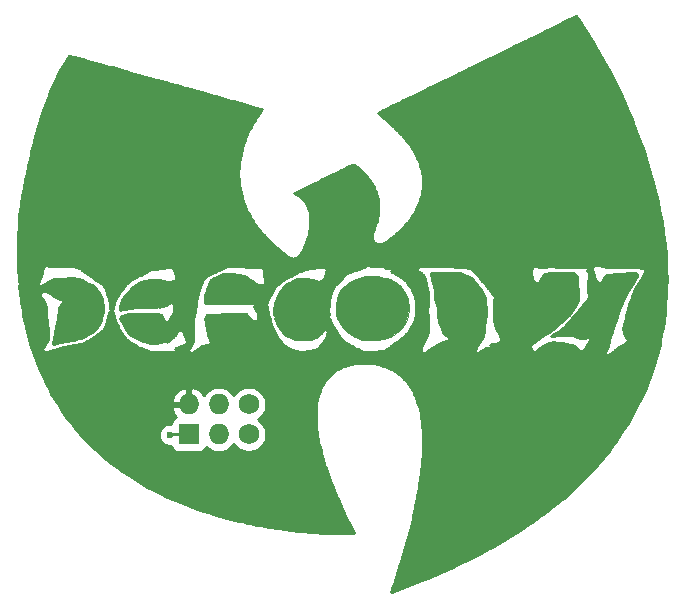
<source format=gbr>
G04 #@! TF.GenerationSoftware,KiCad,Pcbnew,(5.1.2)-1*
G04 #@! TF.CreationDate,2019-07-16T14:08:05-05:00*
G04 #@! TF.ProjectId,wutang-snmp-trap,77757461-6e67-42d7-936e-6d702d747261,rev?*
G04 #@! TF.SameCoordinates,Original*
G04 #@! TF.FileFunction,Copper,L1,Top*
G04 #@! TF.FilePolarity,Positive*
%FSLAX46Y46*%
G04 Gerber Fmt 4.6, Leading zero omitted, Abs format (unit mm)*
G04 Created by KiCad (PCBNEW (5.1.2)-1) date 2019-07-16 14:08:05*
%MOMM*%
%LPD*%
G04 APERTURE LIST*
%ADD10C,0.010000*%
%ADD11C,1.727200*%
%ADD12O,1.727200X1.727200*%
%ADD13R,1.727200X1.727200*%
%ADD14C,0.600000*%
%ADD15C,0.250000*%
%ADD16C,0.254000*%
G04 APERTURE END LIST*
D10*
G36*
X8864600Y-652604D02*
G01*
X8977127Y-681567D01*
X9082764Y-708971D01*
X9178806Y-734101D01*
X9262550Y-756239D01*
X9331294Y-774668D01*
X9382333Y-788671D01*
X9412966Y-797532D01*
X9420182Y-799972D01*
X9443904Y-812694D01*
X9484930Y-837447D01*
X9540240Y-872216D01*
X9606814Y-914985D01*
X9681630Y-963739D01*
X9761669Y-1016463D01*
X9843910Y-1071141D01*
X9925333Y-1125760D01*
X10002918Y-1178302D01*
X10073645Y-1226754D01*
X10134492Y-1269100D01*
X10182439Y-1303324D01*
X10214467Y-1327412D01*
X10226583Y-1338014D01*
X10275787Y-1397394D01*
X10333618Y-1471880D01*
X10395353Y-1554968D01*
X10456269Y-1640152D01*
X10511643Y-1720931D01*
X10556752Y-1790799D01*
X10563938Y-1802578D01*
X10689999Y-2031911D01*
X10791399Y-2261455D01*
X10868792Y-2493505D01*
X10922833Y-2730361D01*
X10954174Y-2974317D01*
X10963521Y-3206750D01*
X10952928Y-3459598D01*
X10920192Y-3703461D01*
X10864548Y-3941720D01*
X10785233Y-4177759D01*
X10699145Y-4378088D01*
X10630082Y-4513805D01*
X10551927Y-4648687D01*
X10467571Y-4778691D01*
X10379906Y-4899779D01*
X10291823Y-5007907D01*
X10206213Y-5099036D01*
X10142418Y-5156200D01*
X10110805Y-5182544D01*
X10066369Y-5220518D01*
X10015244Y-5264843D01*
X9968215Y-5306125D01*
X9771928Y-5463156D01*
X9563969Y-5597900D01*
X9345213Y-5709927D01*
X9116535Y-5798811D01*
X8878808Y-5864121D01*
X8794750Y-5881125D01*
X8727653Y-5891020D01*
X8637939Y-5900420D01*
X8528387Y-5909199D01*
X8401776Y-5917232D01*
X8260886Y-5924394D01*
X8108496Y-5930560D01*
X7947385Y-5935606D01*
X7780334Y-5939406D01*
X7610121Y-5941836D01*
X7439527Y-5942770D01*
X7423150Y-5942776D01*
X6991350Y-5942745D01*
X6525909Y-5716149D01*
X6393801Y-5651193D01*
X6273829Y-5590914D01*
X6168082Y-5536412D01*
X6078649Y-5488786D01*
X6007618Y-5449132D01*
X5957081Y-5418549D01*
X5947249Y-5412009D01*
X5741152Y-5257121D01*
X5552118Y-5087042D01*
X5381244Y-4903394D01*
X5229628Y-4707802D01*
X5098369Y-4501889D01*
X4988564Y-4287279D01*
X4901311Y-4065594D01*
X4837709Y-3838459D01*
X4818546Y-3743144D01*
X4812386Y-3704614D01*
X4807750Y-3664756D01*
X4804544Y-3619935D01*
X4802672Y-3566514D01*
X4802041Y-3500856D01*
X4802555Y-3419325D01*
X4804120Y-3318283D01*
X4805563Y-3244850D01*
X4807907Y-3135548D01*
X4810163Y-3047415D01*
X4812707Y-2976222D01*
X4815914Y-2917742D01*
X4820159Y-2867748D01*
X4825817Y-2822012D01*
X4833263Y-2776306D01*
X4842871Y-2726403D01*
X4855017Y-2668075D01*
X4857938Y-2654300D01*
X4875314Y-2572251D01*
X4893240Y-2487262D01*
X4910016Y-2407409D01*
X4923944Y-2340771D01*
X4928726Y-2317750D01*
X4980266Y-2129331D01*
X5054261Y-1950038D01*
X5149215Y-1782070D01*
X5263632Y-1627625D01*
X5396014Y-1488902D01*
X5544867Y-1368099D01*
X5600700Y-1330382D01*
X5638438Y-1302580D01*
X5686623Y-1261995D01*
X5738494Y-1214527D01*
X5778500Y-1175158D01*
X5819500Y-1134269D01*
X5857048Y-1100026D01*
X5894920Y-1070169D01*
X5936893Y-1042440D01*
X5986744Y-1014583D01*
X6048250Y-984338D01*
X6125188Y-949447D01*
X6221334Y-907654D01*
X6237748Y-900606D01*
X6367345Y-845830D01*
X6483207Y-798876D01*
X6592653Y-757063D01*
X6702998Y-717712D01*
X6821560Y-678144D01*
X6955655Y-635679D01*
X6991350Y-624639D01*
X7283450Y-534635D01*
X7810500Y-526057D01*
X8337550Y-517480D01*
X8864600Y-652604D01*
X8864600Y-652604D01*
G37*
X8864600Y-652604D02*
X8977127Y-681567D01*
X9082764Y-708971D01*
X9178806Y-734101D01*
X9262550Y-756239D01*
X9331294Y-774668D01*
X9382333Y-788671D01*
X9412966Y-797532D01*
X9420182Y-799972D01*
X9443904Y-812694D01*
X9484930Y-837447D01*
X9540240Y-872216D01*
X9606814Y-914985D01*
X9681630Y-963739D01*
X9761669Y-1016463D01*
X9843910Y-1071141D01*
X9925333Y-1125760D01*
X10002918Y-1178302D01*
X10073645Y-1226754D01*
X10134492Y-1269100D01*
X10182439Y-1303324D01*
X10214467Y-1327412D01*
X10226583Y-1338014D01*
X10275787Y-1397394D01*
X10333618Y-1471880D01*
X10395353Y-1554968D01*
X10456269Y-1640152D01*
X10511643Y-1720931D01*
X10556752Y-1790799D01*
X10563938Y-1802578D01*
X10689999Y-2031911D01*
X10791399Y-2261455D01*
X10868792Y-2493505D01*
X10922833Y-2730361D01*
X10954174Y-2974317D01*
X10963521Y-3206750D01*
X10952928Y-3459598D01*
X10920192Y-3703461D01*
X10864548Y-3941720D01*
X10785233Y-4177759D01*
X10699145Y-4378088D01*
X10630082Y-4513805D01*
X10551927Y-4648687D01*
X10467571Y-4778691D01*
X10379906Y-4899779D01*
X10291823Y-5007907D01*
X10206213Y-5099036D01*
X10142418Y-5156200D01*
X10110805Y-5182544D01*
X10066369Y-5220518D01*
X10015244Y-5264843D01*
X9968215Y-5306125D01*
X9771928Y-5463156D01*
X9563969Y-5597900D01*
X9345213Y-5709927D01*
X9116535Y-5798811D01*
X8878808Y-5864121D01*
X8794750Y-5881125D01*
X8727653Y-5891020D01*
X8637939Y-5900420D01*
X8528387Y-5909199D01*
X8401776Y-5917232D01*
X8260886Y-5924394D01*
X8108496Y-5930560D01*
X7947385Y-5935606D01*
X7780334Y-5939406D01*
X7610121Y-5941836D01*
X7439527Y-5942770D01*
X7423150Y-5942776D01*
X6991350Y-5942745D01*
X6525909Y-5716149D01*
X6393801Y-5651193D01*
X6273829Y-5590914D01*
X6168082Y-5536412D01*
X6078649Y-5488786D01*
X6007618Y-5449132D01*
X5957081Y-5418549D01*
X5947249Y-5412009D01*
X5741152Y-5257121D01*
X5552118Y-5087042D01*
X5381244Y-4903394D01*
X5229628Y-4707802D01*
X5098369Y-4501889D01*
X4988564Y-4287279D01*
X4901311Y-4065594D01*
X4837709Y-3838459D01*
X4818546Y-3743144D01*
X4812386Y-3704614D01*
X4807750Y-3664756D01*
X4804544Y-3619935D01*
X4802672Y-3566514D01*
X4802041Y-3500856D01*
X4802555Y-3419325D01*
X4804120Y-3318283D01*
X4805563Y-3244850D01*
X4807907Y-3135548D01*
X4810163Y-3047415D01*
X4812707Y-2976222D01*
X4815914Y-2917742D01*
X4820159Y-2867748D01*
X4825817Y-2822012D01*
X4833263Y-2776306D01*
X4842871Y-2726403D01*
X4855017Y-2668075D01*
X4857938Y-2654300D01*
X4875314Y-2572251D01*
X4893240Y-2487262D01*
X4910016Y-2407409D01*
X4923944Y-2340771D01*
X4928726Y-2317750D01*
X4980266Y-2129331D01*
X5054261Y-1950038D01*
X5149215Y-1782070D01*
X5263632Y-1627625D01*
X5396014Y-1488902D01*
X5544867Y-1368099D01*
X5600700Y-1330382D01*
X5638438Y-1302580D01*
X5686623Y-1261995D01*
X5738494Y-1214527D01*
X5778500Y-1175158D01*
X5819500Y-1134269D01*
X5857048Y-1100026D01*
X5894920Y-1070169D01*
X5936893Y-1042440D01*
X5986744Y-1014583D01*
X6048250Y-984338D01*
X6125188Y-949447D01*
X6221334Y-907654D01*
X6237748Y-900606D01*
X6367345Y-845830D01*
X6483207Y-798876D01*
X6592653Y-757063D01*
X6702998Y-717712D01*
X6821560Y-678144D01*
X6955655Y-635679D01*
X6991350Y-624639D01*
X7283450Y-534635D01*
X7810500Y-526057D01*
X8337550Y-517480D01*
X8864600Y-652604D01*
D11*
X-2586680Y-11399200D03*
X-2586680Y-13939200D03*
D12*
X-5126680Y-11399200D03*
X-5126680Y-13939200D03*
X-7666680Y-11399200D03*
D13*
X-7666680Y-13939200D03*
D14*
X-9174480Y-11396980D03*
X-13919200Y14991080D03*
X-13139420Y14958060D03*
X-12336780Y14947900D03*
X-11516360Y14937740D03*
X16375380Y13985240D03*
X17178020Y13975080D03*
X17965420Y13985240D03*
X-9278620Y-13967460D03*
D15*
X-7666680Y-13939200D02*
X-9250360Y-13939200D01*
X-9250360Y-13939200D02*
X-9278620Y-13967460D01*
D16*
G36*
X25400208Y21127241D02*
G01*
X25972220Y20244842D01*
X26544627Y19312184D01*
X27105300Y18349523D01*
X27642286Y17376702D01*
X27978499Y16742090D01*
X28318976Y16069249D01*
X28819753Y15050562D01*
X29262693Y14090745D01*
X29553940Y13425914D01*
X29822160Y12790823D01*
X29958273Y12455878D01*
X30321476Y11527885D01*
X30637236Y10671763D01*
X30758566Y10324438D01*
X30943672Y9776672D01*
X31075913Y9376000D01*
X31154298Y9128144D01*
X31253979Y8804470D01*
X31499411Y7965898D01*
X31585029Y7653997D01*
X31845898Y6649109D01*
X31891270Y6455875D01*
X32044003Y5782969D01*
X32079548Y5614209D01*
X32261844Y4693428D01*
X32305251Y4460342D01*
X32373639Y4061678D01*
X32424767Y3743469D01*
X32454897Y3545966D01*
X32483978Y3342230D01*
X32529189Y3004284D01*
X32566950Y2705313D01*
X32641884Y2053652D01*
X32703149Y1349227D01*
X32762085Y426731D01*
X32778380Y-89429D01*
X32783974Y-802516D01*
X32778478Y-1514317D01*
X32762258Y-2025345D01*
X32696074Y-3003979D01*
X32629390Y-3690014D01*
X32456432Y-4935946D01*
X32421502Y-5134567D01*
X32264478Y-5950073D01*
X32226795Y-6128753D01*
X32198425Y-6262417D01*
X31967598Y-7190508D01*
X31906889Y-7413440D01*
X31783810Y-7835740D01*
X31620694Y-8352660D01*
X31453173Y-8844993D01*
X31214856Y-9488521D01*
X31014452Y-9982067D01*
X30798159Y-10485984D01*
X30764605Y-10562835D01*
X30706503Y-10689771D01*
X30537523Y-11048448D01*
X30325017Y-11480498D01*
X30148816Y-11820095D01*
X30063934Y-11977231D01*
X29776069Y-12496944D01*
X29488495Y-12986483D01*
X29050128Y-13681672D01*
X28775958Y-14090747D01*
X28489391Y-14499254D01*
X28190999Y-14906250D01*
X27878823Y-15314328D01*
X27650568Y-15603930D01*
X27369590Y-15943262D01*
X27093867Y-16272250D01*
X26870030Y-16526230D01*
X26616230Y-16812138D01*
X26324202Y-17126461D01*
X25905699Y-17557160D01*
X25466229Y-17996904D01*
X25112255Y-18337810D01*
X24817181Y-18611660D01*
X24065739Y-19278677D01*
X23768764Y-19527686D01*
X23507172Y-19745582D01*
X23197294Y-19994120D01*
X22671002Y-20405962D01*
X22367428Y-20637079D01*
X21919912Y-20966407D01*
X21698683Y-21125860D01*
X21430639Y-21314893D01*
X21247486Y-21441568D01*
X20380685Y-22022707D01*
X19670366Y-22474699D01*
X18569854Y-23133505D01*
X18044616Y-23434917D01*
X17608244Y-23675608D01*
X17482359Y-23745016D01*
X17319577Y-23832910D01*
X17072881Y-23965797D01*
X16049658Y-24486354D01*
X14932541Y-25032779D01*
X14724113Y-25130212D01*
X14087384Y-25422212D01*
X13335883Y-25752416D01*
X12552768Y-26084914D01*
X11826084Y-26381728D01*
X10576853Y-26867174D01*
X9512397Y-27257527D01*
X9446039Y-27281210D01*
X9651645Y-26690886D01*
X9653685Y-26686301D01*
X9662709Y-26659119D01*
X9672127Y-26632078D01*
X9673305Y-26627201D01*
X9950279Y-25792885D01*
X9952001Y-25788878D01*
X9960853Y-25761032D01*
X9970100Y-25733178D01*
X9971066Y-25728906D01*
X10257380Y-24828251D01*
X10259639Y-24822733D01*
X10267567Y-24796205D01*
X10275959Y-24769807D01*
X10277200Y-24763973D01*
X10488141Y-24058157D01*
X10488663Y-24056868D01*
X10497810Y-24025805D01*
X10507015Y-23995005D01*
X10507279Y-23993650D01*
X10527038Y-23926549D01*
X10528223Y-23923539D01*
X10536537Y-23894291D01*
X10545132Y-23865102D01*
X10545738Y-23861922D01*
X10580954Y-23738030D01*
X10581350Y-23737015D01*
X10590114Y-23705804D01*
X10599052Y-23674361D01*
X10599247Y-23673280D01*
X10640009Y-23528120D01*
X10746347Y-23156519D01*
X10748152Y-23151752D01*
X10755590Y-23124218D01*
X10763454Y-23096737D01*
X10764371Y-23091712D01*
X10803407Y-22947210D01*
X10832250Y-22840981D01*
X10862959Y-22728317D01*
X10864776Y-22723321D01*
X10871810Y-22695847D01*
X10879259Y-22668516D01*
X10880147Y-22663280D01*
X11115017Y-21745826D01*
X11116499Y-21741578D01*
X11123368Y-21713205D01*
X11130592Y-21684986D01*
X11131274Y-21680548D01*
X11281145Y-21061483D01*
X11282037Y-21058857D01*
X11289046Y-21028845D01*
X11296323Y-20998786D01*
X11296710Y-20996030D01*
X11326564Y-20868197D01*
X11327534Y-20865254D01*
X11334205Y-20835475D01*
X11341161Y-20805691D01*
X11341567Y-20802612D01*
X11386267Y-20603084D01*
X11386707Y-20601731D01*
X11393600Y-20570350D01*
X11400665Y-20538815D01*
X11400839Y-20537395D01*
X11431766Y-20396603D01*
X11432259Y-20395064D01*
X11438959Y-20363860D01*
X11445855Y-20332467D01*
X11446047Y-20330851D01*
X11470579Y-20216595D01*
X11470697Y-20216226D01*
X11477675Y-20183548D01*
X11484626Y-20151176D01*
X11484669Y-20150795D01*
X11509836Y-20032942D01*
X11511370Y-20027859D01*
X11516861Y-20000045D01*
X11522780Y-19972327D01*
X11523374Y-19967053D01*
X11652482Y-19313075D01*
X11652482Y-19313073D01*
X11679100Y-19178241D01*
X11681261Y-19170417D01*
X11685614Y-19145246D01*
X11690561Y-19120189D01*
X11691345Y-19112112D01*
X11807797Y-18438776D01*
X11808394Y-18436557D01*
X11813528Y-18405642D01*
X11818873Y-18374735D01*
X11819041Y-18372441D01*
X11840016Y-18246130D01*
X11841482Y-18240269D01*
X11845521Y-18212977D01*
X11850048Y-18185717D01*
X11850449Y-18179680D01*
X11915028Y-17743340D01*
X11916351Y-17737641D01*
X11919955Y-17710052D01*
X11924024Y-17682558D01*
X11924309Y-17676720D01*
X11997858Y-17113671D01*
X11999568Y-17105379D01*
X12002214Y-17080323D01*
X12005477Y-17055343D01*
X12005745Y-17046881D01*
X12073841Y-16402051D01*
X12075853Y-16390212D01*
X12077370Y-16368626D01*
X12079645Y-16347088D01*
X12079730Y-16335069D01*
X12138706Y-15496158D01*
X12140522Y-15481860D01*
X12141063Y-15462637D01*
X12142413Y-15443433D01*
X12142009Y-15429013D01*
X12150730Y-15119120D01*
X12151500Y-15111798D01*
X12151675Y-15085525D01*
X12152415Y-15059226D01*
X12151899Y-15051871D01*
X12155029Y-14581800D01*
X12155428Y-14577483D01*
X12155253Y-14548172D01*
X12155448Y-14518848D01*
X12155052Y-14514529D01*
X12152280Y-14051014D01*
X12152832Y-14043011D01*
X12152079Y-14017376D01*
X12151926Y-13991743D01*
X12151092Y-13983768D01*
X12142554Y-13692985D01*
X12142901Y-13676702D01*
X12141567Y-13659379D01*
X12141057Y-13642012D01*
X12138986Y-13625858D01*
X12107843Y-13221462D01*
X12107836Y-13213813D01*
X12105261Y-13187924D01*
X12103264Y-13161996D01*
X12101933Y-13154467D01*
X12073335Y-12866985D01*
X12072804Y-12853663D01*
X12070007Y-12833531D01*
X12067995Y-12813301D01*
X12065380Y-12800224D01*
X12031344Y-12555206D01*
X12030342Y-12542314D01*
X12026717Y-12521902D01*
X12023865Y-12501368D01*
X12020839Y-12488798D01*
X11974400Y-12227266D01*
X11973149Y-12216003D01*
X11968521Y-12194158D01*
X11964617Y-12172173D01*
X11961552Y-12161263D01*
X11895214Y-11848148D01*
X11892827Y-11832927D01*
X11888244Y-11815252D01*
X11884461Y-11797396D01*
X11879807Y-11782711D01*
X11802004Y-11482653D01*
X11798576Y-11466140D01*
X11793563Y-11450098D01*
X11789347Y-11433838D01*
X11783538Y-11418016D01*
X11694478Y-11133012D01*
X11689786Y-11115250D01*
X11684445Y-11100905D01*
X11679885Y-11086313D01*
X11672721Y-11069419D01*
X11572009Y-10798932D01*
X11565838Y-10780067D01*
X11560273Y-10767413D01*
X11555454Y-10754470D01*
X11546747Y-10736655D01*
X11434006Y-10480292D01*
X11426159Y-10460539D01*
X11420469Y-10449511D01*
X11415477Y-10438159D01*
X11405062Y-10419647D01*
X11279945Y-10177143D01*
X11270268Y-10156791D01*
X11264523Y-10147251D01*
X11259421Y-10137362D01*
X11247184Y-10118458D01*
X11109403Y-9889657D01*
X11097839Y-9869112D01*
X11092062Y-9860861D01*
X11086864Y-9852229D01*
X11072775Y-9833314D01*
X10924598Y-9621677D01*
X10913705Y-9604735D01*
X10905315Y-9594135D01*
X10897561Y-9583061D01*
X10884448Y-9567774D01*
X10787009Y-9444677D01*
X10777367Y-9431166D01*
X10766138Y-9418311D01*
X10755547Y-9404931D01*
X10744023Y-9392993D01*
X10644823Y-9279427D01*
X10634117Y-9265915D01*
X10622697Y-9254096D01*
X10611895Y-9241730D01*
X10599344Y-9229928D01*
X10495614Y-9122577D01*
X10483865Y-9109233D01*
X10472251Y-9098398D01*
X10461215Y-9086977D01*
X10447669Y-9075466D01*
X10339325Y-8974391D01*
X10326597Y-8961396D01*
X10314761Y-8951475D01*
X10303450Y-8940923D01*
X10288975Y-8929862D01*
X10176005Y-8835170D01*
X10162389Y-8822691D01*
X10150258Y-8813589D01*
X10138615Y-8803830D01*
X10123343Y-8793395D01*
X10005743Y-8705159D01*
X9991354Y-8693343D01*
X9978858Y-8684988D01*
X9966826Y-8675960D01*
X9950902Y-8666295D01*
X9828681Y-8584573D01*
X9813693Y-8573569D01*
X9800744Y-8565893D01*
X9788219Y-8557518D01*
X9771811Y-8548741D01*
X9645048Y-8473596D01*
X9629623Y-8463500D01*
X9616121Y-8456447D01*
X9603023Y-8448683D01*
X9586325Y-8440884D01*
X9455071Y-8372327D01*
X9439402Y-8363215D01*
X9425246Y-8356748D01*
X9411475Y-8349555D01*
X9394691Y-8342789D01*
X9258987Y-8280795D01*
X9243305Y-8272725D01*
X9228419Y-8266830D01*
X9213845Y-8260172D01*
X9197150Y-8254447D01*
X9057091Y-8198982D01*
X9041533Y-8191933D01*
X9025831Y-8186603D01*
X9010415Y-8180498D01*
X8993994Y-8175796D01*
X8849556Y-8126766D01*
X8834312Y-8120720D01*
X8817724Y-8115961D01*
X8801378Y-8110412D01*
X8785402Y-8106687D01*
X8636552Y-8063980D01*
X8621720Y-8058869D01*
X8604239Y-8054709D01*
X8586960Y-8049751D01*
X8571524Y-8046923D01*
X8411257Y-8008780D01*
X8389987Y-8002949D01*
X8378515Y-8000987D01*
X8367220Y-7998299D01*
X8345417Y-7995327D01*
X7962454Y-7929835D01*
X7932781Y-7924454D01*
X7929356Y-7924175D01*
X7925969Y-7923596D01*
X7895871Y-7921449D01*
X7666268Y-7902759D01*
X7652652Y-7900849D01*
X7632742Y-7900029D01*
X7612899Y-7898414D01*
X7599163Y-7898647D01*
X7300897Y-7886367D01*
X7291923Y-7885349D01*
X7267300Y-7884984D01*
X7242691Y-7883971D01*
X7233673Y-7884486D01*
X6939426Y-7880126D01*
X6924395Y-7879086D01*
X6905803Y-7879627D01*
X6887212Y-7879352D01*
X6872203Y-7880606D01*
X6655368Y-7886921D01*
X6623605Y-7887689D01*
X6621926Y-7887895D01*
X6620224Y-7887945D01*
X6588583Y-7891995D01*
X6267522Y-7931467D01*
X6238058Y-7934748D01*
X6234226Y-7935561D01*
X6230330Y-7936040D01*
X6201353Y-7942536D01*
X5977396Y-7990051D01*
X5976328Y-7990068D01*
X5911583Y-8004014D01*
X5879534Y-8010814D01*
X5878515Y-8011137D01*
X5877472Y-8011362D01*
X5846280Y-8021365D01*
X5783146Y-8041397D01*
X5782212Y-8041912D01*
X5568546Y-8110434D01*
X5537338Y-8120351D01*
X5536504Y-8120709D01*
X5535654Y-8120982D01*
X5506057Y-8133794D01*
X5231077Y-8251962D01*
X5206198Y-8262073D01*
X5200158Y-8265250D01*
X5193902Y-8267938D01*
X5170429Y-8280885D01*
X4983106Y-8379403D01*
X4959191Y-8391372D01*
X4953353Y-8395050D01*
X4947250Y-8398260D01*
X4924920Y-8412965D01*
X4748355Y-8524211D01*
X4724858Y-8538433D01*
X4719934Y-8542118D01*
X4714725Y-8545400D01*
X4693007Y-8562269D01*
X4526766Y-8686680D01*
X4504195Y-8702984D01*
X4499855Y-8706819D01*
X4495220Y-8710288D01*
X4474672Y-8729074D01*
X4319235Y-8866436D01*
X4298117Y-8884467D01*
X4294070Y-8888675D01*
X4289686Y-8892549D01*
X4270743Y-8912928D01*
X4126662Y-9062736D01*
X4107330Y-9082110D01*
X4103332Y-9086993D01*
X4098969Y-9091529D01*
X4082065Y-9112965D01*
X3949506Y-9274852D01*
X3932284Y-9295014D01*
X3928205Y-9300866D01*
X3923689Y-9306381D01*
X3908988Y-9328435D01*
X3788135Y-9501815D01*
X3773135Y-9522265D01*
X3768927Y-9529370D01*
X3764198Y-9536155D01*
X3751786Y-9558315D01*
X3642948Y-9742101D01*
X3630478Y-9761779D01*
X3625826Y-9771014D01*
X3620551Y-9779921D01*
X3610695Y-9801049D01*
X3551815Y-9917927D01*
X3542560Y-9934494D01*
X3536689Y-9947955D01*
X3530082Y-9961069D01*
X3523247Y-9978771D01*
X3466173Y-10109617D01*
X3456253Y-10130594D01*
X3452740Y-10140413D01*
X3448565Y-10149985D01*
X3441409Y-10172087D01*
X3326158Y-10494239D01*
X3316489Y-10519772D01*
X3314843Y-10525867D01*
X3312713Y-10531820D01*
X3306073Y-10558336D01*
X3212893Y-10903306D01*
X3204951Y-10931200D01*
X3204121Y-10935780D01*
X3202911Y-10940261D01*
X3198141Y-10968795D01*
X3136942Y-11306652D01*
X3131296Y-11335992D01*
X3130953Y-11339718D01*
X3130287Y-11343392D01*
X3127871Y-11373140D01*
X3099218Y-11683961D01*
X3096914Y-11699980D01*
X3096134Y-11717425D01*
X3094529Y-11734831D01*
X3094630Y-11751029D01*
X3078869Y-12103350D01*
X3077517Y-12116125D01*
X3077367Y-12136923D01*
X3076436Y-12157724D01*
X3077123Y-12170564D01*
X3074594Y-12520300D01*
X3073646Y-12537234D01*
X3074351Y-12553900D01*
X3074230Y-12570599D01*
X3075772Y-12587508D01*
X3088006Y-12876793D01*
X3087932Y-12894530D01*
X3089426Y-12910376D01*
X3090099Y-12926289D01*
X3092583Y-12943862D01*
X3134719Y-13390755D01*
X3135186Y-13404144D01*
X3137877Y-13424250D01*
X3139779Y-13444423D01*
X3142335Y-13457560D01*
X3180273Y-13741016D01*
X3180920Y-13751074D01*
X3184735Y-13774354D01*
X3187863Y-13797726D01*
X3190172Y-13807533D01*
X3214121Y-13953681D01*
X3214563Y-13959170D01*
X3219562Y-13986883D01*
X3224113Y-14014654D01*
X3225531Y-14019972D01*
X3294927Y-14404670D01*
X3296266Y-14416316D01*
X3300893Y-14437744D01*
X3304789Y-14459342D01*
X3307994Y-14470630D01*
X3397686Y-14886005D01*
X3399197Y-14896354D01*
X3404780Y-14918861D01*
X3409679Y-14941547D01*
X3412881Y-14951513D01*
X3519177Y-15379998D01*
X3520918Y-15389887D01*
X3527270Y-15412623D01*
X3532959Y-15435554D01*
X3536323Y-15445023D01*
X3654975Y-15869694D01*
X3655457Y-15872312D01*
X3664024Y-15902081D01*
X3672366Y-15931938D01*
X3673331Y-15934421D01*
X3705570Y-16046447D01*
X3707459Y-16055370D01*
X3714872Y-16078770D01*
X3721658Y-16102350D01*
X3725026Y-16110823D01*
X3906127Y-16682483D01*
X3908649Y-16692806D01*
X3916276Y-16714521D01*
X3923235Y-16736486D01*
X3927426Y-16746264D01*
X4204376Y-17534717D01*
X4207121Y-17544648D01*
X4215517Y-17566434D01*
X4223260Y-17588478D01*
X4227613Y-17597822D01*
X4544466Y-18420006D01*
X4547219Y-18428999D01*
X4556565Y-18451401D01*
X4565285Y-18474028D01*
X4569507Y-18482422D01*
X4919448Y-19321215D01*
X4922342Y-19329843D01*
X4932397Y-19352251D01*
X4941853Y-19374918D01*
X4946163Y-19382932D01*
X5322381Y-20221400D01*
X5325252Y-20229311D01*
X5336131Y-20252044D01*
X5346474Y-20275096D01*
X5350666Y-20282418D01*
X5859002Y-21344683D01*
X5861253Y-21350548D01*
X5873522Y-21375025D01*
X5885338Y-21399717D01*
X5888592Y-21405090D01*
X6333118Y-22291939D01*
X6335483Y-22297779D01*
X6339072Y-22304622D01*
X5884018Y-22313045D01*
X4922641Y-22296956D01*
X3842147Y-22252628D01*
X2778566Y-22186835D01*
X1860084Y-22106185D01*
X1562436Y-22075348D01*
X991050Y-22012315D01*
X440959Y-21943058D01*
X-2012Y-21881516D01*
X-848698Y-21752929D01*
X-1626131Y-21617532D01*
X-1854764Y-21574698D01*
X-2250018Y-21497749D01*
X-2487082Y-21449346D01*
X-2725629Y-21399504D01*
X-2931869Y-21355374D01*
X-3181467Y-21299091D01*
X-3452128Y-21236968D01*
X-4431352Y-20993226D01*
X-4726065Y-20913268D01*
X-5373284Y-20729948D01*
X-6056421Y-20520018D01*
X-6734594Y-20296569D01*
X-7362670Y-20074057D01*
X-8122443Y-19783170D01*
X-8818562Y-19496125D01*
X-9495498Y-19196776D01*
X-10139858Y-18891304D01*
X-10741943Y-18584135D01*
X-11167287Y-18355799D01*
X-11708094Y-18048613D01*
X-12242017Y-17726695D01*
X-12766130Y-17392133D01*
X-13276656Y-17047535D01*
X-13769852Y-16695528D01*
X-14241869Y-16338865D01*
X-14688927Y-15980310D01*
X-15114283Y-15616691D01*
X-15297836Y-15457514D01*
X-15602373Y-15180065D01*
X-16054289Y-14737300D01*
X-16526303Y-14255934D01*
X-16879772Y-13875371D01*
X-10213620Y-13875371D01*
X-10213620Y-14059549D01*
X-10177688Y-14240189D01*
X-10107206Y-14410349D01*
X-10004882Y-14563488D01*
X-9874648Y-14693722D01*
X-9721509Y-14796046D01*
X-9551349Y-14866528D01*
X-9370709Y-14902460D01*
X-9186531Y-14902460D01*
X-9159075Y-14896999D01*
X-9156092Y-14927282D01*
X-9119782Y-15046980D01*
X-9060817Y-15157294D01*
X-8981465Y-15253985D01*
X-8884774Y-15333337D01*
X-8774460Y-15392302D01*
X-8654762Y-15428612D01*
X-8530280Y-15440872D01*
X-6803080Y-15440872D01*
X-6678598Y-15428612D01*
X-6558900Y-15392302D01*
X-6448586Y-15333337D01*
X-6351895Y-15253985D01*
X-6272543Y-15157294D01*
X-6213578Y-15046980D01*
X-6198094Y-14995935D01*
X-6191477Y-15003997D01*
X-5963286Y-15191269D01*
X-5702944Y-15330425D01*
X-5420457Y-15416116D01*
X-5200299Y-15437800D01*
X-5053061Y-15437800D01*
X-4832903Y-15416116D01*
X-4550416Y-15330425D01*
X-4290074Y-15191269D01*
X-4061883Y-15003997D01*
X-3874611Y-14775806D01*
X-3854797Y-14738737D01*
X-3750719Y-14894502D01*
X-3541982Y-15103239D01*
X-3296533Y-15267242D01*
X-3023805Y-15380210D01*
X-2734279Y-15437800D01*
X-2439081Y-15437800D01*
X-2149555Y-15380210D01*
X-1876827Y-15267242D01*
X-1631378Y-15103239D01*
X-1422641Y-14894502D01*
X-1258638Y-14649053D01*
X-1145670Y-14376325D01*
X-1088080Y-14086799D01*
X-1088080Y-13791601D01*
X-1145670Y-13502075D01*
X-1258638Y-13229347D01*
X-1422641Y-12983898D01*
X-1631378Y-12775161D01*
X-1789961Y-12669200D01*
X-1631378Y-12563239D01*
X-1422641Y-12354502D01*
X-1258638Y-12109053D01*
X-1145670Y-11836325D01*
X-1088080Y-11546799D01*
X-1088080Y-11251601D01*
X-1145670Y-10962075D01*
X-1258638Y-10689347D01*
X-1422641Y-10443898D01*
X-1631378Y-10235161D01*
X-1876827Y-10071158D01*
X-2149555Y-9958190D01*
X-2439081Y-9900600D01*
X-2734279Y-9900600D01*
X-3023805Y-9958190D01*
X-3296533Y-10071158D01*
X-3541982Y-10235161D01*
X-3750719Y-10443898D01*
X-3854797Y-10599663D01*
X-3874611Y-10562594D01*
X-4061883Y-10334403D01*
X-4290074Y-10147131D01*
X-4550416Y-10007975D01*
X-4832903Y-9922284D01*
X-5053061Y-9900600D01*
X-5200299Y-9900600D01*
X-5420457Y-9922284D01*
X-5702944Y-10007975D01*
X-5963286Y-10147131D01*
X-6191477Y-10334403D01*
X-6378749Y-10562594D01*
X-6402543Y-10607110D01*
X-6459863Y-10510712D01*
X-6656387Y-10292346D01*
X-6891736Y-10116516D01*
X-7156866Y-9989978D01*
X-7307654Y-9944242D01*
X-7539680Y-10065383D01*
X-7539680Y-11272200D01*
X-7519680Y-11272200D01*
X-7519680Y-11526200D01*
X-7539680Y-11526200D01*
X-7539680Y-11546200D01*
X-7793680Y-11546200D01*
X-7793680Y-11526200D01*
X-9001144Y-11526200D01*
X-9121643Y-11758227D01*
X-9023644Y-12035178D01*
X-8873497Y-12287688D01*
X-8711988Y-12467147D01*
X-8774460Y-12486098D01*
X-8884774Y-12545063D01*
X-8981465Y-12624415D01*
X-9060817Y-12721106D01*
X-9119782Y-12831420D01*
X-9156092Y-12951118D01*
X-9164534Y-13036836D01*
X-9186531Y-13032460D01*
X-9370709Y-13032460D01*
X-9551349Y-13068392D01*
X-9721509Y-13138874D01*
X-9874648Y-13241198D01*
X-10004882Y-13371432D01*
X-10107206Y-13524571D01*
X-10177688Y-13694731D01*
X-10213620Y-13875371D01*
X-16879772Y-13875371D01*
X-16883564Y-13871289D01*
X-17302921Y-13382735D01*
X-17675137Y-12923614D01*
X-18021138Y-12467270D01*
X-18365675Y-11982006D01*
X-18607358Y-11620865D01*
X-18860612Y-11223800D01*
X-18972608Y-11040173D01*
X-9121643Y-11040173D01*
X-9001144Y-11272200D01*
X-7793680Y-11272200D01*
X-7793680Y-10065383D01*
X-8025706Y-9944242D01*
X-8176494Y-9989978D01*
X-8441624Y-10116516D01*
X-8676973Y-10292346D01*
X-8873497Y-10510712D01*
X-9023644Y-10763222D01*
X-9121643Y-11040173D01*
X-18972608Y-11040173D01*
X-19097819Y-10834881D01*
X-19294746Y-10493012D01*
X-19448707Y-10215842D01*
X-19755101Y-9614356D01*
X-20046354Y-9014830D01*
X-20116263Y-8857686D01*
X-20359866Y-8290535D01*
X-20611941Y-7638940D01*
X-20855055Y-6950411D01*
X-21067718Y-6283342D01*
X-21273208Y-5549233D01*
X-21421619Y-4958908D01*
X-21463998Y-4773257D01*
X-21573615Y-4262921D01*
X-21683888Y-3704078D01*
X-21707395Y-3579329D01*
X-21736082Y-3410776D01*
X-21791802Y-3060927D01*
X-21842977Y-2722527D01*
X-21867252Y-2553448D01*
X-21942417Y-1949625D01*
X-22011261Y-1289095D01*
X-22011830Y-1281949D01*
X-20382674Y-1281949D01*
X-20382656Y-1281983D01*
X-20373690Y-1294885D01*
X-20354974Y-1316252D01*
X-20330216Y-1338829D01*
X-20310264Y-1353720D01*
X-20284302Y-1365637D01*
X-20253376Y-1375803D01*
X-20229076Y-1381222D01*
X-20204276Y-1381803D01*
X-20164831Y-1378863D01*
X-20134175Y-1372719D01*
X-20083858Y-1355977D01*
X-20067923Y-1349443D01*
X-20004383Y-1318205D01*
X-19996134Y-1313765D01*
X-19917019Y-1267335D01*
X-19913236Y-1265026D01*
X-19852628Y-1226553D01*
X-19852444Y-1226435D01*
X-19751768Y-1162284D01*
X-19647515Y-1097844D01*
X-19543470Y-1035304D01*
X-19444216Y-977353D01*
X-19354448Y-926727D01*
X-19278885Y-886141D01*
X-19236649Y-864994D01*
X-19172687Y-836009D01*
X-19115367Y-813889D01*
X-19060594Y-797522D01*
X-19003031Y-785675D01*
X-18937312Y-777695D01*
X-18858763Y-773408D01*
X-18763509Y-772734D01*
X-18648322Y-775459D01*
X-18521824Y-780667D01*
X-18521583Y-780676D01*
X-18438008Y-783958D01*
X-18434460Y-784048D01*
X-18368243Y-784796D01*
X-18361945Y-784711D01*
X-18305135Y-782534D01*
X-18297461Y-782007D01*
X-18242109Y-776516D01*
X-18235968Y-775755D01*
X-18174120Y-766559D01*
X-18171624Y-766162D01*
X-18148324Y-762222D01*
X-17894159Y-728068D01*
X-17651848Y-714787D01*
X-17420321Y-721799D01*
X-17201013Y-748811D01*
X-16992078Y-796199D01*
X-16980654Y-799501D01*
X-16949377Y-810577D01*
X-16895225Y-832587D01*
X-16821012Y-864577D01*
X-16730194Y-905094D01*
X-16625290Y-953033D01*
X-16509070Y-1007155D01*
X-16383633Y-1066529D01*
X-16355191Y-1080115D01*
X-15841317Y-1325993D01*
X-15592391Y-1573545D01*
X-15514883Y-1650908D01*
X-15453468Y-1713099D01*
X-15406095Y-1762512D01*
X-15370425Y-1801742D01*
X-15343834Y-1833542D01*
X-15323177Y-1861232D01*
X-15304837Y-1889101D01*
X-15285372Y-1921894D01*
X-15280307Y-1930808D01*
X-15185146Y-2113889D01*
X-15105946Y-2296037D01*
X-15043902Y-2473757D01*
X-15021540Y-2553712D01*
X-14980903Y-2750335D01*
X-14954945Y-2960135D01*
X-14943883Y-3177259D01*
X-14948040Y-3394133D01*
X-14967643Y-3604525D01*
X-14983625Y-3706515D01*
X-15019430Y-3868579D01*
X-15069769Y-4043196D01*
X-15132376Y-4224051D01*
X-15204566Y-4403805D01*
X-15283524Y-4575172D01*
X-15367113Y-4732478D01*
X-15387751Y-4767622D01*
X-15415299Y-4810371D01*
X-15443290Y-4846812D01*
X-15478954Y-4885782D01*
X-15529105Y-4934073D01*
X-15569399Y-4970572D01*
X-15727670Y-5107655D01*
X-15879876Y-5230460D01*
X-16028596Y-5340297D01*
X-16176426Y-5438473D01*
X-16326042Y-5526314D01*
X-16480215Y-5605132D01*
X-16641785Y-5676185D01*
X-16813599Y-5740643D01*
X-16998425Y-5799581D01*
X-17198943Y-5854014D01*
X-17417657Y-5904915D01*
X-17657162Y-5953295D01*
X-17920093Y-6000187D01*
X-17977103Y-6009706D01*
X-17977294Y-6009738D01*
X-18126888Y-6034950D01*
X-18128009Y-6035144D01*
X-18257890Y-6058232D01*
X-18259490Y-6058527D01*
X-18375135Y-6080616D01*
X-18377150Y-6081018D01*
X-18484036Y-6103232D01*
X-18486249Y-6103713D01*
X-18589855Y-6127180D01*
X-18591935Y-6127669D01*
X-18697738Y-6153512D01*
X-18699215Y-6153882D01*
X-18781550Y-6175042D01*
X-18781912Y-6175136D01*
X-18894105Y-6204322D01*
X-18984279Y-6227335D01*
X-19054750Y-6244600D01*
X-19108044Y-6256638D01*
X-19146022Y-6263925D01*
X-19170532Y-6267228D01*
X-19184175Y-6267868D01*
X-19189864Y-6267489D01*
X-19189935Y-6267374D01*
X-19192411Y-6262761D01*
X-19185965Y-6237441D01*
X-19170813Y-6188819D01*
X-19147387Y-6118043D01*
X-19144325Y-6108869D01*
X-19142733Y-6103742D01*
X-19107010Y-5979450D01*
X-19104980Y-5971406D01*
X-19072552Y-5822574D01*
X-19071559Y-5817525D01*
X-19052596Y-5709649D01*
X-19052412Y-5708575D01*
X-19011370Y-5462754D01*
X-18968739Y-5222013D01*
X-18925064Y-4988984D01*
X-18881172Y-4767871D01*
X-18837686Y-4561790D01*
X-18795435Y-4374857D01*
X-18761197Y-4234293D01*
X-18747521Y-4179868D01*
X-18747149Y-4178348D01*
X-18736035Y-4131695D01*
X-18735292Y-4128378D01*
X-18726391Y-4086014D01*
X-18725473Y-4081181D01*
X-18718348Y-4039262D01*
X-18717575Y-4034069D01*
X-18711788Y-3988754D01*
X-18711311Y-3984427D01*
X-18706423Y-3931872D01*
X-18706183Y-3928925D01*
X-18701756Y-3865289D01*
X-18701649Y-3863583D01*
X-18697245Y-3785023D01*
X-18697201Y-3784194D01*
X-18692383Y-3686868D01*
X-18692370Y-3686600D01*
X-18688400Y-3602811D01*
X-18682134Y-3476925D01*
X-18676284Y-3375051D01*
X-18670717Y-3295427D01*
X-18665398Y-3237047D01*
X-18660569Y-3199816D01*
X-18658717Y-3190985D01*
X-18655032Y-3184833D01*
X-18631235Y-3153419D01*
X-18595976Y-3111754D01*
X-18560229Y-3072931D01*
X-18487996Y-2997488D01*
X-18487571Y-2997042D01*
X-18430265Y-2936605D01*
X-18429246Y-2935517D01*
X-18385794Y-2888600D01*
X-18383679Y-2886259D01*
X-18352174Y-2850500D01*
X-18348112Y-2845651D01*
X-18326644Y-2818688D01*
X-18319507Y-2808781D01*
X-18306167Y-2788252D01*
X-18296100Y-2769484D01*
X-18288980Y-2753028D01*
X-18280783Y-2726370D01*
X-18277973Y-2711624D01*
X-18275811Y-2692452D01*
X-18275383Y-2680645D01*
X-18275300Y-2676044D01*
X-18275300Y-2632402D01*
X-18277740Y-2607626D01*
X-18284967Y-2583801D01*
X-18296703Y-2561845D01*
X-18312497Y-2542599D01*
X-18331743Y-2526805D01*
X-18361759Y-2512047D01*
X-18561376Y-2444807D01*
X-18632912Y-2420420D01*
X-18699889Y-2397062D01*
X-18757048Y-2376616D01*
X-18798023Y-2361366D01*
X-18806094Y-2358146D01*
X-18820329Y-2350605D01*
X-18858277Y-2328115D01*
X-18914368Y-2293559D01*
X-18984093Y-2249686D01*
X-19065114Y-2197955D01*
X-19153905Y-2140596D01*
X-19248487Y-2078850D01*
X-19282190Y-2056693D01*
X-19717410Y-1770067D01*
X-19739445Y-1758478D01*
X-19763316Y-1751410D01*
X-19798730Y-1749651D01*
X-19871983Y-1756293D01*
X-19882787Y-1757742D01*
X-19936175Y-1767252D01*
X-19954914Y-1772088D01*
X-20015187Y-1792653D01*
X-20027217Y-1797456D01*
X-20100850Y-1831302D01*
X-20104684Y-1833142D01*
X-20107559Y-1834582D01*
X-20110142Y-1835913D01*
X-20158805Y-1861696D01*
X-20164346Y-1864812D01*
X-20203096Y-1887897D01*
X-20212497Y-1894078D01*
X-20236521Y-1911444D01*
X-20263150Y-1937414D01*
X-20268629Y-1944607D01*
X-20281701Y-1965795D01*
X-20290388Y-1989127D01*
X-20294357Y-2013705D01*
X-20293886Y-2035009D01*
X-20291821Y-2054402D01*
X-20291154Y-2059634D01*
X-20285756Y-2095936D01*
X-20285413Y-2098112D01*
X-20278340Y-2140599D01*
X-20277948Y-2142833D01*
X-20272640Y-2171543D01*
X-20270597Y-2180690D01*
X-20264321Y-2204606D01*
X-20258317Y-2222151D01*
X-20248681Y-2244767D01*
X-20239771Y-2261924D01*
X-20224384Y-2286733D01*
X-20217012Y-2297369D01*
X-20193485Y-2327866D01*
X-20189297Y-2333010D01*
X-20155238Y-2372689D01*
X-20153394Y-2374791D01*
X-20106414Y-2427145D01*
X-20105877Y-2427740D01*
X-20060874Y-2477259D01*
X-20060820Y-2477318D01*
X-19909186Y-2643958D01*
X-19838724Y-2890419D01*
X-19764639Y-3149551D01*
X-19750693Y-3871393D01*
X-19747967Y-3895226D01*
X-19634855Y-4429893D01*
X-19594703Y-5178094D01*
X-19556264Y-5894363D01*
X-19766049Y-6212647D01*
X-19766180Y-6212846D01*
X-19823061Y-6299499D01*
X-19823323Y-6299900D01*
X-19876574Y-6381694D01*
X-19876859Y-6382134D01*
X-19924622Y-6456166D01*
X-19924976Y-6456718D01*
X-19965396Y-6520084D01*
X-19965927Y-6520924D01*
X-19997147Y-6570722D01*
X-19998205Y-6572439D01*
X-20018368Y-6605765D01*
X-20020885Y-6610117D01*
X-20026985Y-6621164D01*
X-20031713Y-6630640D01*
X-20044823Y-6659910D01*
X-20054571Y-6693374D01*
X-20057808Y-6715419D01*
X-20058993Y-6740287D01*
X-20054955Y-6766259D01*
X-20048111Y-6792207D01*
X-20042693Y-6808298D01*
X-20031211Y-6836098D01*
X-20027231Y-6844792D01*
X-20010650Y-6877679D01*
X-19996312Y-6899973D01*
X-19976623Y-6924517D01*
X-19959216Y-6942316D01*
X-19945715Y-6952210D01*
X-19920385Y-6968320D01*
X-19898169Y-6979558D01*
X-19880271Y-6985023D01*
X-19846767Y-6992608D01*
X-19815764Y-6995708D01*
X-19771551Y-6994677D01*
X-19753290Y-6992926D01*
X-19695835Y-6983188D01*
X-19685895Y-6981092D01*
X-19612665Y-6962557D01*
X-19607379Y-6961096D01*
X-19515839Y-6933671D01*
X-19513149Y-6932833D01*
X-19400767Y-6896428D01*
X-19399921Y-6896151D01*
X-19383200Y-6890605D01*
X-19288498Y-6859604D01*
X-19190706Y-6828424D01*
X-19095811Y-6798915D01*
X-19010116Y-6773021D01*
X-18939946Y-6752684D01*
X-18914732Y-6745752D01*
X-18914332Y-6745641D01*
X-18839384Y-6724771D01*
X-18837853Y-6724335D01*
X-18748317Y-6698189D01*
X-18747192Y-6697854D01*
X-18652552Y-6669266D01*
X-18651415Y-6668917D01*
X-18561152Y-6640726D01*
X-18560153Y-6640410D01*
X-18528652Y-6630286D01*
X-18460717Y-6608746D01*
X-18396690Y-6589678D01*
X-18332671Y-6572136D01*
X-18265215Y-6555338D01*
X-18190587Y-6538468D01*
X-18105723Y-6520884D01*
X-18007104Y-6501847D01*
X-17891929Y-6480753D01*
X-17756740Y-6456867D01*
X-17638136Y-6436335D01*
X-17638075Y-6436324D01*
X-17434175Y-6400924D01*
X-17433701Y-6400841D01*
X-17253290Y-6368814D01*
X-17252661Y-6368701D01*
X-17094096Y-6339729D01*
X-17093263Y-6339574D01*
X-16954902Y-6313338D01*
X-16953797Y-6313123D01*
X-16834000Y-6289305D01*
X-16832530Y-6289004D01*
X-16729653Y-6267284D01*
X-16727701Y-6266856D01*
X-16640104Y-6246917D01*
X-16637506Y-6246296D01*
X-16563546Y-6227817D01*
X-16561852Y-6227382D01*
X-16558102Y-6226390D01*
X-16545940Y-6222509D01*
X-16527182Y-6215466D01*
X-16515123Y-6210210D01*
X-16487254Y-6196305D01*
X-16481556Y-6193279D01*
X-16443297Y-6171697D01*
X-16440170Y-6169874D01*
X-16390243Y-6139803D01*
X-16388360Y-6138646D01*
X-16325488Y-6099271D01*
X-16324287Y-6098510D01*
X-16247191Y-6049017D01*
X-16246396Y-6048502D01*
X-16153800Y-5988078D01*
X-16153260Y-5987724D01*
X-16043885Y-5915556D01*
X-16043512Y-5915309D01*
X-15916080Y-5830581D01*
X-15915823Y-5830410D01*
X-15769056Y-5732311D01*
X-15768935Y-5732229D01*
X-15729157Y-5705575D01*
X-15729138Y-5705563D01*
X-15003878Y-5219400D01*
X-14984656Y-5203577D01*
X-14963011Y-5174560D01*
X-14765678Y-4811531D01*
X-14568346Y-4448502D01*
X-14558657Y-4425569D01*
X-14554482Y-4407663D01*
X-14472677Y-3889716D01*
X-14454612Y-3777341D01*
X-14437047Y-3671816D01*
X-14420477Y-3575859D01*
X-14417768Y-3560828D01*
X-14077540Y-3560828D01*
X-14076934Y-3570607D01*
X-14076257Y-3578013D01*
X-14068178Y-3644756D01*
X-14067228Y-3651208D01*
X-14054501Y-3724553D01*
X-14053565Y-3729390D01*
X-14035659Y-3813149D01*
X-14034929Y-3816358D01*
X-14011311Y-3914345D01*
X-14010839Y-3916240D01*
X-13980978Y-4032264D01*
X-13980754Y-4033124D01*
X-13957239Y-4121914D01*
X-13957183Y-4122123D01*
X-13860665Y-4484073D01*
X-13850004Y-4511129D01*
X-13697556Y-4796879D01*
X-13696859Y-4798169D01*
X-13628542Y-4922739D01*
X-13627012Y-4925448D01*
X-13555086Y-5049302D01*
X-13553522Y-5051923D01*
X-13474762Y-5180336D01*
X-13473352Y-5182582D01*
X-13384535Y-5320830D01*
X-13383466Y-5322466D01*
X-13296135Y-5453910D01*
X-13295729Y-5454517D01*
X-13053025Y-5815296D01*
X-13037171Y-5834492D01*
X-13023447Y-5846309D01*
X-12883747Y-5950221D01*
X-12880515Y-5952547D01*
X-12551849Y-6181369D01*
X-12545177Y-6185711D01*
X-12203433Y-6393123D01*
X-12196478Y-6397050D01*
X-11843247Y-6582113D01*
X-11838388Y-6584528D01*
X-11712679Y-6643689D01*
X-11710231Y-6644809D01*
X-11635505Y-6678060D01*
X-11633737Y-6678831D01*
X-11548835Y-6715076D01*
X-11547529Y-6715625D01*
X-11455588Y-6753668D01*
X-11454522Y-6754103D01*
X-11358681Y-6792746D01*
X-11357729Y-6793126D01*
X-11261125Y-6831173D01*
X-11260190Y-6831537D01*
X-11165962Y-6867791D01*
X-11164946Y-6868177D01*
X-11076229Y-6901442D01*
X-11074994Y-6901897D01*
X-10994929Y-6930975D01*
X-10993214Y-6931584D01*
X-10924936Y-6955279D01*
X-10922091Y-6956229D01*
X-10868738Y-6973344D01*
X-10862437Y-6975187D01*
X-10827149Y-6984526D01*
X-10807499Y-6988102D01*
X-10795142Y-6989358D01*
X-10764834Y-6988802D01*
X-10745260Y-6986084D01*
X-10704054Y-6980846D01*
X-10643894Y-6973418D01*
X-10568726Y-6964285D01*
X-10481726Y-6953836D01*
X-10386760Y-6942542D01*
X-10355131Y-6938804D01*
X-10243599Y-6926370D01*
X-10216533Y-6923642D01*
X-7657056Y-6923642D01*
X-7651328Y-6935238D01*
X-7638167Y-6956372D01*
X-7616472Y-6978422D01*
X-7600142Y-6991398D01*
X-7579226Y-7004902D01*
X-7556077Y-7014065D01*
X-7538498Y-7017774D01*
X-7510134Y-7021689D01*
X-7494226Y-7022874D01*
X-7475221Y-7023092D01*
X-7464446Y-7022758D01*
X-7422254Y-7019654D01*
X-7404434Y-7017063D01*
X-7368866Y-7009283D01*
X-7347690Y-7002667D01*
X-7339077Y-6999124D01*
X-7325587Y-6992620D01*
X-7284749Y-6969871D01*
X-7281576Y-6968043D01*
X-7226272Y-6935111D01*
X-7224625Y-6934113D01*
X-7159211Y-6893805D01*
X-7158097Y-6893111D01*
X-7086926Y-6848234D01*
X-7086001Y-6847645D01*
X-7013428Y-6801004D01*
X-7012508Y-6800408D01*
X-6942887Y-6754810D01*
X-6941783Y-6754078D01*
X-6879468Y-6712330D01*
X-6877832Y-6711215D01*
X-6827178Y-6676123D01*
X-6823961Y-6673820D01*
X-6789322Y-6648190D01*
X-6784281Y-6644260D01*
X-6779771Y-6640558D01*
X-6653369Y-6546549D01*
X-6523775Y-6477290D01*
X-6384711Y-6428320D01*
X-6232158Y-6398809D01*
X-6155479Y-6391933D01*
X-6093559Y-6387374D01*
X-6085210Y-6386481D01*
X-6040475Y-6380194D01*
X-6023496Y-6376611D01*
X-5989818Y-6367059D01*
X-5969097Y-6359170D01*
X-5939308Y-6344737D01*
X-5929498Y-6339440D01*
X-5919713Y-6333588D01*
X-5914674Y-6330412D01*
X-5888462Y-6313017D01*
X-5868258Y-6296370D01*
X-5851500Y-6279376D01*
X-5835841Y-6260021D01*
X-5823180Y-6235237D01*
X-5814929Y-6213480D01*
X-5808425Y-6189448D01*
X-5806707Y-6171228D01*
X-5806013Y-6139543D01*
X-5806987Y-6120827D01*
X-5812903Y-6074051D01*
X-5813737Y-6068456D01*
X-5824030Y-6008619D01*
X-5825808Y-6000058D01*
X-5843082Y-5929229D01*
X-5846717Y-5917021D01*
X-5872290Y-5844624D01*
X-5876636Y-5833902D01*
X-5907321Y-5767114D01*
X-5914013Y-5754477D01*
X-5946628Y-5700476D01*
X-5958592Y-5683861D01*
X-5979083Y-5659765D01*
X-5992654Y-5641714D01*
X-5999134Y-5626976D01*
X-6000888Y-5618733D01*
X-6009024Y-5576646D01*
X-6020832Y-5513590D01*
X-6035660Y-5433081D01*
X-6053023Y-5337756D01*
X-6072547Y-5229668D01*
X-6072548Y-5229668D01*
X-6093637Y-5112080D01*
X-6115935Y-4986932D01*
X-6123486Y-4944372D01*
X-6123511Y-4944230D01*
X-6146052Y-4818003D01*
X-6146112Y-4817666D01*
X-6167724Y-4698498D01*
X-6167790Y-4698138D01*
X-6188006Y-4588472D01*
X-6188085Y-4588050D01*
X-6206441Y-4490327D01*
X-6206544Y-4489784D01*
X-6222574Y-4406444D01*
X-6222731Y-4405644D01*
X-6235968Y-4339130D01*
X-6236267Y-4337672D01*
X-6246247Y-4290423D01*
X-6247153Y-4286449D01*
X-6253410Y-4260909D01*
X-6257516Y-4247432D01*
X-6257742Y-4246815D01*
X-6260778Y-4237154D01*
X-6262327Y-4218172D01*
X-6260933Y-4172064D01*
X-6254631Y-4101637D01*
X-6242957Y-4006393D01*
X-6240303Y-3986742D01*
X-6231139Y-3921312D01*
X-6225746Y-3888376D01*
X-6192248Y-3878667D01*
X-6131266Y-3863904D01*
X-6058939Y-3848547D01*
X-5981421Y-3833953D01*
X-5904269Y-3821279D01*
X-5832206Y-3811513D01*
X-5823743Y-3810549D01*
X-5792906Y-3808251D01*
X-5737157Y-3805560D01*
X-5658976Y-3802629D01*
X-5561438Y-3799553D01*
X-5447459Y-3796399D01*
X-5318270Y-3793181D01*
X-5177217Y-3789969D01*
X-5025822Y-3786788D01*
X-4866315Y-3783681D01*
X-4701359Y-3780694D01*
X-4532658Y-3777859D01*
X-4362407Y-3775218D01*
X-4193297Y-3772816D01*
X-4026823Y-3770685D01*
X-3865708Y-3768871D01*
X-3712235Y-3767414D01*
X-3567957Y-3766348D01*
X-3435516Y-3765717D01*
X-3337094Y-3765550D01*
X-2859930Y-3765550D01*
X-2620490Y-4004078D01*
X-2620004Y-4004560D01*
X-2529480Y-4093772D01*
X-2528263Y-4094954D01*
X-2450679Y-4169397D01*
X-2448902Y-4171071D01*
X-2385211Y-4229874D01*
X-2382195Y-4232570D01*
X-2333351Y-4274865D01*
X-2326679Y-4280259D01*
X-2293634Y-4305177D01*
X-2278611Y-4314924D01*
X-2268473Y-4320528D01*
X-2238530Y-4332411D01*
X-2167676Y-4350550D01*
X-2132425Y-4354463D01*
X-2061176Y-4352356D01*
X-2025120Y-4346010D01*
X-1960219Y-4324586D01*
X-1927184Y-4308019D01*
X-1886130Y-4279272D01*
X-1866821Y-4262627D01*
X-1855950Y-4251163D01*
X-1837682Y-4226513D01*
X-1829983Y-4212962D01*
X-1817336Y-4181580D01*
X-1812265Y-4161676D01*
X-1808939Y-4142700D01*
X-1805950Y-4112181D01*
X-1805410Y-4103862D01*
X-1803958Y-4058465D01*
X-1803896Y-4055314D01*
X-1803434Y-3990773D01*
X-1803431Y-3989968D01*
X-1803400Y-3952031D01*
X-1803400Y-3755383D01*
X-1805840Y-3730607D01*
X-1817776Y-3696689D01*
X-1977699Y-3389823D01*
X-2137622Y-3082958D01*
X-2151237Y-3062114D01*
X-2168657Y-3044327D01*
X-2175397Y-3039721D01*
X-1058828Y-3039721D01*
X-1045972Y-3179746D01*
X-1045167Y-3186512D01*
X-1020023Y-3358447D01*
X-1019173Y-3363539D01*
X-983965Y-3550785D01*
X-983126Y-3554875D01*
X-938877Y-3753925D01*
X-938050Y-3757410D01*
X-885782Y-3964753D01*
X-884951Y-3967882D01*
X-825685Y-4180012D01*
X-824820Y-4182968D01*
X-759580Y-4396374D01*
X-758646Y-4399304D01*
X-688453Y-4610479D01*
X-687398Y-4613523D01*
X-613275Y-4818959D01*
X-612027Y-4822272D01*
X-534995Y-5018459D01*
X-533442Y-5022235D01*
X-454524Y-5205665D01*
X-452592Y-5209937D01*
X-380393Y-5362026D01*
X-377843Y-5367101D01*
X-282525Y-5546691D01*
X-278979Y-5552938D01*
X-179493Y-5717220D01*
X-174962Y-5724178D01*
X-68071Y-5877146D01*
X-62804Y-5884156D01*
X54730Y-6029809D01*
X60256Y-6036208D01*
X191672Y-6178539D01*
X196897Y-6183875D01*
X345433Y-6326883D01*
X349920Y-6331000D01*
X518813Y-6478679D01*
X520823Y-6480400D01*
X531545Y-6489388D01*
X531648Y-6489475D01*
X680620Y-6614086D01*
X701190Y-6628110D01*
X713957Y-6634192D01*
X1036572Y-6766365D01*
X1130441Y-6804916D01*
X1130859Y-6805086D01*
X1205823Y-6835562D01*
X1207757Y-6836330D01*
X1268572Y-6859900D01*
X1272852Y-6861471D01*
X1324270Y-6879304D01*
X1331238Y-6881498D01*
X1378013Y-6894762D01*
X1386509Y-6896858D01*
X1433395Y-6906724D01*
X1441006Y-6908085D01*
X1492758Y-6915722D01*
X1497767Y-6916360D01*
X1559137Y-6922936D01*
X1561503Y-6923167D01*
X1637247Y-6929852D01*
X1637789Y-6929899D01*
X1732658Y-6937862D01*
X1735509Y-6938104D01*
X1741062Y-6938453D01*
X1784549Y-6940231D01*
X1790686Y-6940333D01*
X1843257Y-6939940D01*
X1847592Y-6939834D01*
X1872184Y-6938810D01*
X1873597Y-6938743D01*
X1913657Y-6936628D01*
X1971093Y-6933790D01*
X2038604Y-6930584D01*
X2107664Y-6927419D01*
X2108834Y-6927360D01*
X2212714Y-6921639D01*
X2216288Y-6921391D01*
X2309725Y-6913596D01*
X2314146Y-6913150D01*
X2406067Y-6902232D01*
X2410164Y-6901677D01*
X2509496Y-6886586D01*
X2512309Y-6886126D01*
X2619039Y-6867451D01*
X2621530Y-6866990D01*
X2674984Y-6856534D01*
X2676913Y-6856141D01*
X2742916Y-6842165D01*
X2744112Y-6841906D01*
X2818292Y-6825450D01*
X2819191Y-6825247D01*
X2897173Y-6807353D01*
X2897973Y-6807167D01*
X2975385Y-6788876D01*
X2976228Y-6788673D01*
X3048695Y-6771027D01*
X3049765Y-6770762D01*
X3112915Y-6754803D01*
X3114619Y-6754360D01*
X3164077Y-6741129D01*
X3167901Y-6740041D01*
X3199295Y-6730580D01*
X3210093Y-6726788D01*
X3218039Y-6723588D01*
X3240110Y-6712069D01*
X3264813Y-6690942D01*
X3276209Y-6678334D01*
X3282030Y-6671414D01*
X3308078Y-6638109D01*
X3309461Y-6636306D01*
X3350164Y-6582299D01*
X3350783Y-6581472D01*
X3406143Y-6506760D01*
X3406493Y-6506284D01*
X3476514Y-6410862D01*
X3476740Y-6410554D01*
X3561424Y-6294418D01*
X3561581Y-6294202D01*
X3660932Y-6157348D01*
X3661048Y-6157188D01*
X3775070Y-5999611D01*
X3775159Y-5999488D01*
X3903853Y-5821185D01*
X3903893Y-5821129D01*
X3912189Y-5809622D01*
X3912673Y-5808947D01*
X3945861Y-5762273D01*
X3949015Y-5757623D01*
X3972781Y-5720858D01*
X3979208Y-5709715D01*
X3996369Y-5676142D01*
X4002767Y-5661388D01*
X4016135Y-5624285D01*
X4019517Y-5613387D01*
X4031908Y-5566035D01*
X4033048Y-5561310D01*
X4047274Y-5496990D01*
X4047461Y-5496130D01*
X4050373Y-5482517D01*
X4050654Y-5481171D01*
X4069417Y-5388570D01*
X4070315Y-5383641D01*
X4081839Y-5312440D01*
X4083110Y-5301708D01*
X4087098Y-5248875D01*
X4086797Y-5226371D01*
X4082955Y-5188874D01*
X4078002Y-5164475D01*
X4071328Y-5147320D01*
X4059358Y-5122125D01*
X4046522Y-5100793D01*
X4022811Y-5076528D01*
X4002418Y-5060603D01*
X3981389Y-5047277D01*
X3964872Y-5040370D01*
X3937064Y-5030983D01*
X3927189Y-5028089D01*
X3916776Y-5025491D01*
X3902151Y-5022741D01*
X3892968Y-5021566D01*
X3868082Y-5020842D01*
X3851918Y-5023010D01*
X3841863Y-5025023D01*
X3806911Y-5037557D01*
X3793883Y-5044523D01*
X3777181Y-5055208D01*
X3759078Y-5068893D01*
X3751924Y-5074721D01*
X3726645Y-5096891D01*
X3723494Y-5099750D01*
X3688936Y-5132169D01*
X3687532Y-5133506D01*
X3641593Y-5177939D01*
X3641010Y-5178507D01*
X3581590Y-5236721D01*
X3581418Y-5236889D01*
X3506416Y-5310648D01*
X3486751Y-5329987D01*
X3369360Y-5441687D01*
X3264371Y-5533238D01*
X3167407Y-5608132D01*
X3074339Y-5669612D01*
X2980431Y-5721124D01*
X2880122Y-5766112D01*
X2799635Y-5796513D01*
X2742345Y-5816269D01*
X2692743Y-5831926D01*
X2648183Y-5843824D01*
X2603988Y-5852921D01*
X2555127Y-5859987D01*
X2496981Y-5865438D01*
X2425499Y-5869547D01*
X2337442Y-5872589D01*
X2229472Y-5874933D01*
X2126668Y-5876579D01*
X1976507Y-5878201D01*
X1848924Y-5878150D01*
X1740112Y-5876244D01*
X1646748Y-5872323D01*
X1564926Y-5866240D01*
X1490795Y-5857840D01*
X1419972Y-5846853D01*
X1347475Y-5832781D01*
X1339112Y-5830994D01*
X1142476Y-5776404D01*
X952742Y-5700500D01*
X768131Y-5603778D01*
X590516Y-5487839D01*
X421767Y-5354372D01*
X263716Y-5205119D01*
X118213Y-5041924D01*
X-12976Y-4866636D01*
X-128134Y-4681124D01*
X-225568Y-4487338D01*
X-303696Y-4287143D01*
X-361707Y-4079842D01*
X-367154Y-4054283D01*
X4233526Y-4054283D01*
X4285017Y-4238168D01*
X4295230Y-4264439D01*
X4302564Y-4291652D01*
X4305779Y-4299990D01*
X4393032Y-4521675D01*
X4405283Y-4545632D01*
X4414795Y-4570810D01*
X4418810Y-4578793D01*
X4528615Y-4793403D01*
X4542570Y-4815142D01*
X4553940Y-4838337D01*
X4558691Y-4845906D01*
X4689950Y-5051819D01*
X4705368Y-5071471D01*
X4718377Y-5092799D01*
X4723803Y-5099900D01*
X4873547Y-5293077D01*
X4916324Y-5369024D01*
X4916512Y-5369355D01*
X4973792Y-5470342D01*
X4974022Y-5470747D01*
X5026931Y-5563235D01*
X5027241Y-5563773D01*
X5074361Y-5645216D01*
X5074823Y-5646008D01*
X5114738Y-5713863D01*
X5115544Y-5715214D01*
X5146838Y-5766936D01*
X5148688Y-5769901D01*
X5169943Y-5802943D01*
X5172684Y-5807028D01*
X5174681Y-5809883D01*
X5179005Y-5815704D01*
X5267121Y-5927504D01*
X5275790Y-5937402D01*
X5369167Y-6033483D01*
X5380612Y-6043905D01*
X5474791Y-6119708D01*
X5482845Y-6125683D01*
X5488167Y-6129314D01*
X5493900Y-6133004D01*
X5519805Y-6148710D01*
X5523254Y-6150727D01*
X5569632Y-6176887D01*
X5570977Y-6177635D01*
X5635702Y-6213117D01*
X5636450Y-6213524D01*
X5717393Y-6257193D01*
X5717893Y-6257462D01*
X5812925Y-6308185D01*
X5813306Y-6308387D01*
X5920301Y-6365029D01*
X5920616Y-6365195D01*
X6037444Y-6426624D01*
X6037727Y-6426772D01*
X6162260Y-6491853D01*
X6162531Y-6491995D01*
X6292643Y-6559594D01*
X6292833Y-6559692D01*
X6348789Y-6588644D01*
X6348869Y-6588685D01*
X6498877Y-6666165D01*
X6498967Y-6666212D01*
X6628136Y-6732798D01*
X6628318Y-6732892D01*
X6738354Y-6789391D01*
X6738673Y-6789554D01*
X6831280Y-6836774D01*
X6831814Y-6837045D01*
X6908698Y-6875792D01*
X6909567Y-6876225D01*
X6972433Y-6907307D01*
X6973839Y-6907992D01*
X7024393Y-6932217D01*
X7026679Y-6933284D01*
X7066625Y-6951459D01*
X7070383Y-6953097D01*
X7101427Y-6966029D01*
X7107637Y-6968427D01*
X7131484Y-6976924D01*
X7141556Y-6980048D01*
X7159912Y-6984916D01*
X7174795Y-6987924D01*
X7189363Y-6989971D01*
X7206689Y-6991206D01*
X7219177Y-6991240D01*
X7230074Y-6990801D01*
X7236824Y-6990238D01*
X7258770Y-6988476D01*
X7303548Y-6985349D01*
X7369869Y-6980943D01*
X7453828Y-6975513D01*
X7453828Y-6975514D01*
X7553707Y-6969169D01*
X7553707Y-6969168D01*
X7666492Y-6962100D01*
X7790048Y-6954445D01*
X7921889Y-6946361D01*
X8034102Y-6939543D01*
X8034156Y-6939540D01*
X8197051Y-6929573D01*
X8197294Y-6929558D01*
X8336662Y-6920763D01*
X8337037Y-6920739D01*
X8454713Y-6912963D01*
X8455289Y-6912923D01*
X8553112Y-6906012D01*
X8554000Y-6905946D01*
X8633807Y-6899745D01*
X8635190Y-6899630D01*
X8698817Y-6893986D01*
X8701028Y-6893771D01*
X8750313Y-6888529D01*
X8753968Y-6888086D01*
X8790748Y-6883092D01*
X8797079Y-6882069D01*
X8823191Y-6877170D01*
X8834803Y-6874421D01*
X8852084Y-6869462D01*
X8864094Y-6865356D01*
X8866983Y-6864204D01*
X8875496Y-6860442D01*
X8918824Y-6839366D01*
X8924276Y-6836549D01*
X8983301Y-6804222D01*
X8986136Y-6802622D01*
X9055639Y-6762207D01*
X9057656Y-6761009D01*
X9132420Y-6715667D01*
X9134234Y-6714546D01*
X9209042Y-6667441D01*
X9211063Y-6666142D01*
X9280695Y-6620434D01*
X9283390Y-6618615D01*
X9340723Y-6578844D01*
X9345293Y-6575521D01*
X9464651Y-6484601D01*
X9468791Y-6481309D01*
X9598588Y-6373610D01*
X9601732Y-6370913D01*
X9737714Y-6250380D01*
X9740380Y-6247948D01*
X9790455Y-6200955D01*
X9855691Y-6167547D01*
X9879317Y-6152369D01*
X9904449Y-6139817D01*
X9911982Y-6135010D01*
X10119941Y-6000266D01*
X10141459Y-5983125D01*
X10164718Y-5968444D01*
X10171735Y-5962910D01*
X10368022Y-5805879D01*
X10375310Y-5798777D01*
X10383663Y-5792955D01*
X10390420Y-5787106D01*
X10436008Y-5747090D01*
X10483921Y-5705549D01*
X10523580Y-5671658D01*
X10552135Y-5647863D01*
X10557080Y-5642848D01*
X10562820Y-5638759D01*
X10569516Y-5632841D01*
X10633311Y-5575678D01*
X10648920Y-5558667D01*
X10666502Y-5543709D01*
X10672666Y-5537239D01*
X10758275Y-5446110D01*
X10769357Y-5431726D01*
X10782329Y-5419008D01*
X10788021Y-5412119D01*
X10876104Y-5303991D01*
X10883729Y-5292500D01*
X10893018Y-5282293D01*
X10898308Y-5275091D01*
X10985974Y-5154002D01*
X10991982Y-5143723D01*
X10999535Y-5134520D01*
X11004451Y-5127058D01*
X11088807Y-4997054D01*
X11094187Y-4986665D01*
X11101150Y-4977252D01*
X11105683Y-4969551D01*
X11183838Y-4834669D01*
X11189222Y-4822850D01*
X11196368Y-4812000D01*
X11200476Y-4804064D01*
X11269539Y-4668347D01*
X11275486Y-4653148D01*
X11283565Y-4638959D01*
X11287150Y-4630773D01*
X11373238Y-4430445D01*
X11379823Y-4409755D01*
X11388994Y-4390065D01*
X11391899Y-4381614D01*
X11471214Y-4145574D01*
X11477024Y-4120355D01*
X11485685Y-4095959D01*
X11487777Y-4087272D01*
X11543421Y-3849013D01*
X11546872Y-3822960D01*
X11553252Y-3797459D01*
X11554502Y-3788610D01*
X11587238Y-3544748D01*
X11588126Y-3519896D01*
X11591931Y-3495313D01*
X11592367Y-3486387D01*
X11602960Y-3233539D01*
X11601741Y-3211742D01*
X11603301Y-3189965D01*
X11603004Y-3181034D01*
X11593657Y-2948601D01*
X11590413Y-2925231D01*
X11590034Y-2901638D01*
X11588957Y-2892767D01*
X11557616Y-2648810D01*
X11551700Y-2623025D01*
X11548726Y-2596723D01*
X11546798Y-2587997D01*
X11492757Y-2351141D01*
X11484276Y-2325723D01*
X11478684Y-2299515D01*
X11475916Y-2291018D01*
X11398523Y-2058968D01*
X11388064Y-2035526D01*
X11380377Y-2011046D01*
X11376823Y-2002846D01*
X11275423Y-1773303D01*
X11263979Y-1753021D01*
X11255102Y-1731479D01*
X11250851Y-1723618D01*
X11124791Y-1494285D01*
X11119127Y-1486013D01*
X11114893Y-1476926D01*
X11110292Y-1469265D01*
X11103106Y-1457486D01*
X11100876Y-1454525D01*
X11099222Y-1451200D01*
X11094427Y-1443659D01*
X11049318Y-1373791D01*
X11046586Y-1370350D01*
X11044523Y-1366475D01*
X11039522Y-1359070D01*
X10984148Y-1278291D01*
X10982930Y-1276841D01*
X10982003Y-1275180D01*
X10976855Y-1267875D01*
X10915939Y-1182691D01*
X10915042Y-1181666D01*
X10914352Y-1180480D01*
X10909072Y-1173271D01*
X10847337Y-1090183D01*
X10845781Y-1088468D01*
X10844572Y-1086489D01*
X10839141Y-1079392D01*
X10781310Y-1004906D01*
X10777379Y-1000752D01*
X10774241Y-995966D01*
X10768587Y-989046D01*
X10719383Y-929666D01*
X10698245Y-908709D01*
X10697088Y-907084D01*
X10687037Y-897597D01*
X10686226Y-896792D01*
X10654722Y-862306D01*
X10648037Y-856375D01*
X10635921Y-845773D01*
X10631770Y-842802D01*
X10630682Y-841724D01*
X10624953Y-837924D01*
X10620263Y-834568D01*
X10606256Y-821347D01*
X10599151Y-815926D01*
X10567123Y-791838D01*
X10564119Y-790008D01*
X10561497Y-787654D01*
X10554259Y-782412D01*
X10506313Y-748188D01*
X10506238Y-748145D01*
X10500076Y-743792D01*
X10439229Y-701446D01*
X10439089Y-701368D01*
X10435347Y-698766D01*
X10364620Y-650314D01*
X10364491Y-650243D01*
X10361788Y-648385D01*
X10284203Y-595843D01*
X10284090Y-595782D01*
X10281863Y-594265D01*
X10260339Y-579826D01*
X10187726Y-525479D01*
X10178684Y-519301D01*
X10089171Y-463647D01*
X10085789Y-461616D01*
X10060857Y-447169D01*
X10033696Y-429277D01*
X10033571Y-429211D01*
X10031045Y-427540D01*
X9956229Y-378786D01*
X9956086Y-378711D01*
X9952735Y-376526D01*
X9886161Y-333757D01*
X9886047Y-333698D01*
X9880849Y-330381D01*
X9825539Y-295612D01*
X9824290Y-294988D01*
X9823175Y-294132D01*
X9815556Y-289463D01*
X9774530Y-264710D01*
X9763913Y-259645D01*
X9754226Y-252961D01*
X9746380Y-248683D01*
X9722658Y-235961D01*
X9677724Y-217253D01*
X9673286Y-215176D01*
X9580851Y-159454D01*
X9468406Y-91546D01*
X9420673Y-62680D01*
X11714783Y-62680D01*
X11719239Y-73847D01*
X11728941Y-93730D01*
X11744185Y-117717D01*
X11759518Y-136747D01*
X11774542Y-152433D01*
X11799027Y-173966D01*
X11807537Y-180824D01*
X11844696Y-208217D01*
X11848203Y-210712D01*
X11901557Y-247320D01*
X11902427Y-247912D01*
X11930035Y-266521D01*
X11989517Y-307615D01*
X12045528Y-348219D01*
X12092395Y-384016D01*
X12123736Y-410000D01*
X12179360Y-474162D01*
X12232670Y-555082D01*
X12279986Y-646761D01*
X12316231Y-739889D01*
X12334893Y-810399D01*
X12340263Y-835881D01*
X12340427Y-836645D01*
X12351370Y-887037D01*
X12351434Y-887333D01*
X12366614Y-956440D01*
X12366652Y-956609D01*
X12385398Y-1041398D01*
X12385423Y-1041515D01*
X12407062Y-1138954D01*
X12407084Y-1139050D01*
X12430946Y-1246106D01*
X12430965Y-1246193D01*
X12456378Y-1359834D01*
X12456393Y-1359900D01*
X12469474Y-1418247D01*
X12504567Y-1575882D01*
X12534024Y-1711446D01*
X12558284Y-1827785D01*
X12577797Y-1927737D01*
X12593044Y-2014216D01*
X12604528Y-2090177D01*
X12612787Y-2158738D01*
X12618376Y-2223354D01*
X12621786Y-2287457D01*
X12623454Y-2354626D01*
X12623797Y-2410518D01*
X12623363Y-2472417D01*
X12621879Y-2531317D01*
X12619050Y-2590796D01*
X12614560Y-2654482D01*
X12608048Y-2726105D01*
X12599167Y-2809054D01*
X12587602Y-2906471D01*
X12572978Y-3022059D01*
X12555105Y-3158127D01*
X12555104Y-3158127D01*
X12548019Y-3211230D01*
X12548020Y-3211230D01*
X12509491Y-3499158D01*
X12509088Y-3529497D01*
X12548184Y-3895356D01*
X12559461Y-4005216D01*
X12570630Y-4121914D01*
X12581132Y-4239013D01*
X12590345Y-4349423D01*
X12597679Y-4446319D01*
X12601634Y-4506746D01*
X12606555Y-4593881D01*
X12609506Y-4660533D01*
X12610376Y-4711653D01*
X12609207Y-4753619D01*
X12605904Y-4794087D01*
X12599995Y-4840889D01*
X12590993Y-4900575D01*
X12590332Y-4904792D01*
X12589945Y-4907444D01*
X12579264Y-4986514D01*
X12578837Y-4990052D01*
X12568830Y-5083919D01*
X12568571Y-5086612D01*
X12560225Y-5184676D01*
X12560013Y-5187568D01*
X12554316Y-5279227D01*
X12554192Y-5281563D01*
X12553366Y-5300474D01*
X12553344Y-5301008D01*
X12546283Y-5479945D01*
X12002814Y-6538764D01*
X11993671Y-6561921D01*
X11988800Y-6596964D01*
X11988987Y-6711710D01*
X11989053Y-6715610D01*
X11991386Y-6787708D01*
X11992787Y-6802846D01*
X12000659Y-6854194D01*
X12009634Y-6885378D01*
X12024760Y-6920339D01*
X12036837Y-6942110D01*
X12053759Y-6961901D01*
X12077856Y-6984837D01*
X12097485Y-7000152D01*
X12111462Y-7007816D01*
X12138378Y-7020447D01*
X12159117Y-7028057D01*
X12194159Y-7037552D01*
X12218685Y-7041674D01*
X12254502Y-7044130D01*
X12281684Y-7043074D01*
X12320613Y-7037344D01*
X12342941Y-7031958D01*
X12387319Y-7016894D01*
X12402353Y-7010692D01*
X12454520Y-6985145D01*
X12463749Y-6980142D01*
X12526042Y-6942965D01*
X12531519Y-6939503D01*
X12606276Y-6889547D01*
X12609463Y-6887347D01*
X12699022Y-6823465D01*
X12700817Y-6822161D01*
X12807517Y-6743205D01*
X12808076Y-6742789D01*
X12809998Y-6741350D01*
X12885780Y-6685668D01*
X12962735Y-6631020D01*
X13036332Y-6580476D01*
X13100824Y-6537928D01*
X13151205Y-6506700D01*
X13164904Y-6498873D01*
X13215024Y-6471106D01*
X13215326Y-6470939D01*
X13282368Y-6433558D01*
X13282552Y-6433455D01*
X13359852Y-6390186D01*
X13360003Y-6390101D01*
X13441638Y-6344259D01*
X13441794Y-6344172D01*
X13521842Y-6299073D01*
X13521915Y-6299031D01*
X13524301Y-6297685D01*
X13605618Y-6252180D01*
X13669647Y-6217696D01*
X13722032Y-6191630D01*
X13769441Y-6170792D01*
X13819548Y-6151755D01*
X13879744Y-6131537D01*
X13956193Y-6107638D01*
X13956549Y-6107529D01*
X13956625Y-6107506D01*
X14048094Y-6079299D01*
X14048815Y-6079074D01*
X14118999Y-6056973D01*
X14120743Y-6056410D01*
X14172687Y-6039225D01*
X14176487Y-6037900D01*
X14213233Y-6024437D01*
X14221141Y-6021235D01*
X14245734Y-6010300D01*
X14261050Y-6002196D01*
X14276533Y-5992598D01*
X14299612Y-5974268D01*
X14309028Y-5964812D01*
X14326686Y-5942582D01*
X14332136Y-5933875D01*
X14343213Y-5911579D01*
X14347135Y-5899448D01*
X14356811Y-5863437D01*
X14361124Y-5833545D01*
X14362252Y-5786796D01*
X14360719Y-5763823D01*
X14353665Y-5719385D01*
X14346326Y-5692566D01*
X14338465Y-5672700D01*
X14327079Y-5650560D01*
X14311996Y-5631483D01*
X14296206Y-5615033D01*
X14284631Y-5604381D01*
X14251603Y-5577567D01*
X14246984Y-5573991D01*
X14200959Y-5540014D01*
X14197837Y-5537781D01*
X14143052Y-5499840D01*
X14141035Y-5498471D01*
X14116809Y-5482372D01*
X14031293Y-5424708D01*
X13968331Y-5378620D01*
X13925076Y-5342380D01*
X13898581Y-5315032D01*
X13881819Y-5291702D01*
X13881143Y-5290486D01*
X13872110Y-5269631D01*
X13856048Y-5226789D01*
X13836678Y-5170992D01*
X13817017Y-5110559D01*
X13816202Y-5108137D01*
X13794233Y-5044960D01*
X13792637Y-5040625D01*
X13762142Y-4962243D01*
X13760993Y-4959392D01*
X13725035Y-4873202D01*
X13723943Y-4870664D01*
X13685581Y-4784064D01*
X13684453Y-4781590D01*
X13656506Y-4721981D01*
X13656135Y-4721196D01*
X13618117Y-4641526D01*
X13590144Y-4579982D01*
X13569617Y-4529852D01*
X13553462Y-4483356D01*
X13538594Y-4431727D01*
X13522508Y-4366931D01*
X13507831Y-4303398D01*
X13493364Y-4238068D01*
X13481385Y-4179119D01*
X13471434Y-4122901D01*
X13463037Y-4065540D01*
X13455781Y-4003153D01*
X13449333Y-3932087D01*
X13443387Y-3848812D01*
X13437644Y-3749999D01*
X13431806Y-3632626D01*
X13425534Y-3493095D01*
X13424445Y-3467954D01*
X13424369Y-3466417D01*
X13416298Y-3320902D01*
X13415977Y-3316498D01*
X13404657Y-3191310D01*
X13403912Y-3184892D01*
X13388315Y-3075053D01*
X13386862Y-3066795D01*
X13365964Y-2967329D01*
X13363671Y-2958132D01*
X13336443Y-2864062D01*
X13333586Y-2855376D01*
X13299002Y-2761726D01*
X13296342Y-2755103D01*
X13258132Y-2667181D01*
X13257689Y-2666172D01*
X13248772Y-2646130D01*
X13243177Y-2631596D01*
X13238706Y-2616609D01*
X13234082Y-2595351D01*
X13229019Y-2563557D01*
X13223477Y-2518471D01*
X13217273Y-2457738D01*
X13210102Y-2378912D01*
X13201609Y-2279594D01*
X13193844Y-2186539D01*
X13157447Y-1748435D01*
X13154295Y-1728976D01*
X12984646Y-1030476D01*
X12948472Y-881403D01*
X12917938Y-755058D01*
X12892748Y-649908D01*
X12872245Y-562896D01*
X12856329Y-493340D01*
X12844509Y-438958D01*
X12836428Y-398171D01*
X12831761Y-370067D01*
X12829922Y-353759D01*
X12829898Y-352874D01*
X12854607Y-301709D01*
X12887693Y-263061D01*
X12911831Y-245726D01*
X12930911Y-234798D01*
X13865001Y-230584D01*
X14064329Y-229775D01*
X14240518Y-229311D01*
X14394886Y-229271D01*
X14529689Y-229731D01*
X14647004Y-230767D01*
X14748801Y-232454D01*
X14836806Y-234854D01*
X14913016Y-238026D01*
X14979578Y-242032D01*
X15038338Y-246905D01*
X15091680Y-252728D01*
X15141870Y-259594D01*
X15191307Y-267650D01*
X15242502Y-277099D01*
X15275834Y-283687D01*
X15481358Y-334813D01*
X15677774Y-402531D01*
X15864394Y-485810D01*
X16037939Y-582854D01*
X16195147Y-691710D01*
X16334560Y-811716D01*
X16386765Y-864856D01*
X16414247Y-895574D01*
X16456112Y-944168D01*
X16509127Y-1006853D01*
X16571094Y-1080960D01*
X16639016Y-1162846D01*
X16711501Y-1250791D01*
X16786267Y-1342006D01*
X16860747Y-1433349D01*
X16932762Y-1522149D01*
X17000704Y-1606436D01*
X17061951Y-1682996D01*
X17114405Y-1749252D01*
X17155602Y-1802158D01*
X17183070Y-1838601D01*
X17188798Y-1846705D01*
X17281759Y-2005924D01*
X17355584Y-2176147D01*
X17409714Y-2355033D01*
X17443169Y-2541557D01*
X17443689Y-2546092D01*
X17445336Y-2569968D01*
X17447468Y-2618582D01*
X17449861Y-2688106D01*
X17452376Y-2774350D01*
X17454949Y-2875198D01*
X17457464Y-2986221D01*
X17459863Y-3105593D01*
X17461829Y-3216056D01*
X17471744Y-3809818D01*
X17360138Y-4740661D01*
X17360136Y-4740675D01*
X17341949Y-4892506D01*
X17341946Y-4892536D01*
X17324663Y-5037106D01*
X17324659Y-5037136D01*
X17308515Y-5172452D01*
X17308511Y-5172487D01*
X17293744Y-5296556D01*
X17293740Y-5296595D01*
X17280583Y-5407426D01*
X17280576Y-5407479D01*
X17269268Y-5503080D01*
X17269259Y-5503154D01*
X17260035Y-5581531D01*
X17260021Y-5581655D01*
X17253117Y-5640818D01*
X17253086Y-5641084D01*
X17250398Y-5664544D01*
X17241330Y-5677433D01*
X17209390Y-5720845D01*
X17167169Y-5776973D01*
X17116886Y-5842819D01*
X17060652Y-5915556D01*
X17047241Y-5932780D01*
X16821621Y-6222175D01*
X16804986Y-6250377D01*
X16688127Y-6523975D01*
X16687995Y-6524285D01*
X16650252Y-6613305D01*
X16649773Y-6614451D01*
X16621401Y-6683233D01*
X16620426Y-6685668D01*
X16600421Y-6737158D01*
X16598574Y-6742228D01*
X16585930Y-6779374D01*
X16582780Y-6790174D01*
X16576494Y-6815920D01*
X16573054Y-6839202D01*
X16572121Y-6856497D01*
X16573223Y-6881369D01*
X16576841Y-6898287D01*
X16580166Y-6909903D01*
X16589330Y-6933052D01*
X16595784Y-6944175D01*
X16622951Y-6985964D01*
X16645037Y-7011648D01*
X16673213Y-7036703D01*
X16693349Y-7051343D01*
X16720825Y-7063355D01*
X16737687Y-7068457D01*
X16762108Y-7073297D01*
X16787005Y-7073280D01*
X16811419Y-7068405D01*
X16827425Y-7062331D01*
X16841983Y-7055652D01*
X16851853Y-7050592D01*
X16885336Y-7031532D01*
X16887784Y-7030101D01*
X16937823Y-7000118D01*
X16939009Y-6999399D01*
X17003234Y-6959956D01*
X17004001Y-6959482D01*
X17080039Y-6912038D01*
X17080622Y-6911671D01*
X17166106Y-6857687D01*
X17166611Y-6857366D01*
X17259168Y-6798303D01*
X17259496Y-6798094D01*
X17295169Y-6775176D01*
X17295414Y-6775018D01*
X17408193Y-6702198D01*
X17408689Y-6701876D01*
X17502339Y-6640787D01*
X17503199Y-6640221D01*
X17514994Y-6632390D01*
X21304520Y-6632390D01*
X21304764Y-6633658D01*
X21331966Y-6726907D01*
X21340428Y-6748410D01*
X21384280Y-6835591D01*
X21393394Y-6850922D01*
X21416839Y-6884711D01*
X21420818Y-6890134D01*
X21447426Y-6924449D01*
X21456988Y-6935420D01*
X21474144Y-6952964D01*
X21493211Y-6968972D01*
X21515035Y-6980953D01*
X21530198Y-6986325D01*
X21544151Y-6990294D01*
X21568649Y-6994726D01*
X21593542Y-6994293D01*
X21623732Y-6986963D01*
X21640731Y-6980549D01*
X21655026Y-6974121D01*
X21665838Y-6968433D01*
X21677917Y-6961197D01*
X21694835Y-6949741D01*
X21698997Y-6946799D01*
X21733005Y-6921723D01*
X21734282Y-6920769D01*
X21782559Y-6884228D01*
X21783250Y-6883701D01*
X21842977Y-6837847D01*
X21843469Y-6837468D01*
X21911826Y-6784455D01*
X21912246Y-6784128D01*
X21986414Y-6726109D01*
X21986643Y-6725929D01*
X21998481Y-6716625D01*
X22076411Y-6655625D01*
X22151399Y-6597475D01*
X22220361Y-6544521D01*
X22279990Y-6499285D01*
X22325972Y-6465041D01*
X22352500Y-6446055D01*
X22496700Y-6359408D01*
X22657867Y-6282448D01*
X22831721Y-6217121D01*
X22978136Y-6174584D01*
X23010085Y-6166634D01*
X23036697Y-6160682D01*
X23059678Y-6156727D01*
X23084626Y-6154029D01*
X23116991Y-6152346D01*
X23161024Y-6151763D01*
X23219806Y-6152324D01*
X23296316Y-6153951D01*
X23393671Y-6156512D01*
X23447043Y-6157982D01*
X23814656Y-6168137D01*
X24360191Y-6300364D01*
X24518801Y-6339139D01*
X24654043Y-6373175D01*
X24767737Y-6403295D01*
X24861667Y-6430275D01*
X24937400Y-6454744D01*
X24996472Y-6477144D01*
X25040541Y-6497649D01*
X25072038Y-6516361D01*
X25094563Y-6533925D01*
X25112647Y-6552546D01*
X25130108Y-6575742D01*
X25149514Y-6607212D01*
X25158818Y-6623870D01*
X25164213Y-6632668D01*
X25191171Y-6672871D01*
X25198694Y-6682969D01*
X25237830Y-6730399D01*
X25244081Y-6737428D01*
X25287934Y-6783203D01*
X25292720Y-6787941D01*
X25302805Y-6797408D01*
X25304652Y-6799107D01*
X25345161Y-6835655D01*
X25351710Y-6841175D01*
X25380494Y-6863820D01*
X25401953Y-6877463D01*
X25425948Y-6889532D01*
X25459981Y-6900969D01*
X25486122Y-6905790D01*
X25505907Y-6907854D01*
X25541130Y-6908755D01*
X25544312Y-6908797D01*
X25550116Y-6908800D01*
X25553262Y-6908763D01*
X25596870Y-6907705D01*
X25620011Y-6905006D01*
X25647896Y-6899122D01*
X25671635Y-6891619D01*
X25692854Y-6880037D01*
X25714682Y-6865265D01*
X25737087Y-6845941D01*
X25762523Y-6818215D01*
X25765426Y-6814938D01*
X25766085Y-6814168D01*
X25766950Y-6813148D01*
X25787466Y-6788659D01*
X25791875Y-6783086D01*
X25808083Y-6761380D01*
X25814532Y-6751875D01*
X25829405Y-6727666D01*
X25834055Y-6719423D01*
X25850568Y-6687422D01*
X25852707Y-6683076D01*
X25873833Y-6637995D01*
X25874526Y-6636490D01*
X25898417Y-6583727D01*
X25939569Y-6509027D01*
X25995831Y-6437394D01*
X26003881Y-6428644D01*
X26007742Y-6424248D01*
X26059597Y-6362393D01*
X26065797Y-6354367D01*
X26117977Y-6280936D01*
X26122521Y-6274082D01*
X26170332Y-6196630D01*
X26174748Y-6188880D01*
X26213494Y-6114960D01*
X26218701Y-6103726D01*
X26242019Y-6046224D01*
X26243315Y-6042894D01*
X26259002Y-6000851D01*
X26276808Y-5960641D01*
X26277514Y-5959216D01*
X26281608Y-5950063D01*
X26296999Y-5911648D01*
X26302955Y-5892544D01*
X26310935Y-5857410D01*
X26313908Y-5836051D01*
X26314219Y-5830225D01*
X26313103Y-5805353D01*
X26306383Y-5779048D01*
X26296857Y-5753524D01*
X26285908Y-5731165D01*
X26270807Y-5711372D01*
X26252134Y-5694905D01*
X26230608Y-5682397D01*
X26216201Y-5676852D01*
X26187918Y-5667899D01*
X26163561Y-5662749D01*
X26129257Y-5663616D01*
X26082654Y-5671175D01*
X26058675Y-5677519D01*
X25994190Y-5701528D01*
X25983022Y-5706306D01*
X25914669Y-5739502D01*
X25913658Y-5739998D01*
X25861069Y-5766117D01*
X25814829Y-5786719D01*
X25783077Y-5798818D01*
X25743783Y-5800947D01*
X25676284Y-5793901D01*
X25584525Y-5775422D01*
X25473203Y-5745348D01*
X25374707Y-5713971D01*
X25291263Y-5686433D01*
X25290021Y-5686030D01*
X25199466Y-5657174D01*
X25198350Y-5656824D01*
X25110217Y-5629631D01*
X25108850Y-5629218D01*
X25032045Y-5606463D01*
X25030548Y-5606029D01*
X25003789Y-5598457D01*
X25003159Y-5598281D01*
X24845419Y-5554522D01*
X24811986Y-5549901D01*
X24481054Y-5548556D01*
X24383513Y-5547854D01*
X24287079Y-5546608D01*
X24196327Y-5544922D01*
X24117249Y-5542920D01*
X24055052Y-5540719D01*
X24025358Y-5539196D01*
X24021419Y-5539055D01*
X23792300Y-5534425D01*
X23782529Y-5534604D01*
X23545598Y-5548067D01*
X23536477Y-5548916D01*
X23299969Y-5579574D01*
X23290662Y-5581134D01*
X23062814Y-5628088D01*
X23055556Y-5629807D01*
X23015794Y-5640468D01*
X23040544Y-5623718D01*
X23110231Y-5578598D01*
X23193009Y-5526562D01*
X23285189Y-5469957D01*
X23383626Y-5410776D01*
X23451751Y-5370536D01*
X23454383Y-5368938D01*
X23614931Y-5268778D01*
X23620656Y-5264987D01*
X23772655Y-5158332D01*
X23778315Y-5154122D01*
X23918330Y-5043785D01*
X23924288Y-5038786D01*
X24048887Y-4927581D01*
X24055578Y-4921155D01*
X24161328Y-4811895D01*
X24167791Y-4804687D01*
X24225085Y-4735667D01*
X24226142Y-4734377D01*
X24257119Y-4696046D01*
X24299094Y-4646610D01*
X24347414Y-4591446D01*
X24396204Y-4537381D01*
X24397460Y-4535996D01*
X24454272Y-4472451D01*
X24455847Y-4470657D01*
X24518914Y-4397389D01*
X24520229Y-4395836D01*
X24580998Y-4322907D01*
X24582451Y-4321131D01*
X24622694Y-4271021D01*
X24666515Y-4217585D01*
X24722329Y-4153140D01*
X24785197Y-4083218D01*
X24849019Y-4014664D01*
X24887896Y-3974284D01*
X24944000Y-3916011D01*
X24945334Y-3914604D01*
X24997918Y-3858291D01*
X24999375Y-3856703D01*
X25044720Y-3806460D01*
X25046806Y-3804091D01*
X25081194Y-3764030D01*
X25085279Y-3759019D01*
X25103621Y-3735309D01*
X25103820Y-3735051D01*
X25130816Y-3699968D01*
X25165808Y-3659914D01*
X25205085Y-3619263D01*
X25205074Y-3619252D01*
X25206758Y-3617541D01*
X25246623Y-3575092D01*
X25252987Y-3567774D01*
X25289293Y-3522660D01*
X25296527Y-3512722D01*
X25321640Y-3474459D01*
X25324077Y-3470337D01*
X25324122Y-3470365D01*
X25341671Y-3441968D01*
X25369879Y-3403664D01*
X25413540Y-3349481D01*
X25472662Y-3279899D01*
X25547757Y-3194444D01*
X25639471Y-3092392D01*
X25725436Y-2998074D01*
X25725520Y-2997982D01*
X25798450Y-2917808D01*
X25799645Y-2916476D01*
X25858148Y-2850313D01*
X25860476Y-2847604D01*
X25907672Y-2791103D01*
X25911216Y-2786663D01*
X25950226Y-2735472D01*
X25954442Y-2729600D01*
X25988386Y-2679366D01*
X25992217Y-2673337D01*
X26024217Y-2619709D01*
X26026879Y-2615024D01*
X26060054Y-2553651D01*
X26061467Y-2550961D01*
X26098938Y-2477491D01*
X26099313Y-2476750D01*
X26101392Y-2472607D01*
X26101399Y-2472593D01*
X26195105Y-2285796D01*
X26204034Y-2262555D01*
X26208257Y-2238020D01*
X26208365Y-2221324D01*
X26177456Y-1700624D01*
X26169367Y-1564364D01*
X26162735Y-1450631D01*
X26157550Y-1356267D01*
X26153807Y-1278311D01*
X26151496Y-1213928D01*
X26150566Y-1159943D01*
X26150960Y-1113029D01*
X26152627Y-1069697D01*
X26155601Y-1025962D01*
X26159963Y-978191D01*
X26165774Y-923143D01*
X26173032Y-857897D01*
X26173033Y-857897D01*
X26174772Y-842320D01*
X26174905Y-841072D01*
X26183823Y-753338D01*
X26184013Y-751308D01*
X26191867Y-659396D01*
X26192014Y-657502D01*
X26198208Y-569526D01*
X26198352Y-567185D01*
X26202290Y-491259D01*
X26202410Y-488237D01*
X26203459Y-450785D01*
X26203506Y-448137D01*
X26203973Y-382825D01*
X26203923Y-378247D01*
X26202584Y-331927D01*
X26201716Y-320328D01*
X26197632Y-286606D01*
X26193781Y-267388D01*
X26186017Y-239871D01*
X26179735Y-222535D01*
X26167352Y-194830D01*
X26164403Y-188682D01*
X26158399Y-176979D01*
X26150419Y-163533D01*
X26100457Y-90065D01*
X26086168Y-72614D01*
X26019129Y-4172D01*
X26503307Y-4172D01*
X26507884Y-27390D01*
X26509124Y-33009D01*
X26528454Y-112017D01*
X26529708Y-116743D01*
X26553514Y-200018D01*
X26554965Y-204746D01*
X26581487Y-285485D01*
X26582145Y-287435D01*
X26603749Y-349776D01*
X26629780Y-426410D01*
X26657242Y-508450D01*
X26682865Y-586186D01*
X26684526Y-591281D01*
X26685031Y-592797D01*
X26722822Y-703974D01*
X26724426Y-708420D01*
X26758702Y-798150D01*
X26761600Y-805110D01*
X26793990Y-876818D01*
X26799045Y-886809D01*
X26831176Y-943923D01*
X26839243Y-956476D01*
X26872743Y-1002421D01*
X26880758Y-1012327D01*
X26898674Y-1032331D01*
X26904737Y-1038649D01*
X26937472Y-1070483D01*
X26957017Y-1086060D01*
X26982925Y-1102825D01*
X27005052Y-1114236D01*
X27024075Y-1120111D01*
X27052336Y-1126462D01*
X27076048Y-1129485D01*
X27099013Y-1130233D01*
X27117443Y-1129493D01*
X27162083Y-1124436D01*
X27189597Y-1118163D01*
X27226399Y-1105332D01*
X27251474Y-1093372D01*
X27256644Y-1090169D01*
X27276421Y-1075046D01*
X27286178Y-1064867D01*
X27302900Y-1045361D01*
X27313856Y-1030523D01*
X27338931Y-990823D01*
X27342489Y-984833D01*
X27374143Y-928041D01*
X27376111Y-924369D01*
X27412573Y-853586D01*
X27413675Y-851395D01*
X27433591Y-810827D01*
X27433752Y-810499D01*
X27469663Y-736814D01*
X27496583Y-683919D01*
X27516923Y-647833D01*
X27533291Y-623369D01*
X27550127Y-602878D01*
X27573465Y-578816D01*
X27605191Y-548681D01*
X27605741Y-548155D01*
X27634001Y-520989D01*
X27635364Y-519659D01*
X27658500Y-496741D01*
X27676402Y-479559D01*
X27689361Y-468480D01*
X27699326Y-461550D01*
X27710118Y-455890D01*
X27726444Y-449721D01*
X27752107Y-442838D01*
X27789295Y-435673D01*
X27839368Y-428514D01*
X27903376Y-421393D01*
X27982796Y-414119D01*
X28078869Y-406447D01*
X28193326Y-398054D01*
X28327605Y-388625D01*
X28483696Y-377799D01*
X28483770Y-377793D01*
X28663172Y-365245D01*
X28663261Y-365239D01*
X28679194Y-364113D01*
X28679194Y-364114D01*
X28859071Y-351414D01*
X29015714Y-340432D01*
X29151825Y-331039D01*
X29268946Y-323182D01*
X29370243Y-316701D01*
X29457000Y-311558D01*
X29532444Y-307588D01*
X29598001Y-304729D01*
X29656506Y-302846D01*
X29710222Y-301830D01*
X29761609Y-301571D01*
X29813224Y-301973D01*
X29867658Y-302946D01*
X29926767Y-304389D01*
X29980468Y-305857D01*
X29980468Y-305856D01*
X30087398Y-308783D01*
X30170854Y-311501D01*
X30231562Y-314769D01*
X30267335Y-318583D01*
X30273987Y-340801D01*
X30286679Y-405417D01*
X30284931Y-465384D01*
X30267022Y-543027D01*
X30264070Y-552127D01*
X30249949Y-591041D01*
X30233623Y-629263D01*
X30212639Y-671625D01*
X30184737Y-721868D01*
X30147918Y-783117D01*
X30100485Y-858097D01*
X30040858Y-949483D01*
X29992858Y-1021918D01*
X29992574Y-1022348D01*
X29868499Y-1211246D01*
X29867466Y-1212845D01*
X29756241Y-1387841D01*
X29754988Y-1389854D01*
X29653300Y-1556643D01*
X29651931Y-1558943D01*
X29556466Y-1723217D01*
X29555120Y-1725592D01*
X29462565Y-1893045D01*
X29461372Y-1895255D01*
X29368416Y-2071580D01*
X29367481Y-2073387D01*
X29275942Y-2253981D01*
X29275466Y-2254932D01*
X29215514Y-2375705D01*
X29215177Y-2376388D01*
X29163725Y-2481618D01*
X29163201Y-2482703D01*
X29117911Y-2577601D01*
X29117232Y-2579046D01*
X29075762Y-2668827D01*
X29075024Y-2670454D01*
X29035035Y-2760329D01*
X29034362Y-2761871D01*
X28993513Y-2857054D01*
X28992990Y-2858289D01*
X28948942Y-2963992D01*
X28948596Y-2964832D01*
X28899008Y-3086268D01*
X28898846Y-3086667D01*
X28869539Y-3159138D01*
X28868893Y-3160767D01*
X28716396Y-3553372D01*
X28715324Y-3556232D01*
X28566665Y-3968028D01*
X28565728Y-3970719D01*
X28423055Y-4395550D01*
X28422221Y-4398124D01*
X28294723Y-4806387D01*
X28294674Y-4806543D01*
X28273156Y-4875758D01*
X28244776Y-4963587D01*
X28210815Y-5066244D01*
X28172984Y-5178618D01*
X28132848Y-5296046D01*
X28092102Y-5413492D01*
X28061449Y-5500578D01*
X28061450Y-5500578D01*
X28020105Y-5617358D01*
X28020010Y-5617625D01*
X27986225Y-5713732D01*
X27985990Y-5714408D01*
X27958974Y-5792668D01*
X27958518Y-5794013D01*
X27937403Y-5857470D01*
X27936639Y-5859845D01*
X27920558Y-5911542D01*
X27919441Y-5915338D01*
X27907526Y-5958320D01*
X27906169Y-5963663D01*
X27897551Y-6000972D01*
X27896268Y-6007247D01*
X27890080Y-6041927D01*
X27889194Y-6047641D01*
X27884569Y-6082735D01*
X27884135Y-6086446D01*
X27880204Y-6124998D01*
X27880078Y-6126299D01*
X27877976Y-6149251D01*
X27853055Y-6330773D01*
X27813184Y-6491907D01*
X27756956Y-6640458D01*
X27681422Y-6784180D01*
X27662117Y-6815263D01*
X27594437Y-6921124D01*
X27583147Y-6943313D01*
X27576403Y-6967279D01*
X27574464Y-6992100D01*
X27577404Y-7016822D01*
X27585111Y-7040495D01*
X27595136Y-7059023D01*
X27622342Y-7100641D01*
X27632272Y-7113863D01*
X27665884Y-7153026D01*
X27693612Y-7177164D01*
X27730657Y-7200963D01*
X27752821Y-7212302D01*
X27768824Y-7217402D01*
X27786328Y-7221729D01*
X27810966Y-7225306D01*
X27835828Y-7224007D01*
X27850279Y-7220949D01*
X27867451Y-7216257D01*
X27884935Y-7210077D01*
X27913772Y-7197445D01*
X27919392Y-7194817D01*
X27924183Y-7192433D01*
X27933857Y-7187082D01*
X27962467Y-7169588D01*
X27969292Y-7165107D01*
X28009970Y-7136488D01*
X28013731Y-7133737D01*
X28059125Y-7099243D01*
X28061495Y-7097398D01*
X28075516Y-7086211D01*
X28115151Y-7055691D01*
X28170159Y-7015511D01*
X28235038Y-6969627D01*
X28303287Y-6922688D01*
X28341002Y-6897361D01*
X28341403Y-6897091D01*
X28447290Y-6825398D01*
X28449844Y-6823622D01*
X28540150Y-6759197D01*
X28543640Y-6756616D01*
X28624944Y-6694313D01*
X28628700Y-6691320D01*
X28707580Y-6625996D01*
X28710745Y-6623287D01*
X28793782Y-6549799D01*
X28795489Y-6548261D01*
X28841828Y-6505731D01*
X28842263Y-6505329D01*
X28931470Y-6422686D01*
X28965246Y-6421466D01*
X28981931Y-6419755D01*
X29070214Y-6404758D01*
X29097434Y-6396931D01*
X29185627Y-6360499D01*
X29206806Y-6349306D01*
X29289744Y-6294891D01*
X29307582Y-6280746D01*
X29380100Y-6211801D01*
X29396077Y-6193383D01*
X29453009Y-6113361D01*
X29460914Y-6100744D01*
X29465324Y-6092692D01*
X29465979Y-6091480D01*
X29489266Y-6047844D01*
X29498779Y-6024836D01*
X29503620Y-6000415D01*
X29503603Y-5975519D01*
X29498730Y-5951104D01*
X29486860Y-5923950D01*
X29334017Y-5662527D01*
X29286118Y-5580450D01*
X29250044Y-5517724D01*
X29224386Y-5471183D01*
X29207915Y-5438363D01*
X29198687Y-5416290D01*
X29193572Y-5399643D01*
X29189725Y-5380677D01*
X29185791Y-5352514D01*
X29183829Y-5336517D01*
X29183385Y-5333245D01*
X29173808Y-5269026D01*
X29173105Y-5264804D01*
X29159114Y-5188670D01*
X29158440Y-5185264D01*
X29142422Y-5109770D01*
X29141740Y-5106740D01*
X29134430Y-5076010D01*
X29134130Y-5074775D01*
X29107697Y-4968394D01*
X29131174Y-4844509D01*
X29154920Y-4731325D01*
X29179479Y-4635904D01*
X29203478Y-4561468D01*
X29224893Y-4511539D01*
X29234784Y-4494668D01*
X29236315Y-4491983D01*
X29246450Y-4473690D01*
X29254190Y-4456958D01*
X29263900Y-4431212D01*
X29267529Y-4420053D01*
X29277492Y-4383803D01*
X29279098Y-4377292D01*
X29289995Y-4327490D01*
X29290734Y-4323857D01*
X29303244Y-4257454D01*
X29303602Y-4255470D01*
X29318404Y-4169416D01*
X29318568Y-4168442D01*
X29332593Y-4082929D01*
X29353626Y-3957698D01*
X29373468Y-3851099D01*
X29393948Y-3754479D01*
X29416917Y-3659307D01*
X29444325Y-3556960D01*
X29463779Y-3488372D01*
X29500175Y-3365297D01*
X29544069Y-3222323D01*
X29593984Y-3064006D01*
X29648634Y-2894285D01*
X29706563Y-2717624D01*
X29766163Y-2538935D01*
X29826307Y-2361677D01*
X29885448Y-2190574D01*
X29924383Y-2079897D01*
X30032962Y-1773709D01*
X30317694Y-1303093D01*
X30317800Y-1302918D01*
X30387942Y-1186563D01*
X30388120Y-1186266D01*
X30461989Y-1062969D01*
X30462142Y-1062712D01*
X30536976Y-937135D01*
X30537123Y-936888D01*
X30610159Y-813695D01*
X30610318Y-813427D01*
X30678792Y-697279D01*
X30678986Y-696949D01*
X30740135Y-592508D01*
X30740407Y-592041D01*
X30791470Y-503970D01*
X30791700Y-503571D01*
X30797848Y-492878D01*
X30797877Y-492827D01*
X30985154Y-166754D01*
X30995378Y-144054D01*
X31000977Y-119795D01*
X31001735Y-94910D01*
X30997624Y-70356D01*
X30988400Y-46272D01*
X30949454Y30880D01*
X30946092Y37103D01*
X30918981Y84106D01*
X30904210Y104665D01*
X30881389Y130536D01*
X30863169Y147502D01*
X30834235Y164067D01*
X30823179Y168590D01*
X30799323Y175713D01*
X30782486Y177831D01*
X30765122Y178844D01*
X30726349Y181623D01*
X30668557Y185990D01*
X30596121Y191613D01*
X30512823Y198204D01*
X30426673Y205127D01*
X30426424Y205147D01*
X30366983Y209806D01*
X30366137Y209869D01*
X30308367Y214009D01*
X30307290Y214082D01*
X30249229Y217747D01*
X30248030Y217817D01*
X30187715Y221052D01*
X30186516Y221110D01*
X30121982Y223960D01*
X30120882Y224004D01*
X30050166Y226513D01*
X30049224Y226543D01*
X29970365Y228755D01*
X29969600Y228774D01*
X29880633Y230733D01*
X29880038Y230745D01*
X29779000Y232496D01*
X29778550Y232503D01*
X29663478Y234090D01*
X29663149Y234094D01*
X29532080Y235562D01*
X29531845Y235564D01*
X29382816Y236957D01*
X29382653Y236959D01*
X29213701Y238321D01*
X29213592Y238322D01*
X29022753Y239697D01*
X29022691Y239697D01*
X28855253Y240822D01*
X28855234Y240822D01*
X27651067Y248727D01*
X27487073Y306768D01*
X27483994Y307813D01*
X27367528Y345707D01*
X27361536Y347495D01*
X27245925Y378910D01*
X27239870Y380397D01*
X27128402Y404882D01*
X27121760Y406156D01*
X27017721Y423262D01*
X27009676Y424322D01*
X26916355Y433597D01*
X26905386Y434210D01*
X26826070Y435204D01*
X26808759Y434237D01*
X26746735Y426500D01*
X26716803Y418988D01*
X26678645Y404289D01*
X26647549Y386965D01*
X26589017Y342570D01*
X26569047Y323691D01*
X26530445Y278331D01*
X26516246Y257881D01*
X26512358Y249828D01*
X23562320Y249828D01*
X23441560Y270813D01*
X23438847Y271254D01*
X23302036Y291988D01*
X23297938Y292541D01*
X23178490Y306683D01*
X23172714Y307233D01*
X23067065Y314870D01*
X23059528Y315191D01*
X22964120Y316407D01*
X22955188Y316206D01*
X22866459Y311088D01*
X22857058Y310194D01*
X22771446Y298828D01*
X22762810Y297377D01*
X22676756Y279847D01*
X22670910Y278512D01*
X22612904Y263813D01*
X22611381Y263417D01*
X22515596Y237878D01*
X22441250Y219168D01*
X22384061Y206613D01*
X22339519Y199278D01*
X22301686Y195883D01*
X22263204Y195449D01*
X22217004Y197701D01*
X22171672Y201265D01*
X22109428Y206908D01*
X22069967Y212002D01*
X22046045Y217451D01*
X22023789Y225732D01*
X21989799Y242332D01*
X21944646Y266502D01*
X21943811Y266946D01*
X21885618Y297540D01*
X21879310Y300636D01*
X21836162Y320356D01*
X21822132Y325788D01*
X21787358Y336933D01*
X21767101Y341638D01*
X21734027Y346509D01*
X21719962Y347786D01*
X21694001Y348694D01*
X21683143Y348610D01*
X21634378Y346142D01*
X21605183Y341208D01*
X21567966Y330335D01*
X21538617Y317558D01*
X21499472Y294255D01*
X21491983Y289434D01*
X21490110Y288133D01*
X21486666Y285654D01*
X21456803Y263396D01*
X21444216Y252672D01*
X21421236Y230353D01*
X21403592Y209008D01*
X21386437Y182909D01*
X21373412Y157103D01*
X21361020Y123509D01*
X21355493Y103726D01*
X21346807Y58918D01*
X21345131Y47529D01*
X21339089Y-12210D01*
X21338649Y-17780D01*
X21334192Y-96166D01*
X21334088Y-98324D01*
X21330889Y-178673D01*
X21330865Y-179290D01*
X21327876Y-264837D01*
X21327845Y-265859D01*
X21326126Y-329803D01*
X21326081Y-332613D01*
X21325862Y-378733D01*
X21326002Y-385309D01*
X21327512Y-417381D01*
X21328949Y-431365D01*
X21332418Y-453166D01*
X21338718Y-477243D01*
X21344376Y-492549D01*
X21356613Y-517105D01*
X21364691Y-529693D01*
X21365559Y-530926D01*
X21371553Y-543221D01*
X21374643Y-571354D01*
X21376775Y-598650D01*
X21379613Y-617191D01*
X21387475Y-651417D01*
X21391149Y-664272D01*
X21406076Y-707694D01*
X21408786Y-714864D01*
X21432268Y-771751D01*
X21433816Y-775345D01*
X21467345Y-849967D01*
X21467848Y-851072D01*
X21472758Y-861726D01*
X21472801Y-861818D01*
X21559801Y-1050198D01*
X21572405Y-1071669D01*
X21588955Y-1090268D01*
X21608815Y-1105280D01*
X21635235Y-1117531D01*
X21707036Y-1141268D01*
X21710186Y-1142264D01*
X21752394Y-1155010D01*
X21771248Y-1159171D01*
X21797282Y-1162869D01*
X21822155Y-1163937D01*
X21849562Y-1159378D01*
X21866784Y-1154529D01*
X21889971Y-1145465D01*
X21906235Y-1135588D01*
X21913570Y-1130343D01*
X21937811Y-1107678D01*
X21949913Y-1092954D01*
X21954675Y-1086784D01*
X21978713Y-1053578D01*
X21980050Y-1051696D01*
X22014102Y-1002810D01*
X22014800Y-1001797D01*
X22056940Y-940033D01*
X22057421Y-939322D01*
X22105726Y-867483D01*
X22106126Y-866885D01*
X22158672Y-787774D01*
X22158919Y-787401D01*
X22175633Y-762044D01*
X22229777Y-680340D01*
X22281312Y-603676D01*
X22328031Y-535243D01*
X22367509Y-478544D01*
X22397100Y-437343D01*
X22409835Y-420804D01*
X22427031Y-406145D01*
X22461940Y-382783D01*
X22502430Y-360434D01*
X22546207Y-341161D01*
X22573230Y-333417D01*
X22604207Y-330326D01*
X22614446Y-330189D01*
X22621194Y-329919D01*
X22671665Y-326555D01*
X22681092Y-325572D01*
X22743618Y-316684D01*
X22750936Y-315424D01*
X22813250Y-302813D01*
X22818350Y-301672D01*
X22826471Y-299678D01*
X22879001Y-287753D01*
X22918125Y-282311D01*
X22961015Y-280933D01*
X23023185Y-283446D01*
X23024432Y-283521D01*
X23079488Y-287859D01*
X23126080Y-293191D01*
X23155029Y-298006D01*
X23162197Y-299951D01*
X23173486Y-302469D01*
X23205453Y-308084D01*
X23240294Y-309345D01*
X23284913Y-304800D01*
X23299202Y-302516D01*
X23331899Y-295358D01*
X23368415Y-289316D01*
X23428169Y-283770D01*
X23510317Y-278937D01*
X23609665Y-275110D01*
X23722468Y-272346D01*
X23845231Y-270660D01*
X23974932Y-270044D01*
X24107884Y-270493D01*
X24241312Y-271996D01*
X24371795Y-274536D01*
X24496172Y-278097D01*
X24611083Y-282653D01*
X24713173Y-288166D01*
X24798763Y-294545D01*
X24865209Y-301726D01*
X24865546Y-301773D01*
X24935648Y-318170D01*
X24992020Y-344402D01*
X25054960Y-390448D01*
X25068711Y-402638D01*
X25102577Y-434467D01*
X25127243Y-460402D01*
X25143984Y-482011D01*
X25156246Y-503279D01*
X25166981Y-530158D01*
X25177102Y-568391D01*
X25186307Y-621702D01*
X25194378Y-692361D01*
X25201505Y-782246D01*
X25208151Y-893117D01*
X25214956Y-1027657D01*
X25215911Y-1047504D01*
X25215923Y-1047762D01*
X25222495Y-1178784D01*
X25222540Y-1179625D01*
X25228746Y-1288865D01*
X25228831Y-1290225D01*
X25234985Y-1381290D01*
X25235141Y-1383344D01*
X25241559Y-1459844D01*
X25241831Y-1462704D01*
X25248826Y-1528247D01*
X25249259Y-1531824D01*
X25257145Y-1590017D01*
X25257729Y-1593879D01*
X25266821Y-1648332D01*
X25267243Y-1650720D01*
X25269908Y-1664995D01*
X25300780Y-1888698D01*
X25308379Y-2109567D01*
X25293373Y-2328420D01*
X25255928Y-2542916D01*
X25203210Y-2730195D01*
X25175440Y-2808756D01*
X25147495Y-2877352D01*
X25117245Y-2939834D01*
X25081166Y-3002925D01*
X25035507Y-3072896D01*
X24976786Y-3155244D01*
X24925665Y-3223729D01*
X24925477Y-3223982D01*
X24872580Y-3295215D01*
X24871376Y-3296864D01*
X24821156Y-3366813D01*
X24819920Y-3368565D01*
X24775393Y-3432849D01*
X24773816Y-3435180D01*
X24738000Y-3489417D01*
X24735321Y-3493654D01*
X24711232Y-3533465D01*
X24707730Y-3539635D01*
X24703604Y-3547403D01*
X24660721Y-3627677D01*
X24620367Y-3692557D01*
X24577140Y-3750337D01*
X24525944Y-3807357D01*
X24461490Y-3869140D01*
X24378918Y-3940418D01*
X24335795Y-3975856D01*
X24335089Y-3976439D01*
X24267046Y-4033182D01*
X24265379Y-4034598D01*
X24186870Y-4102395D01*
X24185619Y-4103489D01*
X24104298Y-4175593D01*
X24103033Y-4176730D01*
X24026553Y-4246394D01*
X24025316Y-4247536D01*
X23988983Y-4281522D01*
X23932886Y-4333537D01*
X23881631Y-4379090D01*
X23838915Y-4415153D01*
X23811613Y-4436342D01*
X23797601Y-4444922D01*
X23794807Y-4446683D01*
X23776621Y-4458480D01*
X23766357Y-4465890D01*
X23732477Y-4493018D01*
X23729309Y-4495640D01*
X23682339Y-4535813D01*
X23680641Y-4537291D01*
X23623185Y-4588223D01*
X23621994Y-4589293D01*
X23556657Y-4648699D01*
X23555659Y-4649615D01*
X23485044Y-4715209D01*
X23484404Y-4715808D01*
X23458577Y-4740133D01*
X23382275Y-4811466D01*
X23305698Y-4881614D01*
X23232440Y-4947395D01*
X23166367Y-5005384D01*
X23111507Y-5052053D01*
X23071552Y-5084218D01*
X23070223Y-5085224D01*
X23032023Y-5111911D01*
X22974677Y-5149219D01*
X22902045Y-5194647D01*
X22818958Y-5245170D01*
X22729618Y-5298200D01*
X22638075Y-5351242D01*
X22616798Y-5363374D01*
X22616619Y-5363476D01*
X22481450Y-5440838D01*
X22480408Y-5441441D01*
X22363683Y-5509724D01*
X22362033Y-5510706D01*
X22259717Y-5572655D01*
X22257433Y-5574071D01*
X22165491Y-5632432D01*
X22162724Y-5634239D01*
X22077119Y-5691756D01*
X22074198Y-5693779D01*
X21990896Y-5753197D01*
X21988225Y-5755155D01*
X21903189Y-5819220D01*
X21901072Y-5820850D01*
X21810266Y-5892306D01*
X21808808Y-5893471D01*
X21708198Y-5975064D01*
X21707531Y-5975609D01*
X21662437Y-6012689D01*
X21662225Y-6012863D01*
X21577934Y-6082480D01*
X21577546Y-6082802D01*
X21510713Y-6138448D01*
X21509730Y-6139275D01*
X21458178Y-6183088D01*
X21456127Y-6184869D01*
X21417678Y-6218989D01*
X21413774Y-6222603D01*
X21386249Y-6249171D01*
X21379473Y-6256235D01*
X21360694Y-6277389D01*
X21350789Y-6290085D01*
X21338579Y-6307966D01*
X21328390Y-6325845D01*
X21320570Y-6342590D01*
X21314540Y-6358069D01*
X21308932Y-6375820D01*
X21308180Y-6378390D01*
X17847830Y-6378390D01*
X17884626Y-6342517D01*
X17920817Y-6310668D01*
X17942809Y-6293843D01*
X17953297Y-6290757D01*
X17983340Y-6287657D01*
X18035627Y-6288463D01*
X18112366Y-6294950D01*
X18161636Y-6300664D01*
X18212130Y-6306678D01*
X18218451Y-6307271D01*
X18258030Y-6309988D01*
X18274926Y-6310021D01*
X18308517Y-6307848D01*
X18332922Y-6303857D01*
X18365487Y-6295207D01*
X18385765Y-6287930D01*
X18422267Y-6271213D01*
X18433174Y-6265564D01*
X18478576Y-6239192D01*
X18482845Y-6236599D01*
X18542110Y-6198983D01*
X18543006Y-6198409D01*
X18581065Y-6173803D01*
X18581089Y-6173788D01*
X18708373Y-6091455D01*
X18727851Y-6075949D01*
X18743930Y-6056941D01*
X18755992Y-6035162D01*
X18763573Y-6011448D01*
X18766382Y-5986711D01*
X18764818Y-5964859D01*
X18739921Y-5808416D01*
X18715025Y-5651974D01*
X18708721Y-5627889D01*
X18699792Y-5608789D01*
X18572459Y-5386590D01*
X18490223Y-5239235D01*
X18422811Y-5108989D01*
X18368007Y-4990392D01*
X18323719Y-4878218D01*
X18287783Y-4766810D01*
X18258153Y-4650167D01*
X18233087Y-4522564D01*
X18210913Y-4378036D01*
X18205105Y-4334465D01*
X18185074Y-4161386D01*
X18171945Y-4001049D01*
X18165216Y-3843784D01*
X18164533Y-3680326D01*
X18169649Y-3501063D01*
X18171460Y-3460252D01*
X18175716Y-3364476D01*
X18175739Y-3363930D01*
X18179520Y-3269697D01*
X18179541Y-3269142D01*
X18182671Y-3181591D01*
X18182693Y-3180918D01*
X18184998Y-3105184D01*
X18185026Y-3104132D01*
X18186328Y-3045351D01*
X18186354Y-3043631D01*
X18186569Y-3018592D01*
X18187773Y-2976012D01*
X18191322Y-2913051D01*
X18196931Y-2834202D01*
X18204178Y-2745524D01*
X18212690Y-2652146D01*
X18217922Y-2599216D01*
X18249990Y-2284368D01*
X18250073Y-2259471D01*
X18245297Y-2235037D01*
X18235847Y-2212005D01*
X18222084Y-2191258D01*
X18208044Y-2176601D01*
X18141391Y-2117321D01*
X18086319Y-2067895D01*
X18049394Y-2032992D01*
X18027732Y-2009664D01*
X18015494Y-1993016D01*
X18004909Y-1973759D01*
X17990987Y-1942044D01*
X17983939Y-1924700D01*
X17983682Y-1924071D01*
X17976049Y-1905571D01*
X17974253Y-1901429D01*
X17966135Y-1883581D01*
X17963051Y-1877269D01*
X17953354Y-1858742D01*
X17949619Y-1852099D01*
X17937248Y-1831564D01*
X17933679Y-1825976D01*
X17917542Y-1802104D01*
X17914624Y-1797967D01*
X17893627Y-1769427D01*
X17891452Y-1766557D01*
X17864501Y-1732020D01*
X17862962Y-1730088D01*
X17828963Y-1688224D01*
X17827903Y-1686936D01*
X17785762Y-1636417D01*
X17785046Y-1635566D01*
X17733670Y-1575061D01*
X17733191Y-1574500D01*
X17671486Y-1502680D01*
X17671172Y-1502316D01*
X17598044Y-1417851D01*
X17597842Y-1417618D01*
X17512198Y-1319179D01*
X17512075Y-1319038D01*
X17412820Y-1205295D01*
X17412751Y-1205216D01*
X17298793Y-1074840D01*
X17298763Y-1074806D01*
X17188265Y-948480D01*
X17078623Y-822982D01*
X16973580Y-702421D01*
X16874325Y-588181D01*
X16782105Y-481711D01*
X16698174Y-384472D01*
X16623931Y-298091D01*
X16560367Y-223719D01*
X16509030Y-163161D01*
X16471368Y-118120D01*
X16449989Y-91763D01*
X16444411Y-84101D01*
X16411369Y-37435D01*
X16397921Y-21422D01*
X16348246Y28697D01*
X16336897Y38851D01*
X16278449Y85144D01*
X16265201Y94331D01*
X16207713Y129013D01*
X16197584Y134513D01*
X16183708Y141251D01*
X16177837Y143920D01*
X16163771Y149888D01*
X16154451Y153418D01*
X16138303Y158819D01*
X16128860Y161575D01*
X16108739Y166612D01*
X16101321Y168235D01*
X16075337Y173111D01*
X16070229Y173962D01*
X16036490Y178879D01*
X16033180Y179317D01*
X15989796Y184479D01*
X15987692Y184712D01*
X15932771Y190320D01*
X15931450Y190448D01*
X15863102Y196706D01*
X15862276Y196779D01*
X15778609Y203889D01*
X15778102Y203931D01*
X15677225Y212097D01*
X15676922Y212121D01*
X15556946Y221544D01*
X15556778Y221557D01*
X15415810Y232440D01*
X15415731Y232446D01*
X15251880Y244993D01*
X15251858Y244995D01*
X15199284Y249012D01*
X14316225Y316478D01*
X14306604Y316847D01*
X13535314Y317174D01*
X13535175Y317174D01*
X13350307Y317050D01*
X13349956Y317049D01*
X13189460Y316498D01*
X13188975Y316496D01*
X13051829Y315501D01*
X13051137Y315494D01*
X12936317Y314036D01*
X12935299Y314019D01*
X12841780Y312081D01*
X12840191Y312038D01*
X12766951Y309603D01*
X12764239Y309484D01*
X12710253Y306533D01*
X12704868Y306123D01*
X12669113Y302639D01*
X12662097Y301758D01*
X12655890Y300802D01*
X12621564Y295581D01*
X12600212Y294069D01*
X12578831Y295117D01*
X12545034Y300114D01*
X12491351Y310834D01*
X12457254Y318178D01*
X12455780Y318486D01*
X12385970Y332659D01*
X12380592Y333631D01*
X12317908Y343571D01*
X12310951Y344478D01*
X12247426Y350981D01*
X12241271Y351460D01*
X12168935Y355326D01*
X12165045Y355474D01*
X12075930Y357501D01*
X12074716Y357523D01*
X12066674Y357629D01*
X12066608Y357630D01*
X11857058Y360283D01*
X11832252Y358156D01*
X11808338Y351232D01*
X11786235Y339774D01*
X11766791Y324225D01*
X11750755Y305182D01*
X11741945Y290264D01*
X11726425Y259343D01*
X11718777Y240464D01*
X11703326Y191320D01*
X9000828Y191320D01*
X8825680Y297282D01*
X8803218Y308019D01*
X8769972Y315223D01*
X8679426Y322397D01*
X8677054Y322563D01*
X8645887Y324446D01*
X8644304Y324532D01*
X8590732Y327098D01*
X8590099Y327126D01*
X8517105Y330257D01*
X8516742Y330272D01*
X8427312Y333852D01*
X8427059Y333862D01*
X8324173Y337775D01*
X8323969Y337783D01*
X8210613Y341912D01*
X8210432Y341918D01*
X8089587Y346147D01*
X8089421Y346153D01*
X7979876Y349843D01*
X7979797Y349846D01*
X7376547Y369792D01*
X7351703Y368171D01*
X7326138Y361155D01*
X6463519Y24172D01*
X6463457Y24148D01*
X6322628Y-30953D01*
X6322500Y-31003D01*
X6188580Y-83567D01*
X6188446Y-83620D01*
X6063318Y-132898D01*
X6063167Y-132958D01*
X5948712Y-178201D01*
X5948533Y-178272D01*
X5846633Y-218731D01*
X5846401Y-218823D01*
X5758938Y-253749D01*
X5758604Y-253883D01*
X5687459Y-282527D01*
X5686890Y-282758D01*
X5633946Y-304372D01*
X5632672Y-304900D01*
X5599810Y-318734D01*
X5594310Y-321204D01*
X5583447Y-326397D01*
X5562146Y-339285D01*
X5543769Y-356081D01*
X5535522Y-366267D01*
X5526967Y-378027D01*
X5526118Y-379208D01*
X5504156Y-410136D01*
X5503962Y-410410D01*
X5469749Y-458861D01*
X5469660Y-458987D01*
X5424351Y-523318D01*
X5424298Y-523393D01*
X5369048Y-601959D01*
X5369011Y-602013D01*
X5304976Y-693171D01*
X5304947Y-693212D01*
X5233282Y-795318D01*
X5233257Y-795353D01*
X5218725Y-816073D01*
X5186610Y-837767D01*
X5168426Y-852832D01*
X5148547Y-865575D01*
X5141569Y-871158D01*
X4992716Y-991960D01*
X4966970Y-1017404D01*
X4939222Y-1040637D01*
X4933008Y-1047059D01*
X4800625Y-1185782D01*
X4778827Y-1213622D01*
X4754746Y-1239507D01*
X4749377Y-1246650D01*
X4634960Y-1401096D01*
X4617007Y-1431055D01*
X4596529Y-1459365D01*
X4592077Y-1467114D01*
X4497123Y-1635082D01*
X4482980Y-1667028D01*
X4466129Y-1697646D01*
X4462663Y-1705883D01*
X4388668Y-1885176D01*
X4378436Y-1919011D01*
X4365362Y-1951866D01*
X4362945Y-1960469D01*
X4311405Y-2148888D01*
X4308799Y-2164136D01*
X4303980Y-2178849D01*
X4302102Y-2187586D01*
X4297481Y-2209834D01*
X4283553Y-2276472D01*
X4267025Y-2355147D01*
X4267018Y-2355178D01*
X4249200Y-2439655D01*
X4231859Y-2521540D01*
X4228938Y-2535314D01*
X4228925Y-2535433D01*
X4228457Y-2537603D01*
X4216311Y-2595931D01*
X4216272Y-2596294D01*
X4216164Y-2596640D01*
X4214413Y-2605403D01*
X4204805Y-2655307D01*
X4204368Y-2660023D01*
X4203088Y-2664590D01*
X4201590Y-2673399D01*
X4194144Y-2719106D01*
X4193644Y-2726942D01*
X4191818Y-2734575D01*
X4190659Y-2743436D01*
X4185001Y-2789173D01*
X4184802Y-2797011D01*
X4183272Y-2804702D01*
X4182454Y-2813600D01*
X4178209Y-2863594D01*
X4178276Y-2868715D01*
X4177425Y-2873778D01*
X4176874Y-2882697D01*
X4173667Y-2941178D01*
X4173737Y-2942814D01*
X4173496Y-2944439D01*
X4173115Y-2953367D01*
X4170571Y-3024560D01*
X4170579Y-3024690D01*
X4170373Y-3031038D01*
X4168117Y-3119171D01*
X4168126Y-3119295D01*
X4168054Y-3121826D01*
X4165710Y-3231128D01*
X4165716Y-3231200D01*
X4165687Y-3232276D01*
X4164244Y-3305709D01*
X4164254Y-3305834D01*
X4164197Y-3308372D01*
X4162632Y-3409413D01*
X4162644Y-3409555D01*
X4162568Y-3415290D01*
X4162054Y-3496821D01*
X4162111Y-3497444D01*
X4162047Y-3498070D01*
X4162071Y-3507006D01*
X4162702Y-3572664D01*
X4163096Y-3576322D01*
X4162814Y-3579995D01*
X4163065Y-3588927D01*
X4164937Y-3642349D01*
X4165889Y-3649480D01*
X4165599Y-3656679D01*
X4166175Y-3665597D01*
X4169381Y-3710418D01*
X4171025Y-3720045D01*
X4171065Y-3729814D01*
X4172036Y-3738698D01*
X4176672Y-3778556D01*
X4178629Y-3787583D01*
X4179062Y-3796817D01*
X4179592Y-3800283D01*
X-406117Y-3800283D01*
X-410809Y-3736475D01*
X-414045Y-3649638D01*
X-415011Y-3548564D01*
X-413890Y-3428887D01*
X-411794Y-3323577D01*
X-403781Y-2976152D01*
X-354402Y-2837792D01*
X-273718Y-2624205D01*
X-183992Y-2408966D01*
X-87208Y-2195997D01*
X14068Y-1990619D01*
X117275Y-1798052D01*
X220088Y-1623017D01*
X273293Y-1539543D01*
X293258Y-1511316D01*
X312463Y-1488965D01*
X338121Y-1464687D01*
X377178Y-1433025D01*
X434493Y-1390493D01*
X459127Y-1372781D01*
X527991Y-1324577D01*
X603453Y-1273468D01*
X676994Y-1225128D01*
X740142Y-1185180D01*
X749066Y-1179733D01*
X836082Y-1129196D01*
X934444Y-1075674D01*
X1039554Y-1021407D01*
X1145836Y-969144D01*
X1247798Y-921548D01*
X1339849Y-881283D01*
X1416655Y-850830D01*
X1443594Y-841390D01*
X1528501Y-814382D01*
X1601482Y-793983D01*
X1667719Y-779248D01*
X1733970Y-768918D01*
X1807314Y-762045D01*
X1894174Y-758032D01*
X2000165Y-756354D01*
X2063968Y-756202D01*
X2338218Y-756383D01*
X2727731Y-866396D01*
X2727731Y-866395D01*
X2859138Y-903577D01*
X2859144Y-903579D01*
X2968501Y-934516D01*
X2968795Y-934599D01*
X3058434Y-959725D01*
X3059229Y-959945D01*
X3131540Y-979708D01*
X3133200Y-980150D01*
X3190572Y-994999D01*
X3193735Y-995774D01*
X3238559Y-1006157D01*
X3244280Y-1007344D01*
X3278946Y-1013710D01*
X3288739Y-1015117D01*
X3315636Y-1017916D01*
X3330681Y-1018584D01*
X3352199Y-1018262D01*
X3370543Y-1016652D01*
X3389073Y-1013660D01*
X3404296Y-1010231D01*
X3422227Y-1005016D01*
X3429177Y-1002776D01*
X3448687Y-995863D01*
X3468846Y-988799D01*
X3477053Y-985600D01*
X3580312Y-941161D01*
X3600016Y-930533D01*
X3687716Y-872709D01*
X3707481Y-856613D01*
X3776383Y-787909D01*
X3793312Y-767007D01*
X3832148Y-707033D01*
X3845208Y-680546D01*
X3852967Y-658722D01*
X3855275Y-651568D01*
X3867531Y-609327D01*
X3868196Y-606947D01*
X3883903Y-548592D01*
X3884238Y-547322D01*
X3902348Y-477156D01*
X3902568Y-476291D01*
X3922035Y-398616D01*
X3922210Y-397909D01*
X3941988Y-317028D01*
X3942153Y-316345D01*
X3961196Y-236561D01*
X3961379Y-235783D01*
X3978639Y-161398D01*
X3978878Y-160347D01*
X3993309Y-95665D01*
X3993688Y-93910D01*
X4004245Y-43232D01*
X4005033Y-39110D01*
X4010667Y-6741D01*
X4012071Y4045D01*
X4012723Y11550D01*
X4012437Y36445D01*
X4004262Y69344D01*
X3992857Y98114D01*
X3981458Y120247D01*
X3965224Y140484D01*
X3935002Y171132D01*
X3915418Y187364D01*
X3872367Y216300D01*
X3855893Y225669D01*
X3805999Y249305D01*
X3787069Y256487D01*
X3736320Y271235D01*
X3713467Y275655D01*
X3682145Y278775D01*
X3661988Y279174D01*
X3635088Y277568D01*
X3630861Y277245D01*
X3582077Y272694D01*
X3580587Y272546D01*
X3513213Y265459D01*
X3512424Y265374D01*
X3429755Y256155D01*
X3429247Y256097D01*
X3334577Y245154D01*
X3334198Y245110D01*
X3230821Y232846D01*
X3230513Y232809D01*
X3121724Y219633D01*
X3121442Y219598D01*
X3010534Y205914D01*
X3010256Y205880D01*
X2900525Y192095D01*
X2900223Y192056D01*
X2794962Y178576D01*
X2794600Y178529D01*
X2697104Y165759D01*
X2696630Y165696D01*
X2610193Y154043D01*
X2609485Y153946D01*
X2537402Y143815D01*
X2536156Y143634D01*
X2481720Y135432D01*
X2479049Y135000D01*
X2448557Y129739D01*
X2441134Y128229D01*
X2307618Y96896D01*
X2300728Y95074D01*
X2152348Y51339D01*
X2147090Y49664D01*
X1989746Y-4246D01*
X1985214Y-5896D01*
X1824805Y-67756D01*
X1820442Y-69532D01*
X1662869Y-137113D01*
X1658200Y-139228D01*
X1509361Y-210305D01*
X1505010Y-212486D01*
X1420471Y-256912D01*
X1419361Y-257502D01*
X1350243Y-294702D01*
X1265241Y-339493D01*
X1170471Y-388707D01*
X1072872Y-438745D01*
X979002Y-486209D01*
X952844Y-499291D01*
X952516Y-499455D01*
X865368Y-543354D01*
X864555Y-543768D01*
X776292Y-589026D01*
X775520Y-589425D01*
X691534Y-633218D01*
X690642Y-633687D01*
X616326Y-673191D01*
X615016Y-673898D01*
X555764Y-706291D01*
X554113Y-707209D01*
X534328Y-718411D01*
X532130Y-719685D01*
X437698Y-775674D01*
X435304Y-777129D01*
X336849Y-838478D01*
X334861Y-839742D01*
X235182Y-904451D01*
X233391Y-905636D01*
X135285Y-971708D01*
X133532Y-972910D01*
X39797Y-1038345D01*
X37916Y-1039683D01*
X-48650Y-1102484D01*
X-50878Y-1104139D01*
X-127477Y-1162306D01*
X-130449Y-1164633D01*
X-194283Y-1216168D01*
X-198876Y-1220060D01*
X-247147Y-1262964D01*
X-255927Y-1271563D01*
X-285838Y-1303839D01*
X-296708Y-1317303D01*
X-300571Y-1322818D01*
X-305563Y-1330523D01*
X-317444Y-1350401D01*
X-318359Y-1351956D01*
X-341346Y-1391686D01*
X-341639Y-1392195D01*
X-374423Y-1449468D01*
X-374577Y-1449737D01*
X-415849Y-1522248D01*
X-415950Y-1522428D01*
X-464398Y-1607869D01*
X-464475Y-1608003D01*
X-518792Y-1704067D01*
X-518858Y-1704185D01*
X-577731Y-1808566D01*
X-577792Y-1808674D01*
X-639913Y-1919064D01*
X-639948Y-1919126D01*
X-654140Y-1944379D01*
X-654176Y-1944444D01*
X-725846Y-2072146D01*
X-725958Y-2072345D01*
X-786255Y-2180237D01*
X-786476Y-2180634D01*
X-836555Y-2271000D01*
X-836943Y-2271706D01*
X-877956Y-2346833D01*
X-878588Y-2348005D01*
X-911688Y-2410178D01*
X-912656Y-2412033D01*
X-938997Y-2463538D01*
X-940381Y-2466327D01*
X-961117Y-2509449D01*
X-962916Y-2513360D01*
X-979199Y-2550385D01*
X-981229Y-2555274D01*
X-994213Y-2588489D01*
X-996095Y-2593629D01*
X-1006933Y-2625318D01*
X-1008296Y-2629542D01*
X-1018142Y-2661992D01*
X-1018749Y-2664055D01*
X-1023795Y-2681759D01*
X-1024137Y-2682981D01*
X-1041438Y-2746067D01*
X-1042646Y-2750832D01*
X-1050776Y-2785721D01*
X-6311422Y-2785721D01*
X-6304926Y-2629525D01*
X-6287775Y-2217135D01*
X-6173260Y-1870317D01*
X-6173097Y-1869819D01*
X-6141171Y-1771771D01*
X-6140869Y-1770833D01*
X-6110334Y-1674524D01*
X-6110036Y-1673571D01*
X-6082203Y-1583328D01*
X-6081862Y-1582204D01*
X-6058042Y-1502359D01*
X-6057574Y-1500750D01*
X-6039079Y-1435629D01*
X-6038257Y-1432594D01*
X-6026398Y-1386528D01*
X-6025481Y-1382725D01*
X-6024807Y-1379729D01*
X-5992765Y-1257571D01*
X-5954872Y-1159049D01*
X-5906836Y-1072031D01*
X-5842792Y-985999D01*
X-5768730Y-905044D01*
X-5743903Y-879604D01*
X-5722844Y-858248D01*
X-5705911Y-842108D01*
X-5690567Y-829083D01*
X-5673320Y-816446D01*
X-5650401Y-801914D01*
X-5618696Y-784043D01*
X-5576070Y-761947D01*
X-5520573Y-734689D01*
X-5450450Y-701333D01*
X-5364060Y-660939D01*
X-5258737Y-612069D01*
X-5133125Y-553889D01*
X-5133098Y-553877D01*
X-5107142Y-541848D01*
X-4971369Y-479968D01*
X-4857942Y-430563D01*
X-4766067Y-393225D01*
X-4695406Y-367636D01*
X-4656159Y-355816D01*
X-4614970Y-345252D01*
X-4582955Y-338279D01*
X-4555522Y-334246D01*
X-4523899Y-332074D01*
X-4480214Y-331602D01*
X-4418982Y-332851D01*
X-4342370Y-335346D01*
X-4085527Y-348639D01*
X-3852006Y-369926D01*
X-3638622Y-399446D01*
X-3442306Y-437495D01*
X-3306705Y-471254D01*
X-3207510Y-500137D01*
X-3115964Y-530726D01*
X-3028571Y-564651D01*
X-2940763Y-603997D01*
X-2848196Y-650916D01*
X-2746789Y-707535D01*
X-2632796Y-775820D01*
X-2502335Y-857789D01*
X-2458383Y-886006D01*
X-2380560Y-936021D01*
X-2380281Y-936200D01*
X-2304939Y-984344D01*
X-2304644Y-984532D01*
X-2235901Y-1028193D01*
X-2235524Y-1028432D01*
X-2177497Y-1065001D01*
X-2176864Y-1065397D01*
X-2133671Y-1092264D01*
X-2132560Y-1092947D01*
X-2116058Y-1102978D01*
X-2109545Y-1106678D01*
X-1947649Y-1192450D01*
X-1934191Y-1198605D01*
X-1775572Y-1260238D01*
X-1759553Y-1265271D01*
X-1602253Y-1303481D01*
X-1590797Y-1305712D01*
X-1541686Y-1312952D01*
X-1536333Y-1313625D01*
X-1497458Y-1317678D01*
X-1473929Y-1317940D01*
X-1447746Y-1315797D01*
X-1423251Y-1311343D01*
X-1400272Y-1302288D01*
X-1377439Y-1290609D01*
X-1352925Y-1274225D01*
X-1324102Y-1249676D01*
X-1320171Y-1246185D01*
X-1307191Y-1234168D01*
X-1307025Y-1234014D01*
X-1247695Y-1178889D01*
X-1231205Y-1160237D01*
X-1218671Y-1138726D01*
X-1210574Y-1115183D01*
X-1207226Y-1090513D01*
X-1208158Y-1069803D01*
X-1251027Y-733253D01*
X-1264674Y-624865D01*
X-1279163Y-507612D01*
X-1293556Y-389238D01*
X-1307014Y-276681D01*
X-1318481Y-178658D01*
X-1322957Y-139472D01*
X-1323040Y-138763D01*
X-1335222Y-37180D01*
X-1335560Y-34592D01*
X-1346469Y42874D01*
X-1347246Y47712D01*
X-1357095Y102305D01*
X-1359567Y113228D01*
X-1368572Y146188D01*
X-1379810Y173934D01*
X-1385865Y184940D01*
X-1399946Y205472D01*
X-1417762Y222862D01*
X-1433978Y233905D01*
X-1450291Y243256D01*
X-1473000Y253460D01*
X-1494969Y258722D01*
X-1521940Y262689D01*
X-1545598Y263935D01*
X-1586166Y262280D01*
X-1597564Y261300D01*
X-1654666Y253783D01*
X-1660327Y252907D01*
X-1736903Y239289D01*
X-1739492Y238801D01*
X-1808657Y225015D01*
X-1861390Y214927D01*
X-1906551Y208200D01*
X-1952655Y203824D01*
X-2007571Y201276D01*
X-2077993Y200309D01*
X-2163990Y200597D01*
X-2299875Y203052D01*
X-2415592Y208406D01*
X-2518242Y217184D01*
X-2615259Y229989D01*
X-2714860Y247707D01*
X-2761998Y257429D01*
X-2762333Y257498D01*
X-2798292Y264813D01*
X-2801774Y265471D01*
X-2837269Y271666D01*
X-2841633Y272349D01*
X-2879483Y277606D01*
X-2883745Y278125D01*
X-2926768Y282624D01*
X-2930235Y282939D01*
X-2981250Y286864D01*
X-2983753Y287031D01*
X-3045578Y290561D01*
X-3047239Y290645D01*
X-3122693Y293962D01*
X-3123732Y294004D01*
X-3215634Y297291D01*
X-3216250Y297311D01*
X-3327419Y300747D01*
X-3327751Y300757D01*
X-3461004Y304526D01*
X-3461118Y304529D01*
X-3486783Y305232D01*
X-3487109Y305241D01*
X-3611730Y308334D01*
X-3612332Y308347D01*
X-3735324Y310816D01*
X-3735917Y310827D01*
X-3853614Y312640D01*
X-3854256Y312648D01*
X-3962990Y313773D01*
X-3963773Y313779D01*
X-4059875Y314181D01*
X-4060968Y314181D01*
X-4140772Y313828D01*
X-4142631Y313806D01*
X-4202468Y312665D01*
X-4205206Y312583D01*
X-4225669Y311751D01*
X-4227180Y311681D01*
X-4394520Y302880D01*
X-4419134Y299142D01*
X-4438080Y292699D01*
X-5117530Y109D01*
X-5117658Y54D01*
X-5244777Y-54852D01*
X-5245029Y-54961D01*
X-5367718Y-108269D01*
X-5367977Y-108382D01*
X-5483788Y-159008D01*
X-5484073Y-159133D01*
X-5590554Y-205991D01*
X-5590892Y-206140D01*
X-5685592Y-248143D01*
X-5686040Y-248343D01*
X-5766509Y-284407D01*
X-5767188Y-284713D01*
X-5830975Y-313751D01*
X-5832249Y-314340D01*
X-5876903Y-335267D01*
X-5879677Y-336608D01*
X-5898667Y-346076D01*
X-5909008Y-351849D01*
X-6065322Y-448938D01*
X-6079370Y-459052D01*
X-6221548Y-576925D01*
X-6230284Y-584882D01*
X-6283677Y-638263D01*
X-6287154Y-641879D01*
X-6335352Y-694031D01*
X-6338972Y-698121D01*
X-6379575Y-746034D01*
X-6384282Y-751936D01*
X-6421105Y-801028D01*
X-6425411Y-807134D01*
X-6462272Y-862822D01*
X-6465206Y-867471D01*
X-6505920Y-935174D01*
X-6507486Y-937851D01*
X-6554447Y-1020444D01*
X-6554874Y-1021202D01*
X-6635671Y-1165597D01*
X-6647927Y-1196320D01*
X-6847355Y-1980767D01*
X-7046783Y-2765213D01*
X-7048895Y-2775180D01*
X-7167116Y-3469252D01*
X-7285337Y-4163325D01*
X-7287135Y-4183469D01*
X-7295343Y-5066119D01*
X-7295343Y-5066173D01*
X-7296975Y-5250104D01*
X-7298422Y-5410547D01*
X-7299991Y-5549797D01*
X-7301976Y-5669180D01*
X-7304676Y-5771281D01*
X-7308348Y-5857545D01*
X-7313223Y-5929962D01*
X-7319465Y-5990391D01*
X-7327168Y-6040879D01*
X-7336444Y-6083891D01*
X-7347595Y-6122423D01*
X-7361244Y-6159681D01*
X-7378283Y-6198765D01*
X-7399516Y-6242187D01*
X-7425445Y-6291955D01*
X-7456241Y-6349698D01*
X-7456307Y-6349822D01*
X-7480354Y-6395031D01*
X-7519720Y-6468493D01*
X-7555449Y-6533402D01*
X-7585590Y-6586405D01*
X-7607481Y-6623017D01*
X-7612079Y-6629877D01*
X-7614910Y-6632294D01*
X-7632168Y-6650238D01*
X-7642417Y-6665355D01*
X-7644893Y-6669642D01*
X-8849079Y-6669642D01*
X-8743798Y-6631485D01*
X-8742871Y-6631145D01*
X-8614643Y-6583540D01*
X-8613606Y-6583150D01*
X-8494217Y-6537638D01*
X-8493165Y-6537232D01*
X-8431851Y-6513233D01*
X-8431836Y-6513227D01*
X-8320174Y-6469505D01*
X-8231600Y-6435974D01*
X-8164872Y-6412152D01*
X-8120547Y-6398042D01*
X-8104493Y-6394221D01*
X-8101607Y-6394134D01*
X-8101366Y-6394126D01*
X-8065693Y-6392977D01*
X-8041007Y-6389741D01*
X-8028267Y-6386066D01*
X-7981928Y-6370038D01*
X-7968864Y-6364689D01*
X-7965601Y-6363136D01*
X-7947010Y-6352266D01*
X-7897675Y-6317491D01*
X-7878830Y-6301222D01*
X-7860916Y-6277286D01*
X-7834654Y-6231893D01*
X-7824359Y-6209225D01*
X-7817788Y-6175521D01*
X-7814595Y-6119501D01*
X-7816024Y-6091959D01*
X-7817538Y-6082616D01*
X-7821617Y-6065264D01*
X-7828510Y-6043069D01*
X-7830697Y-6036641D01*
X-7846388Y-5994260D01*
X-7847204Y-5992115D01*
X-7870437Y-5932684D01*
X-7870904Y-5931507D01*
X-7900421Y-5858166D01*
X-7900759Y-5857335D01*
X-7935305Y-5773220D01*
X-7935592Y-5772527D01*
X-7973908Y-5680777D01*
X-7974129Y-5680250D01*
X-7998837Y-5621826D01*
X-7998855Y-5621784D01*
X-8038168Y-5528919D01*
X-8074164Y-5443219D01*
X-8105408Y-5368158D01*
X-8130852Y-5306288D01*
X-8149212Y-5260746D01*
X-8158128Y-5237537D01*
X-8159035Y-5234594D01*
X-8168993Y-5211032D01*
X-8179445Y-5191934D01*
X-8193481Y-5171371D01*
X-8206226Y-5158209D01*
X-8232500Y-5134729D01*
X-8247790Y-5123023D01*
X-8282266Y-5100557D01*
X-8298707Y-5091499D01*
X-8333763Y-5075439D01*
X-8353714Y-5068246D01*
X-8367143Y-5064639D01*
X-8391935Y-5060554D01*
X-8429001Y-5058170D01*
X-8453884Y-5059015D01*
X-8477784Y-5064583D01*
X-8508953Y-5075108D01*
X-8531646Y-5085347D01*
X-8553154Y-5100921D01*
X-8582805Y-5127535D01*
X-8601598Y-5148625D01*
X-8634107Y-5194507D01*
X-8639186Y-5202260D01*
X-8654138Y-5227011D01*
X-8697456Y-5298334D01*
X-8739369Y-5361638D01*
X-8783337Y-5421553D01*
X-8832122Y-5481319D01*
X-8888543Y-5544001D01*
X-8955330Y-5612413D01*
X-9034976Y-5689098D01*
X-9129773Y-5776448D01*
X-9241971Y-5876874D01*
X-9280614Y-5911020D01*
X-9357727Y-5978053D01*
X-9421105Y-6031213D01*
X-9468403Y-6068739D01*
X-9471945Y-6071255D01*
X-9488041Y-6068643D01*
X-9490091Y-6068327D01*
X-9539906Y-6061077D01*
X-9541033Y-6060918D01*
X-9558636Y-6058517D01*
X-9563461Y-6057953D01*
X-9629768Y-6051480D01*
X-9639895Y-6050898D01*
X-9707757Y-6049716D01*
X-9717951Y-6049948D01*
X-9791107Y-6054555D01*
X-9799808Y-6055405D01*
X-9881997Y-6066296D01*
X-9888549Y-6067339D01*
X-9983511Y-6085011D01*
X-9988014Y-6085933D01*
X-10099486Y-6110882D01*
X-10102365Y-6111562D01*
X-10234089Y-6144283D01*
X-10235161Y-6144554D01*
X-10236002Y-6144771D01*
X-10340254Y-6171208D01*
X-10422685Y-6191021D01*
X-10486326Y-6204633D01*
X-10534162Y-6212652D01*
X-10569802Y-6216088D01*
X-10598481Y-6216193D01*
X-10627110Y-6213554D01*
X-10663251Y-6207596D01*
X-10663443Y-6207561D01*
X-10728215Y-6196302D01*
X-10730536Y-6195921D01*
X-10805570Y-6184305D01*
X-10807698Y-6183994D01*
X-10877997Y-6174327D01*
X-10879651Y-6174111D01*
X-10886791Y-6173225D01*
X-10952878Y-6164467D01*
X-11003368Y-6155768D01*
X-11047768Y-6145212D01*
X-11096679Y-6130158D01*
X-11159452Y-6107730D01*
X-11207279Y-6089644D01*
X-11208186Y-6089305D01*
X-11270546Y-6066265D01*
X-11276527Y-6064223D01*
X-11322067Y-6049929D01*
X-11335405Y-6046524D01*
X-11370581Y-6039551D01*
X-11390908Y-6037202D01*
X-11422175Y-6036126D01*
X-11437405Y-6036516D01*
X-11459912Y-6038448D01*
X-11461820Y-6038627D01*
X-11470812Y-6039536D01*
X-11477492Y-6037808D01*
X-11495039Y-6031574D01*
X-11524088Y-6019441D01*
X-11565268Y-6000676D01*
X-11619839Y-5974582D01*
X-11689224Y-5940500D01*
X-11775397Y-5897545D01*
X-11880178Y-5844921D01*
X-12005305Y-5781877D01*
X-12005305Y-5781878D01*
X-12022718Y-5773099D01*
X-12566760Y-5498816D01*
X-12781870Y-5242685D01*
X-13003881Y-4978339D01*
X-13447291Y-4078421D01*
X-13440448Y-3996133D01*
X-13438515Y-3972886D01*
X-13416939Y-3967558D01*
X-13413285Y-3966598D01*
X-13359904Y-3951719D01*
X-13358270Y-3951251D01*
X-13289606Y-3931118D01*
X-13288543Y-3930802D01*
X-13209027Y-3906731D01*
X-13208145Y-3906460D01*
X-13122210Y-3879763D01*
X-13121510Y-3879543D01*
X-13066064Y-3861966D01*
X-13065782Y-3861877D01*
X-12784233Y-3771900D01*
X-10236616Y-3771900D01*
X-10150205Y-3801355D01*
X-10092989Y-3821766D01*
X-10035593Y-3843709D01*
X-9989021Y-3862912D01*
X-9985690Y-3864392D01*
X-9961323Y-3876618D01*
X-9961215Y-3876795D01*
X-9955014Y-3891772D01*
X-9929721Y-3952963D01*
X-9927975Y-3956989D01*
X-9896709Y-4025796D01*
X-9895328Y-4028735D01*
X-9860914Y-4099602D01*
X-9859556Y-4102314D01*
X-9824789Y-4169759D01*
X-9823084Y-4172956D01*
X-9790762Y-4231495D01*
X-9787838Y-4236515D01*
X-9760757Y-4280662D01*
X-9754975Y-4289277D01*
X-9741589Y-4307561D01*
X-9730232Y-4321009D01*
X-9697973Y-4354233D01*
X-9686327Y-4364826D01*
X-9652680Y-4391818D01*
X-9638832Y-4401487D01*
X-9627646Y-4408238D01*
X-9611705Y-4416386D01*
X-9586005Y-4427310D01*
X-9562248Y-4434756D01*
X-9534801Y-4437421D01*
X-9512867Y-4437158D01*
X-9488122Y-4434421D01*
X-9465896Y-4427544D01*
X-9436219Y-4415283D01*
X-9427570Y-4411324D01*
X-9418690Y-4406850D01*
X-9406325Y-4399722D01*
X-9365554Y-4373060D01*
X-9346153Y-4357458D01*
X-9329133Y-4336827D01*
X-9309012Y-4306403D01*
X-9297380Y-4284391D01*
X-9289206Y-4254227D01*
X-9287032Y-4238942D01*
X-9274116Y-4213340D01*
X-9248257Y-4165534D01*
X-9213974Y-4104404D01*
X-9173509Y-4034066D01*
X-9137625Y-3972912D01*
X-9137409Y-3972543D01*
X-9083225Y-3879485D01*
X-9082167Y-3877632D01*
X-9036940Y-3796867D01*
X-9035527Y-3794274D01*
X-9000401Y-3727977D01*
X-8998169Y-3723558D01*
X-8974291Y-3673904D01*
X-8969733Y-3663195D01*
X-8958247Y-3632359D01*
X-8952674Y-3612677D01*
X-8952033Y-3609437D01*
X-8950578Y-3600376D01*
X-8947349Y-3574266D01*
X-8947135Y-3572421D01*
X-8942002Y-3525262D01*
X-8941928Y-3524564D01*
X-8935323Y-3460595D01*
X-8935279Y-3460169D01*
X-8927637Y-3383634D01*
X-8927605Y-3383300D01*
X-8919358Y-3298440D01*
X-8919334Y-3298193D01*
X-8914525Y-3247681D01*
X-8914507Y-3247489D01*
X-8905609Y-3152506D01*
X-8905555Y-3151921D01*
X-8899061Y-3078965D01*
X-8898930Y-3077383D01*
X-8894789Y-3023200D01*
X-8894563Y-3019553D01*
X-8892725Y-2980891D01*
X-8892597Y-2972878D01*
X-8893009Y-2946482D01*
X-8894404Y-2929593D01*
X-8897016Y-2912210D01*
X-8905082Y-2882945D01*
X-8909843Y-2871321D01*
X-8925862Y-2843131D01*
X-8932719Y-2834012D01*
X-8939592Y-2825639D01*
X-8941178Y-2823867D01*
X-8960462Y-2806333D01*
X-8988533Y-2785644D01*
X-9013163Y-2771444D01*
X-9050881Y-2755014D01*
X-9066386Y-2749426D01*
X-9071012Y-2748091D01*
X-9093351Y-2743766D01*
X-9141801Y-2738829D01*
X-9166697Y-2738745D01*
X-9182320Y-2741220D01*
X-9234892Y-2752945D01*
X-9263278Y-2762929D01*
X-9323712Y-2792640D01*
X-9338617Y-2801268D01*
X-9402225Y-2844101D01*
X-9495323Y-2904322D01*
X-9599914Y-2958365D01*
X-9715671Y-3007134D01*
X-9836353Y-3048281D01*
X-9955727Y-3079813D01*
X-10067206Y-3099995D01*
X-10165387Y-3107739D01*
X-10218821Y-3105989D01*
X-10268604Y-3103753D01*
X-10277813Y-3103674D01*
X-10337719Y-3105331D01*
X-10344329Y-3105686D01*
X-10418013Y-3111577D01*
X-10422216Y-3111983D01*
X-10514117Y-3122415D01*
X-10516106Y-3122657D01*
X-10570922Y-3129757D01*
X-10639504Y-3138596D01*
X-10699454Y-3145418D01*
X-10755818Y-3150562D01*
X-10813728Y-3154333D01*
X-10878013Y-3156956D01*
X-10953604Y-3158626D01*
X-11044785Y-3159516D01*
X-11156229Y-3159822D01*
X-11201417Y-3159828D01*
X-11202418Y-3159832D01*
X-11394574Y-3161372D01*
X-11396331Y-3161398D01*
X-11606789Y-3165998D01*
X-11608278Y-3166040D01*
X-11830153Y-3173494D01*
X-11831551Y-3173548D01*
X-12057958Y-3183651D01*
X-12058903Y-3183697D01*
X-12135107Y-3187667D01*
X-12135354Y-3187680D01*
X-12649704Y-3215480D01*
X-12666616Y-3217539D01*
X-13064030Y-3293246D01*
X-13064164Y-3293271D01*
X-13161951Y-3312008D01*
X-13162227Y-3312061D01*
X-13252431Y-3329552D01*
X-13252746Y-3329614D01*
X-13332220Y-3345233D01*
X-13332636Y-3345315D01*
X-13398234Y-3358435D01*
X-13398923Y-3358575D01*
X-13447498Y-3368570D01*
X-13449171Y-3368926D01*
X-13468746Y-3373230D01*
X-13481212Y-3369907D01*
X-13510023Y-3358175D01*
X-13522844Y-3351123D01*
X-13523307Y-3347241D01*
X-13523127Y-3337386D01*
X-13523122Y-3337115D01*
X-13522346Y-3288873D01*
X-13522338Y-3285441D01*
X-13522985Y-3226294D01*
X-13523043Y-3223585D01*
X-13524528Y-3177603D01*
X-13525331Y-3146698D01*
X-13524345Y-3126777D01*
X-13521380Y-3109162D01*
X-13514307Y-3084803D01*
X-13500172Y-3047728D01*
X-13477107Y-2994703D01*
X-13444072Y-2923092D01*
X-13420984Y-2873989D01*
X-13276855Y-2591983D01*
X-13121208Y-2332503D01*
X-12951915Y-2091795D01*
X-12767213Y-1867265D01*
X-12615969Y-1706561D01*
X-12527080Y-1618479D01*
X-12450297Y-1545327D01*
X-12382135Y-1484234D01*
X-12317725Y-1430970D01*
X-12251743Y-1381035D01*
X-12178714Y-1330020D01*
X-12116148Y-1288584D01*
X-11897813Y-1159349D01*
X-11678188Y-1055007D01*
X-11452406Y-973116D01*
X-11216546Y-912291D01*
X-11036220Y-880782D01*
X-10967989Y-873530D01*
X-10878199Y-867911D01*
X-10774126Y-864257D01*
X-10662945Y-862718D01*
X-10551366Y-863363D01*
X-10446161Y-866221D01*
X-10353689Y-871288D01*
X-10307086Y-875379D01*
X-10137926Y-897066D01*
X-9959078Y-927817D01*
X-9764300Y-968839D01*
X-9650326Y-995728D01*
X-9567543Y-1015781D01*
X-9566372Y-1016059D01*
X-9503253Y-1030717D01*
X-9500050Y-1031417D01*
X-9452519Y-1041169D01*
X-9445737Y-1042370D01*
X-9409259Y-1047813D01*
X-9397854Y-1048992D01*
X-9367895Y-1050726D01*
X-9354313Y-1050784D01*
X-9326339Y-1049407D01*
X-9316524Y-1048542D01*
X-9286000Y-1044651D01*
X-9282885Y-1044214D01*
X-9267452Y-1041857D01*
X-9262639Y-1041027D01*
X-9220136Y-1032852D01*
X-9208574Y-1030061D01*
X-9167283Y-1018022D01*
X-9155891Y-1014105D01*
X-9110271Y-995958D01*
X-9102492Y-992559D01*
X-9047002Y-966065D01*
X-9042862Y-963995D01*
X-8971960Y-926911D01*
X-8970710Y-926248D01*
X-8959182Y-920054D01*
X-8959067Y-919992D01*
X-8785325Y-826409D01*
X-8764668Y-812511D01*
X-8747120Y-794850D01*
X-8733355Y-774106D01*
X-8723901Y-751074D01*
X-8718675Y-720230D01*
X-8714905Y-635310D01*
X-8714841Y-633625D01*
X-8714013Y-607001D01*
X-8714029Y-598622D01*
X-8714868Y-574591D01*
X-8716116Y-560724D01*
X-8719737Y-535854D01*
X-8722437Y-522433D01*
X-8729953Y-493293D01*
X-8732689Y-484128D01*
X-8745215Y-447289D01*
X-8747085Y-442153D01*
X-8765735Y-394183D01*
X-8766762Y-391625D01*
X-8792649Y-329094D01*
X-8793118Y-327977D01*
X-8827357Y-247454D01*
X-8827494Y-247132D01*
X-8850351Y-193786D01*
X-8850452Y-193551D01*
X-8885646Y-111866D01*
X-8885821Y-111461D01*
X-8917983Y-37521D01*
X-8918195Y-37036D01*
X-8945908Y25957D01*
X-8946222Y26665D01*
X-8968066Y75507D01*
X-8968725Y76954D01*
X-8983282Y108439D01*
X-8986028Y114016D01*
X-8991679Y124817D01*
X-9005327Y145639D01*
X-9022775Y163399D01*
X-9043352Y177413D01*
X-9076331Y189846D01*
X-9091056Y193159D01*
X-9105771Y195572D01*
X-9141625Y199308D01*
X-9145559Y199656D01*
X-9198283Y203497D01*
X-9200471Y203638D01*
X-9265803Y207265D01*
X-9267377Y207342D01*
X-9329034Y209998D01*
X-9329995Y210036D01*
X-9398179Y212456D01*
X-9399754Y212502D01*
X-9456218Y213805D01*
X-9459627Y213838D01*
X-9509205Y213651D01*
X-9514212Y213533D01*
X-9561739Y211478D01*
X-9567058Y211137D01*
X-9617368Y206841D01*
X-9621612Y206406D01*
X-9679541Y199493D01*
X-9682192Y199148D01*
X-9752574Y189242D01*
X-9753885Y189051D01*
X-9841554Y175778D01*
X-9841967Y175715D01*
X-9906296Y165759D01*
X-10050135Y143929D01*
X-10171547Y126700D01*
X-10273712Y113748D01*
X-10359437Y104776D01*
X-10431923Y99403D01*
X-10494437Y97219D01*
X-10550902Y97816D01*
X-10596554Y100253D01*
X-10716059Y108830D01*
X-10740946Y108170D01*
X-10772818Y99871D01*
X-10941872Y31413D01*
X-10944228Y30431D01*
X-11023736Y-3641D01*
X-11029363Y-6216D01*
X-11104778Y-42980D01*
X-11110510Y-45958D01*
X-11188493Y-89013D01*
X-11193011Y-91630D01*
X-11280224Y-144571D01*
X-11282680Y-146100D01*
X-11343105Y-184691D01*
X-11416742Y-230754D01*
X-11503486Y-281960D01*
X-11606249Y-339941D01*
X-11726604Y-405522D01*
X-11866277Y-479630D01*
X-12026695Y-563045D01*
X-12101551Y-601532D01*
X-12657935Y-886757D01*
X-12686951Y-907206D01*
X-12835828Y-1047054D01*
X-12836449Y-1047642D01*
X-12872446Y-1081915D01*
X-12874316Y-1083732D01*
X-12907479Y-1116631D01*
X-12910035Y-1119241D01*
X-12942196Y-1153036D01*
X-12944940Y-1156013D01*
X-12977932Y-1192972D01*
X-12980386Y-1195804D01*
X-13016039Y-1238198D01*
X-13017948Y-1240523D01*
X-13058094Y-1290622D01*
X-13059440Y-1292332D01*
X-13105911Y-1352405D01*
X-13106795Y-1353562D01*
X-13161424Y-1425879D01*
X-13161973Y-1426611D01*
X-13226589Y-1513443D01*
X-13226904Y-1513868D01*
X-13303341Y-1617484D01*
X-13303486Y-1617681D01*
X-13362508Y-1698012D01*
X-13362627Y-1698174D01*
X-13457437Y-1827643D01*
X-13457686Y-1827985D01*
X-13538626Y-1939290D01*
X-13539033Y-1939851D01*
X-13607518Y-2035117D01*
X-13608142Y-2035993D01*
X-13665585Y-2117344D01*
X-13666500Y-2118658D01*
X-13714315Y-2188219D01*
X-13715591Y-2190112D01*
X-13755194Y-2250005D01*
X-13756877Y-2252620D01*
X-13789680Y-2304971D01*
X-13791720Y-2308340D01*
X-13819138Y-2355271D01*
X-13821352Y-2359221D01*
X-13844800Y-2402858D01*
X-13846886Y-2406913D01*
X-13867776Y-2449379D01*
X-13869216Y-2452406D01*
X-13882910Y-2482204D01*
X-13884759Y-2486430D01*
X-13939008Y-2616752D01*
X-13941983Y-2624622D01*
X-13984780Y-2750308D01*
X-13987535Y-2759530D01*
X-14020462Y-2887211D01*
X-14022459Y-2896333D01*
X-14047100Y-3032642D01*
X-14048246Y-3040307D01*
X-14066185Y-3191874D01*
X-14066622Y-3196207D01*
X-14073216Y-3274978D01*
X-14073382Y-3277187D01*
X-14075343Y-3306828D01*
X-14357839Y-3306828D01*
X-14356377Y-3303051D01*
X-14351349Y-3286955D01*
X-14333221Y-3211683D01*
X-14331052Y-3200489D01*
X-14318442Y-3115045D01*
X-14317347Y-3104726D01*
X-14311632Y-3016647D01*
X-14311375Y-3009898D01*
X-14311180Y-2993096D01*
X-14311175Y-2990630D01*
X-14311449Y-2955547D01*
X-14311549Y-2951394D01*
X-14312905Y-2917949D01*
X-14313304Y-2911804D01*
X-14316326Y-2877944D01*
X-14317137Y-2871010D01*
X-14322404Y-2834685D01*
X-14323513Y-2828218D01*
X-14331608Y-2787375D01*
X-14332766Y-2782121D01*
X-14344269Y-2734711D01*
X-14345281Y-2730809D01*
X-14360774Y-2674779D01*
X-14361564Y-2672042D01*
X-14381628Y-2605342D01*
X-14382199Y-2603497D01*
X-14407414Y-2524073D01*
X-14407806Y-2522860D01*
X-14438755Y-2428664D01*
X-14439010Y-2427896D01*
X-14476273Y-2316874D01*
X-14476430Y-2316408D01*
X-14520589Y-2186509D01*
X-14520677Y-2186250D01*
X-14572313Y-2035424D01*
X-14572348Y-2035323D01*
X-14600546Y-1953181D01*
X-14624114Y-1882734D01*
X-14648369Y-1807195D01*
X-14669894Y-1737362D01*
X-14681455Y-1697869D01*
X-14682428Y-1694702D01*
X-14703045Y-1630533D01*
X-14705242Y-1624263D01*
X-14730801Y-1557012D01*
X-14733437Y-1550606D01*
X-14759111Y-1492765D01*
X-14761943Y-1486807D01*
X-14767264Y-1476324D01*
X-14772737Y-1466621D01*
X-14820383Y-1390191D01*
X-14828655Y-1378456D01*
X-14889894Y-1301246D01*
X-14898065Y-1291918D01*
X-14966075Y-1221532D01*
X-14976677Y-1211740D01*
X-15044633Y-1155783D01*
X-15054631Y-1148343D01*
X-15070631Y-1137614D01*
X-15071485Y-1137046D01*
X-15104865Y-1115051D01*
X-15154745Y-1081127D01*
X-15219882Y-1036175D01*
X-15298131Y-981711D01*
X-15386688Y-919714D01*
X-15484006Y-851291D01*
X-15587395Y-778349D01*
X-15694786Y-702361D01*
X-15804427Y-624572D01*
X-15913787Y-546783D01*
X-16020856Y-470421D01*
X-16123332Y-397124D01*
X-16219558Y-328069D01*
X-16219558Y-328070D01*
X-16306674Y-265295D01*
X-16383023Y-209976D01*
X-16446480Y-163623D01*
X-16494009Y-128424D01*
X-16522789Y-106460D01*
X-16531331Y-99383D01*
X-16531784Y-99010D01*
X-16657657Y4294D01*
X-16669106Y12666D01*
X-16811198Y104848D01*
X-16822962Y111616D01*
X-16972785Y187454D01*
X-16982472Y191857D01*
X-17049990Y219199D01*
X-17059556Y222634D01*
X-17170698Y257590D01*
X-17180116Y260159D01*
X-17312221Y290789D01*
X-17319208Y292204D01*
X-17468132Y318027D01*
X-17473820Y318881D01*
X-17635417Y339416D01*
X-17640445Y339953D01*
X-17810573Y354720D01*
X-17815365Y355045D01*
X-17989878Y363561D01*
X-17994770Y363705D01*
X-18169524Y365491D01*
X-18173520Y365469D01*
X-18264160Y363543D01*
X-18265543Y363506D01*
X-18341798Y361054D01*
X-18341798Y361055D01*
X-18437426Y358054D01*
X-18546407Y354689D01*
X-18546407Y354688D01*
X-18662526Y351150D01*
X-18662526Y351151D01*
X-18779934Y347619D01*
X-18779934Y347618D01*
X-18892428Y344282D01*
X-18894979Y344207D01*
X-18895506Y344191D01*
X-18996523Y340804D01*
X-18997566Y340764D01*
X-19093404Y336762D01*
X-19094524Y336711D01*
X-19181402Y332314D01*
X-19182805Y332235D01*
X-19256942Y327660D01*
X-19259085Y327509D01*
X-19316702Y322974D01*
X-19321195Y322540D01*
X-19358511Y318264D01*
X-19367058Y316989D01*
X-19373738Y315759D01*
X-19406311Y310199D01*
X-19416769Y310674D01*
X-19440536Y317126D01*
X-19470754Y328625D01*
X-19493292Y339452D01*
X-19497733Y342262D01*
X-19520383Y353604D01*
X-19550309Y365016D01*
X-19581116Y372527D01*
X-19634258Y378611D01*
X-19645403Y379392D01*
X-19690111Y380554D01*
X-19692917Y380596D01*
X-19796577Y380999D01*
X-19821363Y378655D01*
X-19845215Y371521D01*
X-19867217Y359870D01*
X-19886524Y344151D01*
X-19900458Y327757D01*
X-19957085Y248382D01*
X-19957673Y247551D01*
X-19973053Y225623D01*
X-19976247Y220843D01*
X-19989241Y200408D01*
X-19994457Y191412D01*
X-20005968Y169541D01*
X-20010817Y159229D01*
X-20021747Y132992D01*
X-20024915Y124556D01*
X-20036167Y91024D01*
X-20037898Y85444D01*
X-20050374Y41687D01*
X-20051256Y38429D01*
X-20065859Y-18483D01*
X-20066294Y-20229D01*
X-20083925Y-93224D01*
X-20084125Y-94065D01*
X-20105687Y-186075D01*
X-20105761Y-186391D01*
X-20130964Y-295189D01*
X-20130975Y-295237D01*
X-20224419Y-699323D01*
X-20306309Y-861024D01*
X-20306855Y-862113D01*
X-20348163Y-945659D01*
X-20350077Y-949709D01*
X-20379415Y-1014721D01*
X-20382943Y-1023375D01*
X-20384614Y-1027949D01*
X-22032073Y-1027949D01*
X-22065483Y-608721D01*
X-22105095Y88947D01*
X-22129932Y799503D01*
X-22139843Y1518469D01*
X-22134744Y2241337D01*
X-22114492Y2963599D01*
X-22078836Y3684840D01*
X-22053637Y4102367D01*
X-22034270Y4361316D01*
X-22004760Y4633209D01*
X-21881683Y5485192D01*
X-21857333Y5643971D01*
X-21758224Y6247195D01*
X-21636451Y6940788D01*
X-21604999Y7112755D01*
X-21542425Y7451166D01*
X-21506204Y7643875D01*
X-21454044Y7906055D01*
X-21392372Y8215905D01*
X-21266436Y8818653D01*
X-21063980Y9724671D01*
X-20996565Y10005616D01*
X-20913887Y10348700D01*
X-20872063Y10521150D01*
X-20777072Y10890969D01*
X-20677643Y11272173D01*
X-20601999Y11544347D01*
X-20345110Y12443103D01*
X-20089364Y13258703D01*
X-19857777Y13929645D01*
X-19621142Y14571543D01*
X-19391559Y15147417D01*
X-19160120Y15679391D01*
X-18916110Y16193079D01*
X-18716749Y16588838D01*
X-18529139Y16928733D01*
X-18246492Y17396815D01*
X-17783565Y18139704D01*
X-17406505Y18035044D01*
X-16936868Y17903978D01*
X-16936785Y17903946D01*
X-16906844Y17895599D01*
X-16872151Y17885917D01*
X-16872050Y17885899D01*
X-16593018Y17808111D01*
X-16592726Y17807998D01*
X-16560723Y17799108D01*
X-16528501Y17790125D01*
X-16528190Y17790070D01*
X-16166024Y17689464D01*
X-15613760Y17535275D01*
X-15613467Y17535162D01*
X-15581566Y17526287D01*
X-15549251Y17517265D01*
X-15548938Y17517210D01*
X-14436731Y17207793D01*
X-14265342Y17159778D01*
X-14264494Y17159450D01*
X-14233180Y17150767D01*
X-14201432Y17141873D01*
X-14200523Y17141712D01*
X-13863285Y17048204D01*
X-13431233Y16928019D01*
X-12961218Y16797078D01*
X-12961043Y16797010D01*
X-12928773Y16788039D01*
X-12896572Y16779068D01*
X-12896388Y16779036D01*
X-11650552Y16432691D01*
X-11356993Y16350878D01*
X-11046962Y16264467D01*
X-11046937Y16264457D01*
X-11011215Y16254503D01*
X-10982163Y16246406D01*
X-10982141Y16246402D01*
X-10449027Y16097854D01*
X-10449016Y16097850D01*
X-10430471Y16092684D01*
X-10384233Y16079800D01*
X-10384203Y16079795D01*
X-9945982Y15957717D01*
X-9945436Y15957507D01*
X-9913502Y15948670D01*
X-9881717Y15939815D01*
X-9881143Y15939714D01*
X-9614630Y15865959D01*
X-9393387Y15804341D01*
X-9266815Y15768664D01*
X-9265720Y15768240D01*
X-9234657Y15759600D01*
X-9203190Y15750730D01*
X-9202018Y15750521D01*
X-8756306Y15626543D01*
X-8755745Y15626327D01*
X-8723927Y15617537D01*
X-8692054Y15608671D01*
X-8691461Y15608567D01*
X-8216510Y15477353D01*
X-8053272Y15431157D01*
X-8052772Y15430962D01*
X-8021124Y15422059D01*
X-7989048Y15412982D01*
X-7988513Y15412886D01*
X-7821619Y15365939D01*
X-7819510Y15365131D01*
X-7789258Y15356836D01*
X-7759017Y15348329D01*
X-7756790Y15347933D01*
X-7552900Y15292025D01*
X-6292820Y14941688D01*
X-5798194Y14804025D01*
X-5487949Y14717544D01*
X-5487922Y14717534D01*
X-5458588Y14709360D01*
X-5423158Y14699484D01*
X-5423128Y14699479D01*
X-5138049Y14620040D01*
X-5138013Y14620026D01*
X-5111698Y14612697D01*
X-5073274Y14601990D01*
X-5073223Y14601981D01*
X-4574265Y14463014D01*
X-4063391Y14320700D01*
X-3891180Y14272192D01*
X-3889162Y14271418D01*
X-3858883Y14263095D01*
X-3828500Y14254537D01*
X-3826362Y14254156D01*
X-3673481Y14212133D01*
X-3541869Y14175399D01*
X-3325669Y14114660D01*
X-3324632Y14114259D01*
X-3293456Y14105610D01*
X-3261966Y14096763D01*
X-3260859Y14096567D01*
X-2440415Y13868950D01*
X-1970443Y13737842D01*
X-1970127Y13737720D01*
X-1938901Y13729043D01*
X-1905969Y13719856D01*
X-1905617Y13719794D01*
X-1591652Y13632550D01*
X-1484809Y13602845D01*
X-1532617Y13540024D01*
X-1542101Y13528901D01*
X-1552967Y13513284D01*
X-1564502Y13498126D01*
X-1572180Y13485668D01*
X-1798899Y13159803D01*
X-1807684Y13148590D01*
X-1818124Y13132172D01*
X-1829211Y13116236D01*
X-1836147Y13103827D01*
X-2049444Y12768382D01*
X-2057670Y12756944D01*
X-2067488Y12740005D01*
X-2077990Y12723489D01*
X-2084346Y12710920D01*
X-2283010Y12368169D01*
X-2290819Y12356304D01*
X-2299879Y12339065D01*
X-2309636Y12322232D01*
X-2315515Y12309316D01*
X-2498352Y11961434D01*
X-2505833Y11948941D01*
X-2513982Y11931693D01*
X-2522870Y11914783D01*
X-2528356Y11901272D01*
X-2694114Y11550457D01*
X-2701352Y11537054D01*
X-2708476Y11520060D01*
X-2716350Y11503396D01*
X-2721477Y11489049D01*
X-2868922Y11137344D01*
X-2875943Y11122729D01*
X-2881917Y11106347D01*
X-2888663Y11090255D01*
X-2893438Y11074751D01*
X-3021275Y10724183D01*
X-3028053Y10708003D01*
X-3032795Y10692591D01*
X-3038317Y10677449D01*
X-3042681Y10660464D01*
X-3148486Y10316615D01*
X-3154032Y10301394D01*
X-3158372Y10284487D01*
X-3163507Y10267798D01*
X-3166732Y10251917D01*
X-3257578Y9897990D01*
X-3262364Y9882658D01*
X-3265937Y9865421D01*
X-3270313Y9848374D01*
X-3272762Y9832503D01*
X-3344459Y9486658D01*
X-3349106Y9468237D01*
X-3351278Y9453762D01*
X-3354254Y9439408D01*
X-3356272Y9420489D01*
X-3403710Y9104382D01*
X-3407414Y9085110D01*
X-3408700Y9071127D01*
X-3410783Y9057248D01*
X-3411779Y9037658D01*
X-3440942Y8720597D01*
X-3443207Y8704959D01*
X-3444022Y8687113D01*
X-3445658Y8669328D01*
X-3445556Y8653530D01*
X-3459617Y8345676D01*
X-3461192Y8329297D01*
X-3461152Y8312069D01*
X-3461937Y8294883D01*
X-3461074Y8278474D01*
X-3460371Y7974960D01*
X-3461157Y7957975D01*
X-3460293Y7941344D01*
X-3460254Y7924683D01*
X-3458548Y7907767D01*
X-3442992Y7608380D01*
X-3442912Y7590956D01*
X-3441248Y7574814D01*
X-3440405Y7558600D01*
X-3437798Y7541361D01*
X-3407333Y7245924D01*
X-3406336Y7228216D01*
X-3403882Y7212456D01*
X-3402249Y7196616D01*
X-3398715Y7179263D01*
X-3353292Y6887510D01*
X-3351359Y6869749D01*
X-3348124Y6854312D01*
X-3345694Y6838706D01*
X-3341223Y6821386D01*
X-3280836Y6533257D01*
X-3277982Y6515629D01*
X-3273937Y6500339D01*
X-3270695Y6484873D01*
X-3265340Y6467850D01*
X-3189604Y6181611D01*
X-3185464Y6162802D01*
X-3181002Y6149102D01*
X-3177319Y6135181D01*
X-3170595Y6117143D01*
X-3053140Y5756484D01*
X-3047475Y5736564D01*
X-3042730Y5724519D01*
X-3038721Y5712208D01*
X-3030408Y5693238D01*
X-2890066Y5336964D01*
X-2883312Y5317670D01*
X-2877745Y5305687D01*
X-2872902Y5293392D01*
X-2863581Y5275198D01*
X-2700637Y4924448D01*
X-2692967Y4906046D01*
X-2686476Y4893966D01*
X-2680695Y4881522D01*
X-2670560Y4864346D01*
X-2484882Y4518791D01*
X-2476501Y4501485D01*
X-2468976Y4489188D01*
X-2462146Y4476478D01*
X-2451420Y4460501D01*
X-2242881Y4119741D01*
X-2234007Y4103672D01*
X-2225337Y4091073D01*
X-2217348Y4078019D01*
X-2206272Y4063369D01*
X-1974730Y3726907D01*
X-1965573Y3712144D01*
X-1955664Y3699200D01*
X-1946429Y3685781D01*
X-1935234Y3672514D01*
X-1680486Y3339758D01*
X-1671250Y3326336D01*
X-1660040Y3313051D01*
X-1649482Y3299260D01*
X-1638367Y3287367D01*
X-1358484Y2955677D01*
X-1347669Y2941584D01*
X-1336817Y2929999D01*
X-1326564Y2917848D01*
X-1313816Y2905444D01*
X-1035285Y2608095D01*
X-1026463Y2597508D01*
X-1012289Y2583545D01*
X-998699Y2569037D01*
X-988347Y2559959D01*
X-659156Y2235673D01*
X-651502Y2227090D01*
X-635199Y2212073D01*
X-619413Y2196522D01*
X-610471Y2189296D01*
X-275484Y1880729D01*
X-265207Y1870157D01*
X-250754Y1857950D01*
X-236838Y1845131D01*
X-225065Y1836252D01*
X63140Y1592823D01*
X69881Y1586259D01*
X88808Y1571143D01*
X107347Y1555484D01*
X115108Y1550138D01*
X265030Y1430401D01*
X268449Y1427162D01*
X291281Y1409435D01*
X313923Y1391352D01*
X317883Y1388781D01*
X590628Y1177023D01*
X605269Y1164630D01*
X617196Y1156396D01*
X628633Y1147516D01*
X644852Y1137302D01*
X680697Y1112555D01*
X695949Y1098610D01*
X736087Y1074314D01*
X746888Y1066857D01*
X764874Y1056889D01*
X782458Y1046245D01*
X794294Y1040584D01*
X835335Y1017838D01*
X844099Y1015033D01*
X861373Y1004897D01*
X920661Y984304D01*
X979708Y962887D01*
X984378Y962174D01*
X988836Y960625D01*
X1050997Y951995D01*
X1113092Y942507D01*
X1117811Y942718D01*
X1122487Y942069D01*
X1185125Y945731D01*
X1247891Y948541D01*
X1252482Y949670D01*
X1257190Y949945D01*
X1317924Y965760D01*
X1378921Y980758D01*
X1383197Y982758D01*
X1387768Y983948D01*
X1444304Y1011334D01*
X1501149Y1037917D01*
X1511808Y1045750D01*
X1514595Y1046944D01*
X1555613Y1075065D01*
X1569221Y1083394D01*
X1583375Y1094097D01*
X1625886Y1123241D01*
X1637089Y1134715D01*
X1649880Y1144387D01*
X1684137Y1182899D01*
X1696533Y1195594D01*
X1706504Y1208043D01*
X1739560Y1245205D01*
X1741704Y1248858D01*
X1744402Y1251365D01*
X1773983Y1292297D01*
X1784420Y1305328D01*
X1793684Y1319557D01*
X1803634Y1333325D01*
X1812044Y1347758D01*
X1839594Y1390073D01*
X1845940Y1405925D01*
X1937218Y1562566D01*
X1952059Y1587224D01*
X1954147Y1591618D01*
X1956591Y1595812D01*
X1968559Y1621945D01*
X2098372Y1895119D01*
X2107919Y1913383D01*
X2112794Y1925466D01*
X2118393Y1937249D01*
X2125379Y1956661D01*
X2250155Y2265947D01*
X2259058Y2286017D01*
X2262722Y2297097D01*
X2267095Y2307937D01*
X2273284Y2329039D01*
X2374876Y2636273D01*
X2382063Y2655507D01*
X2385430Y2668192D01*
X2389550Y2680652D01*
X2394054Y2700683D01*
X2500593Y3102075D01*
X2507943Y3127628D01*
X2509224Y3134591D01*
X2511036Y3141419D01*
X2515299Y3167622D01*
X2585269Y3548045D01*
X2590086Y3570235D01*
X2591347Y3581092D01*
X2593326Y3591853D01*
X2595226Y3614498D01*
X2613957Y3775796D01*
X2616725Y3792474D01*
X2617836Y3809198D01*
X2619768Y3825839D01*
X2620063Y3842736D01*
X2629989Y3992223D01*
X2632044Y4010867D01*
X2632217Y4025767D01*
X2633204Y4040636D01*
X2632606Y4059386D01*
X2634286Y4204416D01*
X2635305Y4225330D01*
X2634676Y4238031D01*
X2634823Y4250746D01*
X2633012Y4271607D01*
X2626178Y4409537D01*
X2625933Y4430286D01*
X2624514Y4443135D01*
X2623875Y4456028D01*
X2620825Y4476530D01*
X2604821Y4621422D01*
X2603305Y4642242D01*
X2601128Y4654855D01*
X2599725Y4667561D01*
X2595415Y4687963D01*
X2571829Y4824639D01*
X2568464Y4848170D01*
X2566110Y4857781D01*
X2564431Y4867512D01*
X2558116Y4890413D01*
X2525803Y5022330D01*
X2520033Y5048204D01*
X2517803Y5054989D01*
X2516104Y5061924D01*
X2507306Y5086922D01*
X2465426Y5214331D01*
X2456830Y5241782D01*
X2454941Y5246231D01*
X2453429Y5250829D01*
X2441793Y5277185D01*
X2389795Y5399608D01*
X2378197Y5427661D01*
X2376645Y5430568D01*
X2375362Y5433590D01*
X2360855Y5460155D01*
X2298588Y5576831D01*
X2284288Y5604158D01*
X2282761Y5606488D01*
X2281453Y5608938D01*
X2264366Y5634547D01*
X2192402Y5744320D01*
X2175995Y5769882D01*
X2173933Y5772492D01*
X2172123Y5775252D01*
X2153171Y5798763D01*
X2106064Y5858370D01*
X2102167Y5865569D01*
X2064280Y5911241D01*
X2048450Y5931272D01*
X2042806Y5937128D01*
X2037604Y5943399D01*
X2019434Y5961378D01*
X1978276Y6004083D01*
X1971554Y6008756D01*
X1895978Y6083539D01*
X1886273Y6096537D01*
X1848127Y6130888D01*
X1835645Y6143239D01*
X1823110Y6153416D01*
X1811128Y6164206D01*
X1797008Y6174608D01*
X1757138Y6206978D01*
X1742787Y6214552D01*
X1646846Y6285230D01*
X1638339Y6293920D01*
X1592607Y6325187D01*
X1575233Y6337986D01*
X1564852Y6344163D01*
X1554862Y6350993D01*
X1535910Y6361384D01*
X1488330Y6389695D01*
X1476871Y6393753D01*
X1371267Y6451654D01*
X1363045Y6458135D01*
X1312220Y6484028D01*
X1291798Y6495225D01*
X1282214Y6499315D01*
X1272941Y6504039D01*
X1267179Y6506294D01*
X1291898Y6518258D01*
X1321547Y6532569D01*
X1321858Y6532759D01*
X2895049Y7294197D01*
X3411431Y7543490D01*
X3412073Y7543727D01*
X3441665Y7558086D01*
X3471412Y7572447D01*
X3471999Y7572805D01*
X3897124Y7779091D01*
X4186501Y7918369D01*
X4187031Y7918564D01*
X4217146Y7933119D01*
X4246639Y7947314D01*
X4247111Y7947601D01*
X4582068Y8109489D01*
X4582320Y8109582D01*
X4612424Y8124161D01*
X4642416Y8138656D01*
X4642644Y8138795D01*
X5005337Y8314438D01*
X5243977Y8428812D01*
X5245267Y8429287D01*
X5274382Y8443384D01*
X5303427Y8457305D01*
X5304598Y8458015D01*
X5921579Y8756757D01*
X6237736Y8909480D01*
X6326528Y8849649D01*
X6542821Y8690963D01*
X6744820Y8530442D01*
X6886013Y8404635D01*
X7065484Y8232295D01*
X7239417Y8055691D01*
X7365240Y7917883D01*
X7497866Y7755105D01*
X7629056Y7579660D01*
X7749694Y7403721D01*
X7851588Y7239791D01*
X7978674Y7003525D01*
X8058696Y6838264D01*
X8086668Y6771588D01*
X8153876Y6606696D01*
X8214943Y6425227D01*
X8270855Y6226335D01*
X8315896Y6027759D01*
X8351213Y5831578D01*
X8371100Y5673025D01*
X8381020Y5504245D01*
X8383716Y5275984D01*
X8379859Y5043460D01*
X8367712Y4860138D01*
X8343975Y4676308D01*
X8303898Y4451490D01*
X8236120Y4159239D01*
X8142735Y3843339D01*
X8030008Y3524105D01*
X7908339Y3231616D01*
X7904361Y3223718D01*
X7895431Y3200586D01*
X7885895Y3177661D01*
X7883311Y3169190D01*
X7872648Y3141567D01*
X7862371Y3122885D01*
X7848406Y3078769D01*
X7843916Y3067138D01*
X7838254Y3046698D01*
X7821649Y2994243D01*
X7820269Y2981776D01*
X7816920Y2969685D01*
X7813435Y2922607D01*
X7811356Y2913169D01*
X7811055Y2898518D01*
X7810526Y2893734D01*
X7810376Y2881270D01*
X7806960Y2835121D01*
X7809355Y2815659D01*
X7808588Y2778264D01*
X7815013Y2742104D01*
X7818171Y2705528D01*
X7826785Y2675847D01*
X7832193Y2645412D01*
X7845546Y2611208D01*
X7855781Y2575942D01*
X7870024Y2548506D01*
X7881262Y2519718D01*
X7901030Y2488778D01*
X7917950Y2456184D01*
X7937269Y2432057D01*
X7953910Y2406011D01*
X7979341Y2379515D01*
X8002289Y2350856D01*
X8025941Y2330964D01*
X8047346Y2308662D01*
X8077455Y2287638D01*
X8105554Y2264005D01*
X8161999Y2232955D01*
X8164238Y2231698D01*
X8216118Y2201133D01*
X8254848Y2187605D01*
X8292424Y2171130D01*
X8318399Y2165407D01*
X8343504Y2156638D01*
X8384128Y2150925D01*
X8424197Y2142097D01*
X8450786Y2141551D01*
X8477122Y2137848D01*
X8518078Y2140171D01*
X8559101Y2139329D01*
X8585291Y2143982D01*
X8611838Y2145488D01*
X8651552Y2155756D01*
X8691953Y2162934D01*
X8716731Y2172607D01*
X8742476Y2179263D01*
X8779424Y2197081D01*
X8817648Y2212003D01*
X8868429Y2244448D01*
X8994445Y2321279D01*
X9012077Y2331101D01*
X9023141Y2338775D01*
X9034645Y2345789D01*
X9050774Y2357941D01*
X9262557Y2504834D01*
X9275905Y2513092D01*
X9290184Y2523996D01*
X9304947Y2534236D01*
X9316904Y2544402D01*
X9499211Y2683623D01*
X9509183Y2690285D01*
X9525949Y2704042D01*
X9543167Y2717191D01*
X9551930Y2725361D01*
X9735058Y2875625D01*
X9744129Y2882121D01*
X9761060Y2896961D01*
X9778454Y2911233D01*
X9786339Y2919117D01*
X9966716Y3077211D01*
X9975741Y3084139D01*
X9991996Y3099369D01*
X10008758Y3114060D01*
X10016543Y3122367D01*
X10190917Y3285741D01*
X10202534Y3295505D01*
X10215452Y3308729D01*
X10228942Y3321368D01*
X10238946Y3332780D01*
X10526646Y3627294D01*
X10540810Y3640639D01*
X10550151Y3651355D01*
X10560075Y3661514D01*
X10572232Y3676686D01*
X10834579Y3977648D01*
X10849067Y3993095D01*
X10856679Y4003001D01*
X10864880Y4012409D01*
X10877155Y4029647D01*
X11112411Y4335800D01*
X11126904Y4353481D01*
X11132885Y4362444D01*
X11139456Y4370995D01*
X11151554Y4390421D01*
X11359626Y4702225D01*
X11373762Y4722229D01*
X11378295Y4730201D01*
X11383379Y4737820D01*
X11394900Y4759406D01*
X11575668Y5077331D01*
X11588971Y5099548D01*
X11592265Y5106521D01*
X11596085Y5113239D01*
X11606638Y5136945D01*
X11759779Y5461107D01*
X11771792Y5485325D01*
X11774111Y5491443D01*
X11776916Y5497381D01*
X11786044Y5522928D01*
X11911238Y5853243D01*
X11921554Y5879143D01*
X11923147Y5884664D01*
X11925184Y5890039D01*
X11932464Y5916960D01*
X12028289Y6249113D01*
X12035578Y6271936D01*
X12037606Y6281408D01*
X12040291Y6290714D01*
X12044644Y6314276D01*
X12095908Y6553685D01*
X12099929Y6568548D01*
X12102943Y6586538D01*
X12106768Y6604400D01*
X12108503Y6619721D01*
X12124358Y6714352D01*
X12124736Y6715357D01*
X12135487Y6780770D01*
X12140889Y6813012D01*
X12140962Y6814081D01*
X12141136Y6815142D01*
X12143259Y6847905D01*
X12147743Y6913903D01*
X12147606Y6914965D01*
X12154615Y7023106D01*
X12156602Y7041066D01*
X12156790Y7056666D01*
X12157798Y7072223D01*
X12157194Y7090270D01*
X12160414Y7357897D01*
X12161187Y7367177D01*
X12160819Y7391517D01*
X12161112Y7415866D01*
X12160311Y7425146D01*
X12156231Y7694961D01*
X12156801Y7711872D01*
X12155723Y7728563D01*
X12155470Y7745301D01*
X12153556Y7762126D01*
X12145507Y7886755D01*
X12146436Y7895443D01*
X12141164Y7953992D01*
X12139554Y7978929D01*
X12138148Y7987497D01*
X12137368Y7996158D01*
X12132693Y8020735D01*
X12123177Y8078717D01*
X12120108Y8086896D01*
X12053348Y8437850D01*
X12048991Y8463779D01*
X12047062Y8470897D01*
X12045686Y8478130D01*
X12038276Y8503316D01*
X11940799Y8862981D01*
X11932946Y8892894D01*
X11932001Y8895444D01*
X11931292Y8898060D01*
X11920355Y8926868D01*
X11791787Y9273784D01*
X11782713Y9299694D01*
X11780101Y9305316D01*
X11777948Y9311124D01*
X11765944Y9335779D01*
X11600146Y9692560D01*
X11591795Y9712340D01*
X11585986Y9723032D01*
X11580852Y9734080D01*
X11569930Y9752584D01*
X11408196Y10050275D01*
X11399063Y10068726D01*
X11392158Y10079793D01*
X11385921Y10091274D01*
X11374349Y10108340D01*
X11189608Y10404460D01*
X11180116Y10421204D01*
X11171807Y10432994D01*
X11164177Y10445224D01*
X11152445Y10460467D01*
X10944791Y10755113D01*
X10935183Y10770176D01*
X10925409Y10782615D01*
X10916308Y10795529D01*
X10904650Y10809036D01*
X10673921Y11102682D01*
X10664406Y11116128D01*
X10653147Y11129121D01*
X10642527Y11142637D01*
X10631131Y11154527D01*
X10377112Y11447668D01*
X10367833Y11459624D01*
X10355100Y11473070D01*
X10342965Y11487074D01*
X10331975Y11497490D01*
X10054368Y11790644D01*
X10045432Y11801244D01*
X10031257Y11815049D01*
X10017641Y11829428D01*
X10007160Y11838518D01*
X9705611Y12132205D01*
X9697091Y12141585D01*
X9681529Y12155659D01*
X9666490Y12170306D01*
X9656585Y12178219D01*
X9328365Y12475056D01*
X9318028Y12485500D01*
X9303451Y12497589D01*
X9289378Y12510316D01*
X9277545Y12519072D01*
X8826744Y12892917D01*
X8817863Y12901273D01*
X8800861Y12914381D01*
X8784335Y12928086D01*
X8774230Y12934913D01*
X8344353Y13266339D01*
X8337083Y13272801D01*
X8319193Y13285803D01*
X8322527Y13287423D01*
X8322935Y13287574D01*
X8352494Y13301979D01*
X8382659Y13316631D01*
X8383037Y13316863D01*
X8782817Y13511684D01*
X8782892Y13511712D01*
X8815604Y13527662D01*
X8843249Y13541134D01*
X8843307Y13541170D01*
X9631947Y13925702D01*
X10281967Y14241371D01*
X10282540Y14241584D01*
X10312473Y14256186D01*
X10341961Y14270506D01*
X10342473Y14270820D01*
X11071321Y14626362D01*
X11071414Y14626397D01*
X11101798Y14641230D01*
X11131714Y14655823D01*
X11131797Y14655874D01*
X12131667Y15143981D01*
X12762312Y15450197D01*
X12762683Y15450335D01*
X12792841Y15465021D01*
X12822497Y15479421D01*
X12822829Y15479624D01*
X13325968Y15724641D01*
X13729039Y15920690D01*
X13729252Y15920769D01*
X13760186Y15935839D01*
X13789361Y15950030D01*
X13789544Y15950142D01*
X14252224Y16175554D01*
X14751755Y16418831D01*
X15231501Y16652263D01*
X15231891Y16652408D01*
X15262190Y16667196D01*
X15291648Y16681529D01*
X15291993Y16681741D01*
X15769519Y16914799D01*
X16096564Y17073265D01*
X16097194Y17073498D01*
X16126535Y17087786D01*
X16156507Y17102309D01*
X16157091Y17102667D01*
X17857525Y17930743D01*
X17857638Y17930785D01*
X17885419Y17944327D01*
X17917899Y17960144D01*
X17918019Y17960218D01*
X19414276Y18689571D01*
X20051440Y18999169D01*
X20051684Y18999259D01*
X20081035Y19013549D01*
X20111723Y19028460D01*
X20111955Y19028602D01*
X20597036Y19264767D01*
X20597070Y19264780D01*
X20636593Y19284026D01*
X20657521Y19294215D01*
X20657539Y19294226D01*
X21044526Y19482674D01*
X21044748Y19482756D01*
X21074068Y19497060D01*
X21104805Y19512027D01*
X21105016Y19512157D01*
X21570107Y19739044D01*
X22065237Y19980419D01*
X22419017Y20151845D01*
X22419804Y20152137D01*
X22449492Y20166612D01*
X22478831Y20180828D01*
X22479538Y20181261D01*
X23268360Y20565858D01*
X24221919Y21029759D01*
X25158354Y21483087D01*
X25400208Y21127241D01*
X25400208Y21127241D01*
G37*
X25400208Y21127241D02*
X25972220Y20244842D01*
X26544627Y19312184D01*
X27105300Y18349523D01*
X27642286Y17376702D01*
X27978499Y16742090D01*
X28318976Y16069249D01*
X28819753Y15050562D01*
X29262693Y14090745D01*
X29553940Y13425914D01*
X29822160Y12790823D01*
X29958273Y12455878D01*
X30321476Y11527885D01*
X30637236Y10671763D01*
X30758566Y10324438D01*
X30943672Y9776672D01*
X31075913Y9376000D01*
X31154298Y9128144D01*
X31253979Y8804470D01*
X31499411Y7965898D01*
X31585029Y7653997D01*
X31845898Y6649109D01*
X31891270Y6455875D01*
X32044003Y5782969D01*
X32079548Y5614209D01*
X32261844Y4693428D01*
X32305251Y4460342D01*
X32373639Y4061678D01*
X32424767Y3743469D01*
X32454897Y3545966D01*
X32483978Y3342230D01*
X32529189Y3004284D01*
X32566950Y2705313D01*
X32641884Y2053652D01*
X32703149Y1349227D01*
X32762085Y426731D01*
X32778380Y-89429D01*
X32783974Y-802516D01*
X32778478Y-1514317D01*
X32762258Y-2025345D01*
X32696074Y-3003979D01*
X32629390Y-3690014D01*
X32456432Y-4935946D01*
X32421502Y-5134567D01*
X32264478Y-5950073D01*
X32226795Y-6128753D01*
X32198425Y-6262417D01*
X31967598Y-7190508D01*
X31906889Y-7413440D01*
X31783810Y-7835740D01*
X31620694Y-8352660D01*
X31453173Y-8844993D01*
X31214856Y-9488521D01*
X31014452Y-9982067D01*
X30798159Y-10485984D01*
X30764605Y-10562835D01*
X30706503Y-10689771D01*
X30537523Y-11048448D01*
X30325017Y-11480498D01*
X30148816Y-11820095D01*
X30063934Y-11977231D01*
X29776069Y-12496944D01*
X29488495Y-12986483D01*
X29050128Y-13681672D01*
X28775958Y-14090747D01*
X28489391Y-14499254D01*
X28190999Y-14906250D01*
X27878823Y-15314328D01*
X27650568Y-15603930D01*
X27369590Y-15943262D01*
X27093867Y-16272250D01*
X26870030Y-16526230D01*
X26616230Y-16812138D01*
X26324202Y-17126461D01*
X25905699Y-17557160D01*
X25466229Y-17996904D01*
X25112255Y-18337810D01*
X24817181Y-18611660D01*
X24065739Y-19278677D01*
X23768764Y-19527686D01*
X23507172Y-19745582D01*
X23197294Y-19994120D01*
X22671002Y-20405962D01*
X22367428Y-20637079D01*
X21919912Y-20966407D01*
X21698683Y-21125860D01*
X21430639Y-21314893D01*
X21247486Y-21441568D01*
X20380685Y-22022707D01*
X19670366Y-22474699D01*
X18569854Y-23133505D01*
X18044616Y-23434917D01*
X17608244Y-23675608D01*
X17482359Y-23745016D01*
X17319577Y-23832910D01*
X17072881Y-23965797D01*
X16049658Y-24486354D01*
X14932541Y-25032779D01*
X14724113Y-25130212D01*
X14087384Y-25422212D01*
X13335883Y-25752416D01*
X12552768Y-26084914D01*
X11826084Y-26381728D01*
X10576853Y-26867174D01*
X9512397Y-27257527D01*
X9446039Y-27281210D01*
X9651645Y-26690886D01*
X9653685Y-26686301D01*
X9662709Y-26659119D01*
X9672127Y-26632078D01*
X9673305Y-26627201D01*
X9950279Y-25792885D01*
X9952001Y-25788878D01*
X9960853Y-25761032D01*
X9970100Y-25733178D01*
X9971066Y-25728906D01*
X10257380Y-24828251D01*
X10259639Y-24822733D01*
X10267567Y-24796205D01*
X10275959Y-24769807D01*
X10277200Y-24763973D01*
X10488141Y-24058157D01*
X10488663Y-24056868D01*
X10497810Y-24025805D01*
X10507015Y-23995005D01*
X10507279Y-23993650D01*
X10527038Y-23926549D01*
X10528223Y-23923539D01*
X10536537Y-23894291D01*
X10545132Y-23865102D01*
X10545738Y-23861922D01*
X10580954Y-23738030D01*
X10581350Y-23737015D01*
X10590114Y-23705804D01*
X10599052Y-23674361D01*
X10599247Y-23673280D01*
X10640009Y-23528120D01*
X10746347Y-23156519D01*
X10748152Y-23151752D01*
X10755590Y-23124218D01*
X10763454Y-23096737D01*
X10764371Y-23091712D01*
X10803407Y-22947210D01*
X10832250Y-22840981D01*
X10862959Y-22728317D01*
X10864776Y-22723321D01*
X10871810Y-22695847D01*
X10879259Y-22668516D01*
X10880147Y-22663280D01*
X11115017Y-21745826D01*
X11116499Y-21741578D01*
X11123368Y-21713205D01*
X11130592Y-21684986D01*
X11131274Y-21680548D01*
X11281145Y-21061483D01*
X11282037Y-21058857D01*
X11289046Y-21028845D01*
X11296323Y-20998786D01*
X11296710Y-20996030D01*
X11326564Y-20868197D01*
X11327534Y-20865254D01*
X11334205Y-20835475D01*
X11341161Y-20805691D01*
X11341567Y-20802612D01*
X11386267Y-20603084D01*
X11386707Y-20601731D01*
X11393600Y-20570350D01*
X11400665Y-20538815D01*
X11400839Y-20537395D01*
X11431766Y-20396603D01*
X11432259Y-20395064D01*
X11438959Y-20363860D01*
X11445855Y-20332467D01*
X11446047Y-20330851D01*
X11470579Y-20216595D01*
X11470697Y-20216226D01*
X11477675Y-20183548D01*
X11484626Y-20151176D01*
X11484669Y-20150795D01*
X11509836Y-20032942D01*
X11511370Y-20027859D01*
X11516861Y-20000045D01*
X11522780Y-19972327D01*
X11523374Y-19967053D01*
X11652482Y-19313075D01*
X11652482Y-19313073D01*
X11679100Y-19178241D01*
X11681261Y-19170417D01*
X11685614Y-19145246D01*
X11690561Y-19120189D01*
X11691345Y-19112112D01*
X11807797Y-18438776D01*
X11808394Y-18436557D01*
X11813528Y-18405642D01*
X11818873Y-18374735D01*
X11819041Y-18372441D01*
X11840016Y-18246130D01*
X11841482Y-18240269D01*
X11845521Y-18212977D01*
X11850048Y-18185717D01*
X11850449Y-18179680D01*
X11915028Y-17743340D01*
X11916351Y-17737641D01*
X11919955Y-17710052D01*
X11924024Y-17682558D01*
X11924309Y-17676720D01*
X11997858Y-17113671D01*
X11999568Y-17105379D01*
X12002214Y-17080323D01*
X12005477Y-17055343D01*
X12005745Y-17046881D01*
X12073841Y-16402051D01*
X12075853Y-16390212D01*
X12077370Y-16368626D01*
X12079645Y-16347088D01*
X12079730Y-16335069D01*
X12138706Y-15496158D01*
X12140522Y-15481860D01*
X12141063Y-15462637D01*
X12142413Y-15443433D01*
X12142009Y-15429013D01*
X12150730Y-15119120D01*
X12151500Y-15111798D01*
X12151675Y-15085525D01*
X12152415Y-15059226D01*
X12151899Y-15051871D01*
X12155029Y-14581800D01*
X12155428Y-14577483D01*
X12155253Y-14548172D01*
X12155448Y-14518848D01*
X12155052Y-14514529D01*
X12152280Y-14051014D01*
X12152832Y-14043011D01*
X12152079Y-14017376D01*
X12151926Y-13991743D01*
X12151092Y-13983768D01*
X12142554Y-13692985D01*
X12142901Y-13676702D01*
X12141567Y-13659379D01*
X12141057Y-13642012D01*
X12138986Y-13625858D01*
X12107843Y-13221462D01*
X12107836Y-13213813D01*
X12105261Y-13187924D01*
X12103264Y-13161996D01*
X12101933Y-13154467D01*
X12073335Y-12866985D01*
X12072804Y-12853663D01*
X12070007Y-12833531D01*
X12067995Y-12813301D01*
X12065380Y-12800224D01*
X12031344Y-12555206D01*
X12030342Y-12542314D01*
X12026717Y-12521902D01*
X12023865Y-12501368D01*
X12020839Y-12488798D01*
X11974400Y-12227266D01*
X11973149Y-12216003D01*
X11968521Y-12194158D01*
X11964617Y-12172173D01*
X11961552Y-12161263D01*
X11895214Y-11848148D01*
X11892827Y-11832927D01*
X11888244Y-11815252D01*
X11884461Y-11797396D01*
X11879807Y-11782711D01*
X11802004Y-11482653D01*
X11798576Y-11466140D01*
X11793563Y-11450098D01*
X11789347Y-11433838D01*
X11783538Y-11418016D01*
X11694478Y-11133012D01*
X11689786Y-11115250D01*
X11684445Y-11100905D01*
X11679885Y-11086313D01*
X11672721Y-11069419D01*
X11572009Y-10798932D01*
X11565838Y-10780067D01*
X11560273Y-10767413D01*
X11555454Y-10754470D01*
X11546747Y-10736655D01*
X11434006Y-10480292D01*
X11426159Y-10460539D01*
X11420469Y-10449511D01*
X11415477Y-10438159D01*
X11405062Y-10419647D01*
X11279945Y-10177143D01*
X11270268Y-10156791D01*
X11264523Y-10147251D01*
X11259421Y-10137362D01*
X11247184Y-10118458D01*
X11109403Y-9889657D01*
X11097839Y-9869112D01*
X11092062Y-9860861D01*
X11086864Y-9852229D01*
X11072775Y-9833314D01*
X10924598Y-9621677D01*
X10913705Y-9604735D01*
X10905315Y-9594135D01*
X10897561Y-9583061D01*
X10884448Y-9567774D01*
X10787009Y-9444677D01*
X10777367Y-9431166D01*
X10766138Y-9418311D01*
X10755547Y-9404931D01*
X10744023Y-9392993D01*
X10644823Y-9279427D01*
X10634117Y-9265915D01*
X10622697Y-9254096D01*
X10611895Y-9241730D01*
X10599344Y-9229928D01*
X10495614Y-9122577D01*
X10483865Y-9109233D01*
X10472251Y-9098398D01*
X10461215Y-9086977D01*
X10447669Y-9075466D01*
X10339325Y-8974391D01*
X10326597Y-8961396D01*
X10314761Y-8951475D01*
X10303450Y-8940923D01*
X10288975Y-8929862D01*
X10176005Y-8835170D01*
X10162389Y-8822691D01*
X10150258Y-8813589D01*
X10138615Y-8803830D01*
X10123343Y-8793395D01*
X10005743Y-8705159D01*
X9991354Y-8693343D01*
X9978858Y-8684988D01*
X9966826Y-8675960D01*
X9950902Y-8666295D01*
X9828681Y-8584573D01*
X9813693Y-8573569D01*
X9800744Y-8565893D01*
X9788219Y-8557518D01*
X9771811Y-8548741D01*
X9645048Y-8473596D01*
X9629623Y-8463500D01*
X9616121Y-8456447D01*
X9603023Y-8448683D01*
X9586325Y-8440884D01*
X9455071Y-8372327D01*
X9439402Y-8363215D01*
X9425246Y-8356748D01*
X9411475Y-8349555D01*
X9394691Y-8342789D01*
X9258987Y-8280795D01*
X9243305Y-8272725D01*
X9228419Y-8266830D01*
X9213845Y-8260172D01*
X9197150Y-8254447D01*
X9057091Y-8198982D01*
X9041533Y-8191933D01*
X9025831Y-8186603D01*
X9010415Y-8180498D01*
X8993994Y-8175796D01*
X8849556Y-8126766D01*
X8834312Y-8120720D01*
X8817724Y-8115961D01*
X8801378Y-8110412D01*
X8785402Y-8106687D01*
X8636552Y-8063980D01*
X8621720Y-8058869D01*
X8604239Y-8054709D01*
X8586960Y-8049751D01*
X8571524Y-8046923D01*
X8411257Y-8008780D01*
X8389987Y-8002949D01*
X8378515Y-8000987D01*
X8367220Y-7998299D01*
X8345417Y-7995327D01*
X7962454Y-7929835D01*
X7932781Y-7924454D01*
X7929356Y-7924175D01*
X7925969Y-7923596D01*
X7895871Y-7921449D01*
X7666268Y-7902759D01*
X7652652Y-7900849D01*
X7632742Y-7900029D01*
X7612899Y-7898414D01*
X7599163Y-7898647D01*
X7300897Y-7886367D01*
X7291923Y-7885349D01*
X7267300Y-7884984D01*
X7242691Y-7883971D01*
X7233673Y-7884486D01*
X6939426Y-7880126D01*
X6924395Y-7879086D01*
X6905803Y-7879627D01*
X6887212Y-7879352D01*
X6872203Y-7880606D01*
X6655368Y-7886921D01*
X6623605Y-7887689D01*
X6621926Y-7887895D01*
X6620224Y-7887945D01*
X6588583Y-7891995D01*
X6267522Y-7931467D01*
X6238058Y-7934748D01*
X6234226Y-7935561D01*
X6230330Y-7936040D01*
X6201353Y-7942536D01*
X5977396Y-7990051D01*
X5976328Y-7990068D01*
X5911583Y-8004014D01*
X5879534Y-8010814D01*
X5878515Y-8011137D01*
X5877472Y-8011362D01*
X5846280Y-8021365D01*
X5783146Y-8041397D01*
X5782212Y-8041912D01*
X5568546Y-8110434D01*
X5537338Y-8120351D01*
X5536504Y-8120709D01*
X5535654Y-8120982D01*
X5506057Y-8133794D01*
X5231077Y-8251962D01*
X5206198Y-8262073D01*
X5200158Y-8265250D01*
X5193902Y-8267938D01*
X5170429Y-8280885D01*
X4983106Y-8379403D01*
X4959191Y-8391372D01*
X4953353Y-8395050D01*
X4947250Y-8398260D01*
X4924920Y-8412965D01*
X4748355Y-8524211D01*
X4724858Y-8538433D01*
X4719934Y-8542118D01*
X4714725Y-8545400D01*
X4693007Y-8562269D01*
X4526766Y-8686680D01*
X4504195Y-8702984D01*
X4499855Y-8706819D01*
X4495220Y-8710288D01*
X4474672Y-8729074D01*
X4319235Y-8866436D01*
X4298117Y-8884467D01*
X4294070Y-8888675D01*
X4289686Y-8892549D01*
X4270743Y-8912928D01*
X4126662Y-9062736D01*
X4107330Y-9082110D01*
X4103332Y-9086993D01*
X4098969Y-9091529D01*
X4082065Y-9112965D01*
X3949506Y-9274852D01*
X3932284Y-9295014D01*
X3928205Y-9300866D01*
X3923689Y-9306381D01*
X3908988Y-9328435D01*
X3788135Y-9501815D01*
X3773135Y-9522265D01*
X3768927Y-9529370D01*
X3764198Y-9536155D01*
X3751786Y-9558315D01*
X3642948Y-9742101D01*
X3630478Y-9761779D01*
X3625826Y-9771014D01*
X3620551Y-9779921D01*
X3610695Y-9801049D01*
X3551815Y-9917927D01*
X3542560Y-9934494D01*
X3536689Y-9947955D01*
X3530082Y-9961069D01*
X3523247Y-9978771D01*
X3466173Y-10109617D01*
X3456253Y-10130594D01*
X3452740Y-10140413D01*
X3448565Y-10149985D01*
X3441409Y-10172087D01*
X3326158Y-10494239D01*
X3316489Y-10519772D01*
X3314843Y-10525867D01*
X3312713Y-10531820D01*
X3306073Y-10558336D01*
X3212893Y-10903306D01*
X3204951Y-10931200D01*
X3204121Y-10935780D01*
X3202911Y-10940261D01*
X3198141Y-10968795D01*
X3136942Y-11306652D01*
X3131296Y-11335992D01*
X3130953Y-11339718D01*
X3130287Y-11343392D01*
X3127871Y-11373140D01*
X3099218Y-11683961D01*
X3096914Y-11699980D01*
X3096134Y-11717425D01*
X3094529Y-11734831D01*
X3094630Y-11751029D01*
X3078869Y-12103350D01*
X3077517Y-12116125D01*
X3077367Y-12136923D01*
X3076436Y-12157724D01*
X3077123Y-12170564D01*
X3074594Y-12520300D01*
X3073646Y-12537234D01*
X3074351Y-12553900D01*
X3074230Y-12570599D01*
X3075772Y-12587508D01*
X3088006Y-12876793D01*
X3087932Y-12894530D01*
X3089426Y-12910376D01*
X3090099Y-12926289D01*
X3092583Y-12943862D01*
X3134719Y-13390755D01*
X3135186Y-13404144D01*
X3137877Y-13424250D01*
X3139779Y-13444423D01*
X3142335Y-13457560D01*
X3180273Y-13741016D01*
X3180920Y-13751074D01*
X3184735Y-13774354D01*
X3187863Y-13797726D01*
X3190172Y-13807533D01*
X3214121Y-13953681D01*
X3214563Y-13959170D01*
X3219562Y-13986883D01*
X3224113Y-14014654D01*
X3225531Y-14019972D01*
X3294927Y-14404670D01*
X3296266Y-14416316D01*
X3300893Y-14437744D01*
X3304789Y-14459342D01*
X3307994Y-14470630D01*
X3397686Y-14886005D01*
X3399197Y-14896354D01*
X3404780Y-14918861D01*
X3409679Y-14941547D01*
X3412881Y-14951513D01*
X3519177Y-15379998D01*
X3520918Y-15389887D01*
X3527270Y-15412623D01*
X3532959Y-15435554D01*
X3536323Y-15445023D01*
X3654975Y-15869694D01*
X3655457Y-15872312D01*
X3664024Y-15902081D01*
X3672366Y-15931938D01*
X3673331Y-15934421D01*
X3705570Y-16046447D01*
X3707459Y-16055370D01*
X3714872Y-16078770D01*
X3721658Y-16102350D01*
X3725026Y-16110823D01*
X3906127Y-16682483D01*
X3908649Y-16692806D01*
X3916276Y-16714521D01*
X3923235Y-16736486D01*
X3927426Y-16746264D01*
X4204376Y-17534717D01*
X4207121Y-17544648D01*
X4215517Y-17566434D01*
X4223260Y-17588478D01*
X4227613Y-17597822D01*
X4544466Y-18420006D01*
X4547219Y-18428999D01*
X4556565Y-18451401D01*
X4565285Y-18474028D01*
X4569507Y-18482422D01*
X4919448Y-19321215D01*
X4922342Y-19329843D01*
X4932397Y-19352251D01*
X4941853Y-19374918D01*
X4946163Y-19382932D01*
X5322381Y-20221400D01*
X5325252Y-20229311D01*
X5336131Y-20252044D01*
X5346474Y-20275096D01*
X5350666Y-20282418D01*
X5859002Y-21344683D01*
X5861253Y-21350548D01*
X5873522Y-21375025D01*
X5885338Y-21399717D01*
X5888592Y-21405090D01*
X6333118Y-22291939D01*
X6335483Y-22297779D01*
X6339072Y-22304622D01*
X5884018Y-22313045D01*
X4922641Y-22296956D01*
X3842147Y-22252628D01*
X2778566Y-22186835D01*
X1860084Y-22106185D01*
X1562436Y-22075348D01*
X991050Y-22012315D01*
X440959Y-21943058D01*
X-2012Y-21881516D01*
X-848698Y-21752929D01*
X-1626131Y-21617532D01*
X-1854764Y-21574698D01*
X-2250018Y-21497749D01*
X-2487082Y-21449346D01*
X-2725629Y-21399504D01*
X-2931869Y-21355374D01*
X-3181467Y-21299091D01*
X-3452128Y-21236968D01*
X-4431352Y-20993226D01*
X-4726065Y-20913268D01*
X-5373284Y-20729948D01*
X-6056421Y-20520018D01*
X-6734594Y-20296569D01*
X-7362670Y-20074057D01*
X-8122443Y-19783170D01*
X-8818562Y-19496125D01*
X-9495498Y-19196776D01*
X-10139858Y-18891304D01*
X-10741943Y-18584135D01*
X-11167287Y-18355799D01*
X-11708094Y-18048613D01*
X-12242017Y-17726695D01*
X-12766130Y-17392133D01*
X-13276656Y-17047535D01*
X-13769852Y-16695528D01*
X-14241869Y-16338865D01*
X-14688927Y-15980310D01*
X-15114283Y-15616691D01*
X-15297836Y-15457514D01*
X-15602373Y-15180065D01*
X-16054289Y-14737300D01*
X-16526303Y-14255934D01*
X-16879772Y-13875371D01*
X-10213620Y-13875371D01*
X-10213620Y-14059549D01*
X-10177688Y-14240189D01*
X-10107206Y-14410349D01*
X-10004882Y-14563488D01*
X-9874648Y-14693722D01*
X-9721509Y-14796046D01*
X-9551349Y-14866528D01*
X-9370709Y-14902460D01*
X-9186531Y-14902460D01*
X-9159075Y-14896999D01*
X-9156092Y-14927282D01*
X-9119782Y-15046980D01*
X-9060817Y-15157294D01*
X-8981465Y-15253985D01*
X-8884774Y-15333337D01*
X-8774460Y-15392302D01*
X-8654762Y-15428612D01*
X-8530280Y-15440872D01*
X-6803080Y-15440872D01*
X-6678598Y-15428612D01*
X-6558900Y-15392302D01*
X-6448586Y-15333337D01*
X-6351895Y-15253985D01*
X-6272543Y-15157294D01*
X-6213578Y-15046980D01*
X-6198094Y-14995935D01*
X-6191477Y-15003997D01*
X-5963286Y-15191269D01*
X-5702944Y-15330425D01*
X-5420457Y-15416116D01*
X-5200299Y-15437800D01*
X-5053061Y-15437800D01*
X-4832903Y-15416116D01*
X-4550416Y-15330425D01*
X-4290074Y-15191269D01*
X-4061883Y-15003997D01*
X-3874611Y-14775806D01*
X-3854797Y-14738737D01*
X-3750719Y-14894502D01*
X-3541982Y-15103239D01*
X-3296533Y-15267242D01*
X-3023805Y-15380210D01*
X-2734279Y-15437800D01*
X-2439081Y-15437800D01*
X-2149555Y-15380210D01*
X-1876827Y-15267242D01*
X-1631378Y-15103239D01*
X-1422641Y-14894502D01*
X-1258638Y-14649053D01*
X-1145670Y-14376325D01*
X-1088080Y-14086799D01*
X-1088080Y-13791601D01*
X-1145670Y-13502075D01*
X-1258638Y-13229347D01*
X-1422641Y-12983898D01*
X-1631378Y-12775161D01*
X-1789961Y-12669200D01*
X-1631378Y-12563239D01*
X-1422641Y-12354502D01*
X-1258638Y-12109053D01*
X-1145670Y-11836325D01*
X-1088080Y-11546799D01*
X-1088080Y-11251601D01*
X-1145670Y-10962075D01*
X-1258638Y-10689347D01*
X-1422641Y-10443898D01*
X-1631378Y-10235161D01*
X-1876827Y-10071158D01*
X-2149555Y-9958190D01*
X-2439081Y-9900600D01*
X-2734279Y-9900600D01*
X-3023805Y-9958190D01*
X-3296533Y-10071158D01*
X-3541982Y-10235161D01*
X-3750719Y-10443898D01*
X-3854797Y-10599663D01*
X-3874611Y-10562594D01*
X-4061883Y-10334403D01*
X-4290074Y-10147131D01*
X-4550416Y-10007975D01*
X-4832903Y-9922284D01*
X-5053061Y-9900600D01*
X-5200299Y-9900600D01*
X-5420457Y-9922284D01*
X-5702944Y-10007975D01*
X-5963286Y-10147131D01*
X-6191477Y-10334403D01*
X-6378749Y-10562594D01*
X-6402543Y-10607110D01*
X-6459863Y-10510712D01*
X-6656387Y-10292346D01*
X-6891736Y-10116516D01*
X-7156866Y-9989978D01*
X-7307654Y-9944242D01*
X-7539680Y-10065383D01*
X-7539680Y-11272200D01*
X-7519680Y-11272200D01*
X-7519680Y-11526200D01*
X-7539680Y-11526200D01*
X-7539680Y-11546200D01*
X-7793680Y-11546200D01*
X-7793680Y-11526200D01*
X-9001144Y-11526200D01*
X-9121643Y-11758227D01*
X-9023644Y-12035178D01*
X-8873497Y-12287688D01*
X-8711988Y-12467147D01*
X-8774460Y-12486098D01*
X-8884774Y-12545063D01*
X-8981465Y-12624415D01*
X-9060817Y-12721106D01*
X-9119782Y-12831420D01*
X-9156092Y-12951118D01*
X-9164534Y-13036836D01*
X-9186531Y-13032460D01*
X-9370709Y-13032460D01*
X-9551349Y-13068392D01*
X-9721509Y-13138874D01*
X-9874648Y-13241198D01*
X-10004882Y-13371432D01*
X-10107206Y-13524571D01*
X-10177688Y-13694731D01*
X-10213620Y-13875371D01*
X-16879772Y-13875371D01*
X-16883564Y-13871289D01*
X-17302921Y-13382735D01*
X-17675137Y-12923614D01*
X-18021138Y-12467270D01*
X-18365675Y-11982006D01*
X-18607358Y-11620865D01*
X-18860612Y-11223800D01*
X-18972608Y-11040173D01*
X-9121643Y-11040173D01*
X-9001144Y-11272200D01*
X-7793680Y-11272200D01*
X-7793680Y-10065383D01*
X-8025706Y-9944242D01*
X-8176494Y-9989978D01*
X-8441624Y-10116516D01*
X-8676973Y-10292346D01*
X-8873497Y-10510712D01*
X-9023644Y-10763222D01*
X-9121643Y-11040173D01*
X-18972608Y-11040173D01*
X-19097819Y-10834881D01*
X-19294746Y-10493012D01*
X-19448707Y-10215842D01*
X-19755101Y-9614356D01*
X-20046354Y-9014830D01*
X-20116263Y-8857686D01*
X-20359866Y-8290535D01*
X-20611941Y-7638940D01*
X-20855055Y-6950411D01*
X-21067718Y-6283342D01*
X-21273208Y-5549233D01*
X-21421619Y-4958908D01*
X-21463998Y-4773257D01*
X-21573615Y-4262921D01*
X-21683888Y-3704078D01*
X-21707395Y-3579329D01*
X-21736082Y-3410776D01*
X-21791802Y-3060927D01*
X-21842977Y-2722527D01*
X-21867252Y-2553448D01*
X-21942417Y-1949625D01*
X-22011261Y-1289095D01*
X-22011830Y-1281949D01*
X-20382674Y-1281949D01*
X-20382656Y-1281983D01*
X-20373690Y-1294885D01*
X-20354974Y-1316252D01*
X-20330216Y-1338829D01*
X-20310264Y-1353720D01*
X-20284302Y-1365637D01*
X-20253376Y-1375803D01*
X-20229076Y-1381222D01*
X-20204276Y-1381803D01*
X-20164831Y-1378863D01*
X-20134175Y-1372719D01*
X-20083858Y-1355977D01*
X-20067923Y-1349443D01*
X-20004383Y-1318205D01*
X-19996134Y-1313765D01*
X-19917019Y-1267335D01*
X-19913236Y-1265026D01*
X-19852628Y-1226553D01*
X-19852444Y-1226435D01*
X-19751768Y-1162284D01*
X-19647515Y-1097844D01*
X-19543470Y-1035304D01*
X-19444216Y-977353D01*
X-19354448Y-926727D01*
X-19278885Y-886141D01*
X-19236649Y-864994D01*
X-19172687Y-836009D01*
X-19115367Y-813889D01*
X-19060594Y-797522D01*
X-19003031Y-785675D01*
X-18937312Y-777695D01*
X-18858763Y-773408D01*
X-18763509Y-772734D01*
X-18648322Y-775459D01*
X-18521824Y-780667D01*
X-18521583Y-780676D01*
X-18438008Y-783958D01*
X-18434460Y-784048D01*
X-18368243Y-784796D01*
X-18361945Y-784711D01*
X-18305135Y-782534D01*
X-18297461Y-782007D01*
X-18242109Y-776516D01*
X-18235968Y-775755D01*
X-18174120Y-766559D01*
X-18171624Y-766162D01*
X-18148324Y-762222D01*
X-17894159Y-728068D01*
X-17651848Y-714787D01*
X-17420321Y-721799D01*
X-17201013Y-748811D01*
X-16992078Y-796199D01*
X-16980654Y-799501D01*
X-16949377Y-810577D01*
X-16895225Y-832587D01*
X-16821012Y-864577D01*
X-16730194Y-905094D01*
X-16625290Y-953033D01*
X-16509070Y-1007155D01*
X-16383633Y-1066529D01*
X-16355191Y-1080115D01*
X-15841317Y-1325993D01*
X-15592391Y-1573545D01*
X-15514883Y-1650908D01*
X-15453468Y-1713099D01*
X-15406095Y-1762512D01*
X-15370425Y-1801742D01*
X-15343834Y-1833542D01*
X-15323177Y-1861232D01*
X-15304837Y-1889101D01*
X-15285372Y-1921894D01*
X-15280307Y-1930808D01*
X-15185146Y-2113889D01*
X-15105946Y-2296037D01*
X-15043902Y-2473757D01*
X-15021540Y-2553712D01*
X-14980903Y-2750335D01*
X-14954945Y-2960135D01*
X-14943883Y-3177259D01*
X-14948040Y-3394133D01*
X-14967643Y-3604525D01*
X-14983625Y-3706515D01*
X-15019430Y-3868579D01*
X-15069769Y-4043196D01*
X-15132376Y-4224051D01*
X-15204566Y-4403805D01*
X-15283524Y-4575172D01*
X-15367113Y-4732478D01*
X-15387751Y-4767622D01*
X-15415299Y-4810371D01*
X-15443290Y-4846812D01*
X-15478954Y-4885782D01*
X-15529105Y-4934073D01*
X-15569399Y-4970572D01*
X-15727670Y-5107655D01*
X-15879876Y-5230460D01*
X-16028596Y-5340297D01*
X-16176426Y-5438473D01*
X-16326042Y-5526314D01*
X-16480215Y-5605132D01*
X-16641785Y-5676185D01*
X-16813599Y-5740643D01*
X-16998425Y-5799581D01*
X-17198943Y-5854014D01*
X-17417657Y-5904915D01*
X-17657162Y-5953295D01*
X-17920093Y-6000187D01*
X-17977103Y-6009706D01*
X-17977294Y-6009738D01*
X-18126888Y-6034950D01*
X-18128009Y-6035144D01*
X-18257890Y-6058232D01*
X-18259490Y-6058527D01*
X-18375135Y-6080616D01*
X-18377150Y-6081018D01*
X-18484036Y-6103232D01*
X-18486249Y-6103713D01*
X-18589855Y-6127180D01*
X-18591935Y-6127669D01*
X-18697738Y-6153512D01*
X-18699215Y-6153882D01*
X-18781550Y-6175042D01*
X-18781912Y-6175136D01*
X-18894105Y-6204322D01*
X-18984279Y-6227335D01*
X-19054750Y-6244600D01*
X-19108044Y-6256638D01*
X-19146022Y-6263925D01*
X-19170532Y-6267228D01*
X-19184175Y-6267868D01*
X-19189864Y-6267489D01*
X-19189935Y-6267374D01*
X-19192411Y-6262761D01*
X-19185965Y-6237441D01*
X-19170813Y-6188819D01*
X-19147387Y-6118043D01*
X-19144325Y-6108869D01*
X-19142733Y-6103742D01*
X-19107010Y-5979450D01*
X-19104980Y-5971406D01*
X-19072552Y-5822574D01*
X-19071559Y-5817525D01*
X-19052596Y-5709649D01*
X-19052412Y-5708575D01*
X-19011370Y-5462754D01*
X-18968739Y-5222013D01*
X-18925064Y-4988984D01*
X-18881172Y-4767871D01*
X-18837686Y-4561790D01*
X-18795435Y-4374857D01*
X-18761197Y-4234293D01*
X-18747521Y-4179868D01*
X-18747149Y-4178348D01*
X-18736035Y-4131695D01*
X-18735292Y-4128378D01*
X-18726391Y-4086014D01*
X-18725473Y-4081181D01*
X-18718348Y-4039262D01*
X-18717575Y-4034069D01*
X-18711788Y-3988754D01*
X-18711311Y-3984427D01*
X-18706423Y-3931872D01*
X-18706183Y-3928925D01*
X-18701756Y-3865289D01*
X-18701649Y-3863583D01*
X-18697245Y-3785023D01*
X-18697201Y-3784194D01*
X-18692383Y-3686868D01*
X-18692370Y-3686600D01*
X-18688400Y-3602811D01*
X-18682134Y-3476925D01*
X-18676284Y-3375051D01*
X-18670717Y-3295427D01*
X-18665398Y-3237047D01*
X-18660569Y-3199816D01*
X-18658717Y-3190985D01*
X-18655032Y-3184833D01*
X-18631235Y-3153419D01*
X-18595976Y-3111754D01*
X-18560229Y-3072931D01*
X-18487996Y-2997488D01*
X-18487571Y-2997042D01*
X-18430265Y-2936605D01*
X-18429246Y-2935517D01*
X-18385794Y-2888600D01*
X-18383679Y-2886259D01*
X-18352174Y-2850500D01*
X-18348112Y-2845651D01*
X-18326644Y-2818688D01*
X-18319507Y-2808781D01*
X-18306167Y-2788252D01*
X-18296100Y-2769484D01*
X-18288980Y-2753028D01*
X-18280783Y-2726370D01*
X-18277973Y-2711624D01*
X-18275811Y-2692452D01*
X-18275383Y-2680645D01*
X-18275300Y-2676044D01*
X-18275300Y-2632402D01*
X-18277740Y-2607626D01*
X-18284967Y-2583801D01*
X-18296703Y-2561845D01*
X-18312497Y-2542599D01*
X-18331743Y-2526805D01*
X-18361759Y-2512047D01*
X-18561376Y-2444807D01*
X-18632912Y-2420420D01*
X-18699889Y-2397062D01*
X-18757048Y-2376616D01*
X-18798023Y-2361366D01*
X-18806094Y-2358146D01*
X-18820329Y-2350605D01*
X-18858277Y-2328115D01*
X-18914368Y-2293559D01*
X-18984093Y-2249686D01*
X-19065114Y-2197955D01*
X-19153905Y-2140596D01*
X-19248487Y-2078850D01*
X-19282190Y-2056693D01*
X-19717410Y-1770067D01*
X-19739445Y-1758478D01*
X-19763316Y-1751410D01*
X-19798730Y-1749651D01*
X-19871983Y-1756293D01*
X-19882787Y-1757742D01*
X-19936175Y-1767252D01*
X-19954914Y-1772088D01*
X-20015187Y-1792653D01*
X-20027217Y-1797456D01*
X-20100850Y-1831302D01*
X-20104684Y-1833142D01*
X-20107559Y-1834582D01*
X-20110142Y-1835913D01*
X-20158805Y-1861696D01*
X-20164346Y-1864812D01*
X-20203096Y-1887897D01*
X-20212497Y-1894078D01*
X-20236521Y-1911444D01*
X-20263150Y-1937414D01*
X-20268629Y-1944607D01*
X-20281701Y-1965795D01*
X-20290388Y-1989127D01*
X-20294357Y-2013705D01*
X-20293886Y-2035009D01*
X-20291821Y-2054402D01*
X-20291154Y-2059634D01*
X-20285756Y-2095936D01*
X-20285413Y-2098112D01*
X-20278340Y-2140599D01*
X-20277948Y-2142833D01*
X-20272640Y-2171543D01*
X-20270597Y-2180690D01*
X-20264321Y-2204606D01*
X-20258317Y-2222151D01*
X-20248681Y-2244767D01*
X-20239771Y-2261924D01*
X-20224384Y-2286733D01*
X-20217012Y-2297369D01*
X-20193485Y-2327866D01*
X-20189297Y-2333010D01*
X-20155238Y-2372689D01*
X-20153394Y-2374791D01*
X-20106414Y-2427145D01*
X-20105877Y-2427740D01*
X-20060874Y-2477259D01*
X-20060820Y-2477318D01*
X-19909186Y-2643958D01*
X-19838724Y-2890419D01*
X-19764639Y-3149551D01*
X-19750693Y-3871393D01*
X-19747967Y-3895226D01*
X-19634855Y-4429893D01*
X-19594703Y-5178094D01*
X-19556264Y-5894363D01*
X-19766049Y-6212647D01*
X-19766180Y-6212846D01*
X-19823061Y-6299499D01*
X-19823323Y-6299900D01*
X-19876574Y-6381694D01*
X-19876859Y-6382134D01*
X-19924622Y-6456166D01*
X-19924976Y-6456718D01*
X-19965396Y-6520084D01*
X-19965927Y-6520924D01*
X-19997147Y-6570722D01*
X-19998205Y-6572439D01*
X-20018368Y-6605765D01*
X-20020885Y-6610117D01*
X-20026985Y-6621164D01*
X-20031713Y-6630640D01*
X-20044823Y-6659910D01*
X-20054571Y-6693374D01*
X-20057808Y-6715419D01*
X-20058993Y-6740287D01*
X-20054955Y-6766259D01*
X-20048111Y-6792207D01*
X-20042693Y-6808298D01*
X-20031211Y-6836098D01*
X-20027231Y-6844792D01*
X-20010650Y-6877679D01*
X-19996312Y-6899973D01*
X-19976623Y-6924517D01*
X-19959216Y-6942316D01*
X-19945715Y-6952210D01*
X-19920385Y-6968320D01*
X-19898169Y-6979558D01*
X-19880271Y-6985023D01*
X-19846767Y-6992608D01*
X-19815764Y-6995708D01*
X-19771551Y-6994677D01*
X-19753290Y-6992926D01*
X-19695835Y-6983188D01*
X-19685895Y-6981092D01*
X-19612665Y-6962557D01*
X-19607379Y-6961096D01*
X-19515839Y-6933671D01*
X-19513149Y-6932833D01*
X-19400767Y-6896428D01*
X-19399921Y-6896151D01*
X-19383200Y-6890605D01*
X-19288498Y-6859604D01*
X-19190706Y-6828424D01*
X-19095811Y-6798915D01*
X-19010116Y-6773021D01*
X-18939946Y-6752684D01*
X-18914732Y-6745752D01*
X-18914332Y-6745641D01*
X-18839384Y-6724771D01*
X-18837853Y-6724335D01*
X-18748317Y-6698189D01*
X-18747192Y-6697854D01*
X-18652552Y-6669266D01*
X-18651415Y-6668917D01*
X-18561152Y-6640726D01*
X-18560153Y-6640410D01*
X-18528652Y-6630286D01*
X-18460717Y-6608746D01*
X-18396690Y-6589678D01*
X-18332671Y-6572136D01*
X-18265215Y-6555338D01*
X-18190587Y-6538468D01*
X-18105723Y-6520884D01*
X-18007104Y-6501847D01*
X-17891929Y-6480753D01*
X-17756740Y-6456867D01*
X-17638136Y-6436335D01*
X-17638075Y-6436324D01*
X-17434175Y-6400924D01*
X-17433701Y-6400841D01*
X-17253290Y-6368814D01*
X-17252661Y-6368701D01*
X-17094096Y-6339729D01*
X-17093263Y-6339574D01*
X-16954902Y-6313338D01*
X-16953797Y-6313123D01*
X-16834000Y-6289305D01*
X-16832530Y-6289004D01*
X-16729653Y-6267284D01*
X-16727701Y-6266856D01*
X-16640104Y-6246917D01*
X-16637506Y-6246296D01*
X-16563546Y-6227817D01*
X-16561852Y-6227382D01*
X-16558102Y-6226390D01*
X-16545940Y-6222509D01*
X-16527182Y-6215466D01*
X-16515123Y-6210210D01*
X-16487254Y-6196305D01*
X-16481556Y-6193279D01*
X-16443297Y-6171697D01*
X-16440170Y-6169874D01*
X-16390243Y-6139803D01*
X-16388360Y-6138646D01*
X-16325488Y-6099271D01*
X-16324287Y-6098510D01*
X-16247191Y-6049017D01*
X-16246396Y-6048502D01*
X-16153800Y-5988078D01*
X-16153260Y-5987724D01*
X-16043885Y-5915556D01*
X-16043512Y-5915309D01*
X-15916080Y-5830581D01*
X-15915823Y-5830410D01*
X-15769056Y-5732311D01*
X-15768935Y-5732229D01*
X-15729157Y-5705575D01*
X-15729138Y-5705563D01*
X-15003878Y-5219400D01*
X-14984656Y-5203577D01*
X-14963011Y-5174560D01*
X-14765678Y-4811531D01*
X-14568346Y-4448502D01*
X-14558657Y-4425569D01*
X-14554482Y-4407663D01*
X-14472677Y-3889716D01*
X-14454612Y-3777341D01*
X-14437047Y-3671816D01*
X-14420477Y-3575859D01*
X-14417768Y-3560828D01*
X-14077540Y-3560828D01*
X-14076934Y-3570607D01*
X-14076257Y-3578013D01*
X-14068178Y-3644756D01*
X-14067228Y-3651208D01*
X-14054501Y-3724553D01*
X-14053565Y-3729390D01*
X-14035659Y-3813149D01*
X-14034929Y-3816358D01*
X-14011311Y-3914345D01*
X-14010839Y-3916240D01*
X-13980978Y-4032264D01*
X-13980754Y-4033124D01*
X-13957239Y-4121914D01*
X-13957183Y-4122123D01*
X-13860665Y-4484073D01*
X-13850004Y-4511129D01*
X-13697556Y-4796879D01*
X-13696859Y-4798169D01*
X-13628542Y-4922739D01*
X-13627012Y-4925448D01*
X-13555086Y-5049302D01*
X-13553522Y-5051923D01*
X-13474762Y-5180336D01*
X-13473352Y-5182582D01*
X-13384535Y-5320830D01*
X-13383466Y-5322466D01*
X-13296135Y-5453910D01*
X-13295729Y-5454517D01*
X-13053025Y-5815296D01*
X-13037171Y-5834492D01*
X-13023447Y-5846309D01*
X-12883747Y-5950221D01*
X-12880515Y-5952547D01*
X-12551849Y-6181369D01*
X-12545177Y-6185711D01*
X-12203433Y-6393123D01*
X-12196478Y-6397050D01*
X-11843247Y-6582113D01*
X-11838388Y-6584528D01*
X-11712679Y-6643689D01*
X-11710231Y-6644809D01*
X-11635505Y-6678060D01*
X-11633737Y-6678831D01*
X-11548835Y-6715076D01*
X-11547529Y-6715625D01*
X-11455588Y-6753668D01*
X-11454522Y-6754103D01*
X-11358681Y-6792746D01*
X-11357729Y-6793126D01*
X-11261125Y-6831173D01*
X-11260190Y-6831537D01*
X-11165962Y-6867791D01*
X-11164946Y-6868177D01*
X-11076229Y-6901442D01*
X-11074994Y-6901897D01*
X-10994929Y-6930975D01*
X-10993214Y-6931584D01*
X-10924936Y-6955279D01*
X-10922091Y-6956229D01*
X-10868738Y-6973344D01*
X-10862437Y-6975187D01*
X-10827149Y-6984526D01*
X-10807499Y-6988102D01*
X-10795142Y-6989358D01*
X-10764834Y-6988802D01*
X-10745260Y-6986084D01*
X-10704054Y-6980846D01*
X-10643894Y-6973418D01*
X-10568726Y-6964285D01*
X-10481726Y-6953836D01*
X-10386760Y-6942542D01*
X-10355131Y-6938804D01*
X-10243599Y-6926370D01*
X-10216533Y-6923642D01*
X-7657056Y-6923642D01*
X-7651328Y-6935238D01*
X-7638167Y-6956372D01*
X-7616472Y-6978422D01*
X-7600142Y-6991398D01*
X-7579226Y-7004902D01*
X-7556077Y-7014065D01*
X-7538498Y-7017774D01*
X-7510134Y-7021689D01*
X-7494226Y-7022874D01*
X-7475221Y-7023092D01*
X-7464446Y-7022758D01*
X-7422254Y-7019654D01*
X-7404434Y-7017063D01*
X-7368866Y-7009283D01*
X-7347690Y-7002667D01*
X-7339077Y-6999124D01*
X-7325587Y-6992620D01*
X-7284749Y-6969871D01*
X-7281576Y-6968043D01*
X-7226272Y-6935111D01*
X-7224625Y-6934113D01*
X-7159211Y-6893805D01*
X-7158097Y-6893111D01*
X-7086926Y-6848234D01*
X-7086001Y-6847645D01*
X-7013428Y-6801004D01*
X-7012508Y-6800408D01*
X-6942887Y-6754810D01*
X-6941783Y-6754078D01*
X-6879468Y-6712330D01*
X-6877832Y-6711215D01*
X-6827178Y-6676123D01*
X-6823961Y-6673820D01*
X-6789322Y-6648190D01*
X-6784281Y-6644260D01*
X-6779771Y-6640558D01*
X-6653369Y-6546549D01*
X-6523775Y-6477290D01*
X-6384711Y-6428320D01*
X-6232158Y-6398809D01*
X-6155479Y-6391933D01*
X-6093559Y-6387374D01*
X-6085210Y-6386481D01*
X-6040475Y-6380194D01*
X-6023496Y-6376611D01*
X-5989818Y-6367059D01*
X-5969097Y-6359170D01*
X-5939308Y-6344737D01*
X-5929498Y-6339440D01*
X-5919713Y-6333588D01*
X-5914674Y-6330412D01*
X-5888462Y-6313017D01*
X-5868258Y-6296370D01*
X-5851500Y-6279376D01*
X-5835841Y-6260021D01*
X-5823180Y-6235237D01*
X-5814929Y-6213480D01*
X-5808425Y-6189448D01*
X-5806707Y-6171228D01*
X-5806013Y-6139543D01*
X-5806987Y-6120827D01*
X-5812903Y-6074051D01*
X-5813737Y-6068456D01*
X-5824030Y-6008619D01*
X-5825808Y-6000058D01*
X-5843082Y-5929229D01*
X-5846717Y-5917021D01*
X-5872290Y-5844624D01*
X-5876636Y-5833902D01*
X-5907321Y-5767114D01*
X-5914013Y-5754477D01*
X-5946628Y-5700476D01*
X-5958592Y-5683861D01*
X-5979083Y-5659765D01*
X-5992654Y-5641714D01*
X-5999134Y-5626976D01*
X-6000888Y-5618733D01*
X-6009024Y-5576646D01*
X-6020832Y-5513590D01*
X-6035660Y-5433081D01*
X-6053023Y-5337756D01*
X-6072547Y-5229668D01*
X-6072548Y-5229668D01*
X-6093637Y-5112080D01*
X-6115935Y-4986932D01*
X-6123486Y-4944372D01*
X-6123511Y-4944230D01*
X-6146052Y-4818003D01*
X-6146112Y-4817666D01*
X-6167724Y-4698498D01*
X-6167790Y-4698138D01*
X-6188006Y-4588472D01*
X-6188085Y-4588050D01*
X-6206441Y-4490327D01*
X-6206544Y-4489784D01*
X-6222574Y-4406444D01*
X-6222731Y-4405644D01*
X-6235968Y-4339130D01*
X-6236267Y-4337672D01*
X-6246247Y-4290423D01*
X-6247153Y-4286449D01*
X-6253410Y-4260909D01*
X-6257516Y-4247432D01*
X-6257742Y-4246815D01*
X-6260778Y-4237154D01*
X-6262327Y-4218172D01*
X-6260933Y-4172064D01*
X-6254631Y-4101637D01*
X-6242957Y-4006393D01*
X-6240303Y-3986742D01*
X-6231139Y-3921312D01*
X-6225746Y-3888376D01*
X-6192248Y-3878667D01*
X-6131266Y-3863904D01*
X-6058939Y-3848547D01*
X-5981421Y-3833953D01*
X-5904269Y-3821279D01*
X-5832206Y-3811513D01*
X-5823743Y-3810549D01*
X-5792906Y-3808251D01*
X-5737157Y-3805560D01*
X-5658976Y-3802629D01*
X-5561438Y-3799553D01*
X-5447459Y-3796399D01*
X-5318270Y-3793181D01*
X-5177217Y-3789969D01*
X-5025822Y-3786788D01*
X-4866315Y-3783681D01*
X-4701359Y-3780694D01*
X-4532658Y-3777859D01*
X-4362407Y-3775218D01*
X-4193297Y-3772816D01*
X-4026823Y-3770685D01*
X-3865708Y-3768871D01*
X-3712235Y-3767414D01*
X-3567957Y-3766348D01*
X-3435516Y-3765717D01*
X-3337094Y-3765550D01*
X-2859930Y-3765550D01*
X-2620490Y-4004078D01*
X-2620004Y-4004560D01*
X-2529480Y-4093772D01*
X-2528263Y-4094954D01*
X-2450679Y-4169397D01*
X-2448902Y-4171071D01*
X-2385211Y-4229874D01*
X-2382195Y-4232570D01*
X-2333351Y-4274865D01*
X-2326679Y-4280259D01*
X-2293634Y-4305177D01*
X-2278611Y-4314924D01*
X-2268473Y-4320528D01*
X-2238530Y-4332411D01*
X-2167676Y-4350550D01*
X-2132425Y-4354463D01*
X-2061176Y-4352356D01*
X-2025120Y-4346010D01*
X-1960219Y-4324586D01*
X-1927184Y-4308019D01*
X-1886130Y-4279272D01*
X-1866821Y-4262627D01*
X-1855950Y-4251163D01*
X-1837682Y-4226513D01*
X-1829983Y-4212962D01*
X-1817336Y-4181580D01*
X-1812265Y-4161676D01*
X-1808939Y-4142700D01*
X-1805950Y-4112181D01*
X-1805410Y-4103862D01*
X-1803958Y-4058465D01*
X-1803896Y-4055314D01*
X-1803434Y-3990773D01*
X-1803431Y-3989968D01*
X-1803400Y-3952031D01*
X-1803400Y-3755383D01*
X-1805840Y-3730607D01*
X-1817776Y-3696689D01*
X-1977699Y-3389823D01*
X-2137622Y-3082958D01*
X-2151237Y-3062114D01*
X-2168657Y-3044327D01*
X-2175397Y-3039721D01*
X-1058828Y-3039721D01*
X-1045972Y-3179746D01*
X-1045167Y-3186512D01*
X-1020023Y-3358447D01*
X-1019173Y-3363539D01*
X-983965Y-3550785D01*
X-983126Y-3554875D01*
X-938877Y-3753925D01*
X-938050Y-3757410D01*
X-885782Y-3964753D01*
X-884951Y-3967882D01*
X-825685Y-4180012D01*
X-824820Y-4182968D01*
X-759580Y-4396374D01*
X-758646Y-4399304D01*
X-688453Y-4610479D01*
X-687398Y-4613523D01*
X-613275Y-4818959D01*
X-612027Y-4822272D01*
X-534995Y-5018459D01*
X-533442Y-5022235D01*
X-454524Y-5205665D01*
X-452592Y-5209937D01*
X-380393Y-5362026D01*
X-377843Y-5367101D01*
X-282525Y-5546691D01*
X-278979Y-5552938D01*
X-179493Y-5717220D01*
X-174962Y-5724178D01*
X-68071Y-5877146D01*
X-62804Y-5884156D01*
X54730Y-6029809D01*
X60256Y-6036208D01*
X191672Y-6178539D01*
X196897Y-6183875D01*
X345433Y-6326883D01*
X349920Y-6331000D01*
X518813Y-6478679D01*
X520823Y-6480400D01*
X531545Y-6489388D01*
X531648Y-6489475D01*
X680620Y-6614086D01*
X701190Y-6628110D01*
X713957Y-6634192D01*
X1036572Y-6766365D01*
X1130441Y-6804916D01*
X1130859Y-6805086D01*
X1205823Y-6835562D01*
X1207757Y-6836330D01*
X1268572Y-6859900D01*
X1272852Y-6861471D01*
X1324270Y-6879304D01*
X1331238Y-6881498D01*
X1378013Y-6894762D01*
X1386509Y-6896858D01*
X1433395Y-6906724D01*
X1441006Y-6908085D01*
X1492758Y-6915722D01*
X1497767Y-6916360D01*
X1559137Y-6922936D01*
X1561503Y-6923167D01*
X1637247Y-6929852D01*
X1637789Y-6929899D01*
X1732658Y-6937862D01*
X1735509Y-6938104D01*
X1741062Y-6938453D01*
X1784549Y-6940231D01*
X1790686Y-6940333D01*
X1843257Y-6939940D01*
X1847592Y-6939834D01*
X1872184Y-6938810D01*
X1873597Y-6938743D01*
X1913657Y-6936628D01*
X1971093Y-6933790D01*
X2038604Y-6930584D01*
X2107664Y-6927419D01*
X2108834Y-6927360D01*
X2212714Y-6921639D01*
X2216288Y-6921391D01*
X2309725Y-6913596D01*
X2314146Y-6913150D01*
X2406067Y-6902232D01*
X2410164Y-6901677D01*
X2509496Y-6886586D01*
X2512309Y-6886126D01*
X2619039Y-6867451D01*
X2621530Y-6866990D01*
X2674984Y-6856534D01*
X2676913Y-6856141D01*
X2742916Y-6842165D01*
X2744112Y-6841906D01*
X2818292Y-6825450D01*
X2819191Y-6825247D01*
X2897173Y-6807353D01*
X2897973Y-6807167D01*
X2975385Y-6788876D01*
X2976228Y-6788673D01*
X3048695Y-6771027D01*
X3049765Y-6770762D01*
X3112915Y-6754803D01*
X3114619Y-6754360D01*
X3164077Y-6741129D01*
X3167901Y-6740041D01*
X3199295Y-6730580D01*
X3210093Y-6726788D01*
X3218039Y-6723588D01*
X3240110Y-6712069D01*
X3264813Y-6690942D01*
X3276209Y-6678334D01*
X3282030Y-6671414D01*
X3308078Y-6638109D01*
X3309461Y-6636306D01*
X3350164Y-6582299D01*
X3350783Y-6581472D01*
X3406143Y-6506760D01*
X3406493Y-6506284D01*
X3476514Y-6410862D01*
X3476740Y-6410554D01*
X3561424Y-6294418D01*
X3561581Y-6294202D01*
X3660932Y-6157348D01*
X3661048Y-6157188D01*
X3775070Y-5999611D01*
X3775159Y-5999488D01*
X3903853Y-5821185D01*
X3903893Y-5821129D01*
X3912189Y-5809622D01*
X3912673Y-5808947D01*
X3945861Y-5762273D01*
X3949015Y-5757623D01*
X3972781Y-5720858D01*
X3979208Y-5709715D01*
X3996369Y-5676142D01*
X4002767Y-5661388D01*
X4016135Y-5624285D01*
X4019517Y-5613387D01*
X4031908Y-5566035D01*
X4033048Y-5561310D01*
X4047274Y-5496990D01*
X4047461Y-5496130D01*
X4050373Y-5482517D01*
X4050654Y-5481171D01*
X4069417Y-5388570D01*
X4070315Y-5383641D01*
X4081839Y-5312440D01*
X4083110Y-5301708D01*
X4087098Y-5248875D01*
X4086797Y-5226371D01*
X4082955Y-5188874D01*
X4078002Y-5164475D01*
X4071328Y-5147320D01*
X4059358Y-5122125D01*
X4046522Y-5100793D01*
X4022811Y-5076528D01*
X4002418Y-5060603D01*
X3981389Y-5047277D01*
X3964872Y-5040370D01*
X3937064Y-5030983D01*
X3927189Y-5028089D01*
X3916776Y-5025491D01*
X3902151Y-5022741D01*
X3892968Y-5021566D01*
X3868082Y-5020842D01*
X3851918Y-5023010D01*
X3841863Y-5025023D01*
X3806911Y-5037557D01*
X3793883Y-5044523D01*
X3777181Y-5055208D01*
X3759078Y-5068893D01*
X3751924Y-5074721D01*
X3726645Y-5096891D01*
X3723494Y-5099750D01*
X3688936Y-5132169D01*
X3687532Y-5133506D01*
X3641593Y-5177939D01*
X3641010Y-5178507D01*
X3581590Y-5236721D01*
X3581418Y-5236889D01*
X3506416Y-5310648D01*
X3486751Y-5329987D01*
X3369360Y-5441687D01*
X3264371Y-5533238D01*
X3167407Y-5608132D01*
X3074339Y-5669612D01*
X2980431Y-5721124D01*
X2880122Y-5766112D01*
X2799635Y-5796513D01*
X2742345Y-5816269D01*
X2692743Y-5831926D01*
X2648183Y-5843824D01*
X2603988Y-5852921D01*
X2555127Y-5859987D01*
X2496981Y-5865438D01*
X2425499Y-5869547D01*
X2337442Y-5872589D01*
X2229472Y-5874933D01*
X2126668Y-5876579D01*
X1976507Y-5878201D01*
X1848924Y-5878150D01*
X1740112Y-5876244D01*
X1646748Y-5872323D01*
X1564926Y-5866240D01*
X1490795Y-5857840D01*
X1419972Y-5846853D01*
X1347475Y-5832781D01*
X1339112Y-5830994D01*
X1142476Y-5776404D01*
X952742Y-5700500D01*
X768131Y-5603778D01*
X590516Y-5487839D01*
X421767Y-5354372D01*
X263716Y-5205119D01*
X118213Y-5041924D01*
X-12976Y-4866636D01*
X-128134Y-4681124D01*
X-225568Y-4487338D01*
X-303696Y-4287143D01*
X-361707Y-4079842D01*
X-367154Y-4054283D01*
X4233526Y-4054283D01*
X4285017Y-4238168D01*
X4295230Y-4264439D01*
X4302564Y-4291652D01*
X4305779Y-4299990D01*
X4393032Y-4521675D01*
X4405283Y-4545632D01*
X4414795Y-4570810D01*
X4418810Y-4578793D01*
X4528615Y-4793403D01*
X4542570Y-4815142D01*
X4553940Y-4838337D01*
X4558691Y-4845906D01*
X4689950Y-5051819D01*
X4705368Y-5071471D01*
X4718377Y-5092799D01*
X4723803Y-5099900D01*
X4873547Y-5293077D01*
X4916324Y-5369024D01*
X4916512Y-5369355D01*
X4973792Y-5470342D01*
X4974022Y-5470747D01*
X5026931Y-5563235D01*
X5027241Y-5563773D01*
X5074361Y-5645216D01*
X5074823Y-5646008D01*
X5114738Y-5713863D01*
X5115544Y-5715214D01*
X5146838Y-5766936D01*
X5148688Y-5769901D01*
X5169943Y-5802943D01*
X5172684Y-5807028D01*
X5174681Y-5809883D01*
X5179005Y-5815704D01*
X5267121Y-5927504D01*
X5275790Y-5937402D01*
X5369167Y-6033483D01*
X5380612Y-6043905D01*
X5474791Y-6119708D01*
X5482845Y-6125683D01*
X5488167Y-6129314D01*
X5493900Y-6133004D01*
X5519805Y-6148710D01*
X5523254Y-6150727D01*
X5569632Y-6176887D01*
X5570977Y-6177635D01*
X5635702Y-6213117D01*
X5636450Y-6213524D01*
X5717393Y-6257193D01*
X5717893Y-6257462D01*
X5812925Y-6308185D01*
X5813306Y-6308387D01*
X5920301Y-6365029D01*
X5920616Y-6365195D01*
X6037444Y-6426624D01*
X6037727Y-6426772D01*
X6162260Y-6491853D01*
X6162531Y-6491995D01*
X6292643Y-6559594D01*
X6292833Y-6559692D01*
X6348789Y-6588644D01*
X6348869Y-6588685D01*
X6498877Y-6666165D01*
X6498967Y-6666212D01*
X6628136Y-6732798D01*
X6628318Y-6732892D01*
X6738354Y-6789391D01*
X6738673Y-6789554D01*
X6831280Y-6836774D01*
X6831814Y-6837045D01*
X6908698Y-6875792D01*
X6909567Y-6876225D01*
X6972433Y-6907307D01*
X6973839Y-6907992D01*
X7024393Y-6932217D01*
X7026679Y-6933284D01*
X7066625Y-6951459D01*
X7070383Y-6953097D01*
X7101427Y-6966029D01*
X7107637Y-6968427D01*
X7131484Y-6976924D01*
X7141556Y-6980048D01*
X7159912Y-6984916D01*
X7174795Y-6987924D01*
X7189363Y-6989971D01*
X7206689Y-6991206D01*
X7219177Y-6991240D01*
X7230074Y-6990801D01*
X7236824Y-6990238D01*
X7258770Y-6988476D01*
X7303548Y-6985349D01*
X7369869Y-6980943D01*
X7453828Y-6975513D01*
X7453828Y-6975514D01*
X7553707Y-6969169D01*
X7553707Y-6969168D01*
X7666492Y-6962100D01*
X7790048Y-6954445D01*
X7921889Y-6946361D01*
X8034102Y-6939543D01*
X8034156Y-6939540D01*
X8197051Y-6929573D01*
X8197294Y-6929558D01*
X8336662Y-6920763D01*
X8337037Y-6920739D01*
X8454713Y-6912963D01*
X8455289Y-6912923D01*
X8553112Y-6906012D01*
X8554000Y-6905946D01*
X8633807Y-6899745D01*
X8635190Y-6899630D01*
X8698817Y-6893986D01*
X8701028Y-6893771D01*
X8750313Y-6888529D01*
X8753968Y-6888086D01*
X8790748Y-6883092D01*
X8797079Y-6882069D01*
X8823191Y-6877170D01*
X8834803Y-6874421D01*
X8852084Y-6869462D01*
X8864094Y-6865356D01*
X8866983Y-6864204D01*
X8875496Y-6860442D01*
X8918824Y-6839366D01*
X8924276Y-6836549D01*
X8983301Y-6804222D01*
X8986136Y-6802622D01*
X9055639Y-6762207D01*
X9057656Y-6761009D01*
X9132420Y-6715667D01*
X9134234Y-6714546D01*
X9209042Y-6667441D01*
X9211063Y-6666142D01*
X9280695Y-6620434D01*
X9283390Y-6618615D01*
X9340723Y-6578844D01*
X9345293Y-6575521D01*
X9464651Y-6484601D01*
X9468791Y-6481309D01*
X9598588Y-6373610D01*
X9601732Y-6370913D01*
X9737714Y-6250380D01*
X9740380Y-6247948D01*
X9790455Y-6200955D01*
X9855691Y-6167547D01*
X9879317Y-6152369D01*
X9904449Y-6139817D01*
X9911982Y-6135010D01*
X10119941Y-6000266D01*
X10141459Y-5983125D01*
X10164718Y-5968444D01*
X10171735Y-5962910D01*
X10368022Y-5805879D01*
X10375310Y-5798777D01*
X10383663Y-5792955D01*
X10390420Y-5787106D01*
X10436008Y-5747090D01*
X10483921Y-5705549D01*
X10523580Y-5671658D01*
X10552135Y-5647863D01*
X10557080Y-5642848D01*
X10562820Y-5638759D01*
X10569516Y-5632841D01*
X10633311Y-5575678D01*
X10648920Y-5558667D01*
X10666502Y-5543709D01*
X10672666Y-5537239D01*
X10758275Y-5446110D01*
X10769357Y-5431726D01*
X10782329Y-5419008D01*
X10788021Y-5412119D01*
X10876104Y-5303991D01*
X10883729Y-5292500D01*
X10893018Y-5282293D01*
X10898308Y-5275091D01*
X10985974Y-5154002D01*
X10991982Y-5143723D01*
X10999535Y-5134520D01*
X11004451Y-5127058D01*
X11088807Y-4997054D01*
X11094187Y-4986665D01*
X11101150Y-4977252D01*
X11105683Y-4969551D01*
X11183838Y-4834669D01*
X11189222Y-4822850D01*
X11196368Y-4812000D01*
X11200476Y-4804064D01*
X11269539Y-4668347D01*
X11275486Y-4653148D01*
X11283565Y-4638959D01*
X11287150Y-4630773D01*
X11373238Y-4430445D01*
X11379823Y-4409755D01*
X11388994Y-4390065D01*
X11391899Y-4381614D01*
X11471214Y-4145574D01*
X11477024Y-4120355D01*
X11485685Y-4095959D01*
X11487777Y-4087272D01*
X11543421Y-3849013D01*
X11546872Y-3822960D01*
X11553252Y-3797459D01*
X11554502Y-3788610D01*
X11587238Y-3544748D01*
X11588126Y-3519896D01*
X11591931Y-3495313D01*
X11592367Y-3486387D01*
X11602960Y-3233539D01*
X11601741Y-3211742D01*
X11603301Y-3189965D01*
X11603004Y-3181034D01*
X11593657Y-2948601D01*
X11590413Y-2925231D01*
X11590034Y-2901638D01*
X11588957Y-2892767D01*
X11557616Y-2648810D01*
X11551700Y-2623025D01*
X11548726Y-2596723D01*
X11546798Y-2587997D01*
X11492757Y-2351141D01*
X11484276Y-2325723D01*
X11478684Y-2299515D01*
X11475916Y-2291018D01*
X11398523Y-2058968D01*
X11388064Y-2035526D01*
X11380377Y-2011046D01*
X11376823Y-2002846D01*
X11275423Y-1773303D01*
X11263979Y-1753021D01*
X11255102Y-1731479D01*
X11250851Y-1723618D01*
X11124791Y-1494285D01*
X11119127Y-1486013D01*
X11114893Y-1476926D01*
X11110292Y-1469265D01*
X11103106Y-1457486D01*
X11100876Y-1454525D01*
X11099222Y-1451200D01*
X11094427Y-1443659D01*
X11049318Y-1373791D01*
X11046586Y-1370350D01*
X11044523Y-1366475D01*
X11039522Y-1359070D01*
X10984148Y-1278291D01*
X10982930Y-1276841D01*
X10982003Y-1275180D01*
X10976855Y-1267875D01*
X10915939Y-1182691D01*
X10915042Y-1181666D01*
X10914352Y-1180480D01*
X10909072Y-1173271D01*
X10847337Y-1090183D01*
X10845781Y-1088468D01*
X10844572Y-1086489D01*
X10839141Y-1079392D01*
X10781310Y-1004906D01*
X10777379Y-1000752D01*
X10774241Y-995966D01*
X10768587Y-989046D01*
X10719383Y-929666D01*
X10698245Y-908709D01*
X10697088Y-907084D01*
X10687037Y-897597D01*
X10686226Y-896792D01*
X10654722Y-862306D01*
X10648037Y-856375D01*
X10635921Y-845773D01*
X10631770Y-842802D01*
X10630682Y-841724D01*
X10624953Y-837924D01*
X10620263Y-834568D01*
X10606256Y-821347D01*
X10599151Y-815926D01*
X10567123Y-791838D01*
X10564119Y-790008D01*
X10561497Y-787654D01*
X10554259Y-782412D01*
X10506313Y-748188D01*
X10506238Y-748145D01*
X10500076Y-743792D01*
X10439229Y-701446D01*
X10439089Y-701368D01*
X10435347Y-698766D01*
X10364620Y-650314D01*
X10364491Y-650243D01*
X10361788Y-648385D01*
X10284203Y-595843D01*
X10284090Y-595782D01*
X10281863Y-594265D01*
X10260339Y-579826D01*
X10187726Y-525479D01*
X10178684Y-519301D01*
X10089171Y-463647D01*
X10085789Y-461616D01*
X10060857Y-447169D01*
X10033696Y-429277D01*
X10033571Y-429211D01*
X10031045Y-427540D01*
X9956229Y-378786D01*
X9956086Y-378711D01*
X9952735Y-376526D01*
X9886161Y-333757D01*
X9886047Y-333698D01*
X9880849Y-330381D01*
X9825539Y-295612D01*
X9824290Y-294988D01*
X9823175Y-294132D01*
X9815556Y-289463D01*
X9774530Y-264710D01*
X9763913Y-259645D01*
X9754226Y-252961D01*
X9746380Y-248683D01*
X9722658Y-235961D01*
X9677724Y-217253D01*
X9673286Y-215176D01*
X9580851Y-159454D01*
X9468406Y-91546D01*
X9420673Y-62680D01*
X11714783Y-62680D01*
X11719239Y-73847D01*
X11728941Y-93730D01*
X11744185Y-117717D01*
X11759518Y-136747D01*
X11774542Y-152433D01*
X11799027Y-173966D01*
X11807537Y-180824D01*
X11844696Y-208217D01*
X11848203Y-210712D01*
X11901557Y-247320D01*
X11902427Y-247912D01*
X11930035Y-266521D01*
X11989517Y-307615D01*
X12045528Y-348219D01*
X12092395Y-384016D01*
X12123736Y-410000D01*
X12179360Y-474162D01*
X12232670Y-555082D01*
X12279986Y-646761D01*
X12316231Y-739889D01*
X12334893Y-810399D01*
X12340263Y-835881D01*
X12340427Y-836645D01*
X12351370Y-887037D01*
X12351434Y-887333D01*
X12366614Y-956440D01*
X12366652Y-956609D01*
X12385398Y-1041398D01*
X12385423Y-1041515D01*
X12407062Y-1138954D01*
X12407084Y-1139050D01*
X12430946Y-1246106D01*
X12430965Y-1246193D01*
X12456378Y-1359834D01*
X12456393Y-1359900D01*
X12469474Y-1418247D01*
X12504567Y-1575882D01*
X12534024Y-1711446D01*
X12558284Y-1827785D01*
X12577797Y-1927737D01*
X12593044Y-2014216D01*
X12604528Y-2090177D01*
X12612787Y-2158738D01*
X12618376Y-2223354D01*
X12621786Y-2287457D01*
X12623454Y-2354626D01*
X12623797Y-2410518D01*
X12623363Y-2472417D01*
X12621879Y-2531317D01*
X12619050Y-2590796D01*
X12614560Y-2654482D01*
X12608048Y-2726105D01*
X12599167Y-2809054D01*
X12587602Y-2906471D01*
X12572978Y-3022059D01*
X12555105Y-3158127D01*
X12555104Y-3158127D01*
X12548019Y-3211230D01*
X12548020Y-3211230D01*
X12509491Y-3499158D01*
X12509088Y-3529497D01*
X12548184Y-3895356D01*
X12559461Y-4005216D01*
X12570630Y-4121914D01*
X12581132Y-4239013D01*
X12590345Y-4349423D01*
X12597679Y-4446319D01*
X12601634Y-4506746D01*
X12606555Y-4593881D01*
X12609506Y-4660533D01*
X12610376Y-4711653D01*
X12609207Y-4753619D01*
X12605904Y-4794087D01*
X12599995Y-4840889D01*
X12590993Y-4900575D01*
X12590332Y-4904792D01*
X12589945Y-4907444D01*
X12579264Y-4986514D01*
X12578837Y-4990052D01*
X12568830Y-5083919D01*
X12568571Y-5086612D01*
X12560225Y-5184676D01*
X12560013Y-5187568D01*
X12554316Y-5279227D01*
X12554192Y-5281563D01*
X12553366Y-5300474D01*
X12553344Y-5301008D01*
X12546283Y-5479945D01*
X12002814Y-6538764D01*
X11993671Y-6561921D01*
X11988800Y-6596964D01*
X11988987Y-6711710D01*
X11989053Y-6715610D01*
X11991386Y-6787708D01*
X11992787Y-6802846D01*
X12000659Y-6854194D01*
X12009634Y-6885378D01*
X12024760Y-6920339D01*
X12036837Y-6942110D01*
X12053759Y-6961901D01*
X12077856Y-6984837D01*
X12097485Y-7000152D01*
X12111462Y-7007816D01*
X12138378Y-7020447D01*
X12159117Y-7028057D01*
X12194159Y-7037552D01*
X12218685Y-7041674D01*
X12254502Y-7044130D01*
X12281684Y-7043074D01*
X12320613Y-7037344D01*
X12342941Y-7031958D01*
X12387319Y-7016894D01*
X12402353Y-7010692D01*
X12454520Y-6985145D01*
X12463749Y-6980142D01*
X12526042Y-6942965D01*
X12531519Y-6939503D01*
X12606276Y-6889547D01*
X12609463Y-6887347D01*
X12699022Y-6823465D01*
X12700817Y-6822161D01*
X12807517Y-6743205D01*
X12808076Y-6742789D01*
X12809998Y-6741350D01*
X12885780Y-6685668D01*
X12962735Y-6631020D01*
X13036332Y-6580476D01*
X13100824Y-6537928D01*
X13151205Y-6506700D01*
X13164904Y-6498873D01*
X13215024Y-6471106D01*
X13215326Y-6470939D01*
X13282368Y-6433558D01*
X13282552Y-6433455D01*
X13359852Y-6390186D01*
X13360003Y-6390101D01*
X13441638Y-6344259D01*
X13441794Y-6344172D01*
X13521842Y-6299073D01*
X13521915Y-6299031D01*
X13524301Y-6297685D01*
X13605618Y-6252180D01*
X13669647Y-6217696D01*
X13722032Y-6191630D01*
X13769441Y-6170792D01*
X13819548Y-6151755D01*
X13879744Y-6131537D01*
X13956193Y-6107638D01*
X13956549Y-6107529D01*
X13956625Y-6107506D01*
X14048094Y-6079299D01*
X14048815Y-6079074D01*
X14118999Y-6056973D01*
X14120743Y-6056410D01*
X14172687Y-6039225D01*
X14176487Y-6037900D01*
X14213233Y-6024437D01*
X14221141Y-6021235D01*
X14245734Y-6010300D01*
X14261050Y-6002196D01*
X14276533Y-5992598D01*
X14299612Y-5974268D01*
X14309028Y-5964812D01*
X14326686Y-5942582D01*
X14332136Y-5933875D01*
X14343213Y-5911579D01*
X14347135Y-5899448D01*
X14356811Y-5863437D01*
X14361124Y-5833545D01*
X14362252Y-5786796D01*
X14360719Y-5763823D01*
X14353665Y-5719385D01*
X14346326Y-5692566D01*
X14338465Y-5672700D01*
X14327079Y-5650560D01*
X14311996Y-5631483D01*
X14296206Y-5615033D01*
X14284631Y-5604381D01*
X14251603Y-5577567D01*
X14246984Y-5573991D01*
X14200959Y-5540014D01*
X14197837Y-5537781D01*
X14143052Y-5499840D01*
X14141035Y-5498471D01*
X14116809Y-5482372D01*
X14031293Y-5424708D01*
X13968331Y-5378620D01*
X13925076Y-5342380D01*
X13898581Y-5315032D01*
X13881819Y-5291702D01*
X13881143Y-5290486D01*
X13872110Y-5269631D01*
X13856048Y-5226789D01*
X13836678Y-5170992D01*
X13817017Y-5110559D01*
X13816202Y-5108137D01*
X13794233Y-5044960D01*
X13792637Y-5040625D01*
X13762142Y-4962243D01*
X13760993Y-4959392D01*
X13725035Y-4873202D01*
X13723943Y-4870664D01*
X13685581Y-4784064D01*
X13684453Y-4781590D01*
X13656506Y-4721981D01*
X13656135Y-4721196D01*
X13618117Y-4641526D01*
X13590144Y-4579982D01*
X13569617Y-4529852D01*
X13553462Y-4483356D01*
X13538594Y-4431727D01*
X13522508Y-4366931D01*
X13507831Y-4303398D01*
X13493364Y-4238068D01*
X13481385Y-4179119D01*
X13471434Y-4122901D01*
X13463037Y-4065540D01*
X13455781Y-4003153D01*
X13449333Y-3932087D01*
X13443387Y-3848812D01*
X13437644Y-3749999D01*
X13431806Y-3632626D01*
X13425534Y-3493095D01*
X13424445Y-3467954D01*
X13424369Y-3466417D01*
X13416298Y-3320902D01*
X13415977Y-3316498D01*
X13404657Y-3191310D01*
X13403912Y-3184892D01*
X13388315Y-3075053D01*
X13386862Y-3066795D01*
X13365964Y-2967329D01*
X13363671Y-2958132D01*
X13336443Y-2864062D01*
X13333586Y-2855376D01*
X13299002Y-2761726D01*
X13296342Y-2755103D01*
X13258132Y-2667181D01*
X13257689Y-2666172D01*
X13248772Y-2646130D01*
X13243177Y-2631596D01*
X13238706Y-2616609D01*
X13234082Y-2595351D01*
X13229019Y-2563557D01*
X13223477Y-2518471D01*
X13217273Y-2457738D01*
X13210102Y-2378912D01*
X13201609Y-2279594D01*
X13193844Y-2186539D01*
X13157447Y-1748435D01*
X13154295Y-1728976D01*
X12984646Y-1030476D01*
X12948472Y-881403D01*
X12917938Y-755058D01*
X12892748Y-649908D01*
X12872245Y-562896D01*
X12856329Y-493340D01*
X12844509Y-438958D01*
X12836428Y-398171D01*
X12831761Y-370067D01*
X12829922Y-353759D01*
X12829898Y-352874D01*
X12854607Y-301709D01*
X12887693Y-263061D01*
X12911831Y-245726D01*
X12930911Y-234798D01*
X13865001Y-230584D01*
X14064329Y-229775D01*
X14240518Y-229311D01*
X14394886Y-229271D01*
X14529689Y-229731D01*
X14647004Y-230767D01*
X14748801Y-232454D01*
X14836806Y-234854D01*
X14913016Y-238026D01*
X14979578Y-242032D01*
X15038338Y-246905D01*
X15091680Y-252728D01*
X15141870Y-259594D01*
X15191307Y-267650D01*
X15242502Y-277099D01*
X15275834Y-283687D01*
X15481358Y-334813D01*
X15677774Y-402531D01*
X15864394Y-485810D01*
X16037939Y-582854D01*
X16195147Y-691710D01*
X16334560Y-811716D01*
X16386765Y-864856D01*
X16414247Y-895574D01*
X16456112Y-944168D01*
X16509127Y-1006853D01*
X16571094Y-1080960D01*
X16639016Y-1162846D01*
X16711501Y-1250791D01*
X16786267Y-1342006D01*
X16860747Y-1433349D01*
X16932762Y-1522149D01*
X17000704Y-1606436D01*
X17061951Y-1682996D01*
X17114405Y-1749252D01*
X17155602Y-1802158D01*
X17183070Y-1838601D01*
X17188798Y-1846705D01*
X17281759Y-2005924D01*
X17355584Y-2176147D01*
X17409714Y-2355033D01*
X17443169Y-2541557D01*
X17443689Y-2546092D01*
X17445336Y-2569968D01*
X17447468Y-2618582D01*
X17449861Y-2688106D01*
X17452376Y-2774350D01*
X17454949Y-2875198D01*
X17457464Y-2986221D01*
X17459863Y-3105593D01*
X17461829Y-3216056D01*
X17471744Y-3809818D01*
X17360138Y-4740661D01*
X17360136Y-4740675D01*
X17341949Y-4892506D01*
X17341946Y-4892536D01*
X17324663Y-5037106D01*
X17324659Y-5037136D01*
X17308515Y-5172452D01*
X17308511Y-5172487D01*
X17293744Y-5296556D01*
X17293740Y-5296595D01*
X17280583Y-5407426D01*
X17280576Y-5407479D01*
X17269268Y-5503080D01*
X17269259Y-5503154D01*
X17260035Y-5581531D01*
X17260021Y-5581655D01*
X17253117Y-5640818D01*
X17253086Y-5641084D01*
X17250398Y-5664544D01*
X17241330Y-5677433D01*
X17209390Y-5720845D01*
X17167169Y-5776973D01*
X17116886Y-5842819D01*
X17060652Y-5915556D01*
X17047241Y-5932780D01*
X16821621Y-6222175D01*
X16804986Y-6250377D01*
X16688127Y-6523975D01*
X16687995Y-6524285D01*
X16650252Y-6613305D01*
X16649773Y-6614451D01*
X16621401Y-6683233D01*
X16620426Y-6685668D01*
X16600421Y-6737158D01*
X16598574Y-6742228D01*
X16585930Y-6779374D01*
X16582780Y-6790174D01*
X16576494Y-6815920D01*
X16573054Y-6839202D01*
X16572121Y-6856497D01*
X16573223Y-6881369D01*
X16576841Y-6898287D01*
X16580166Y-6909903D01*
X16589330Y-6933052D01*
X16595784Y-6944175D01*
X16622951Y-6985964D01*
X16645037Y-7011648D01*
X16673213Y-7036703D01*
X16693349Y-7051343D01*
X16720825Y-7063355D01*
X16737687Y-7068457D01*
X16762108Y-7073297D01*
X16787005Y-7073280D01*
X16811419Y-7068405D01*
X16827425Y-7062331D01*
X16841983Y-7055652D01*
X16851853Y-7050592D01*
X16885336Y-7031532D01*
X16887784Y-7030101D01*
X16937823Y-7000118D01*
X16939009Y-6999399D01*
X17003234Y-6959956D01*
X17004001Y-6959482D01*
X17080039Y-6912038D01*
X17080622Y-6911671D01*
X17166106Y-6857687D01*
X17166611Y-6857366D01*
X17259168Y-6798303D01*
X17259496Y-6798094D01*
X17295169Y-6775176D01*
X17295414Y-6775018D01*
X17408193Y-6702198D01*
X17408689Y-6701876D01*
X17502339Y-6640787D01*
X17503199Y-6640221D01*
X17514994Y-6632390D01*
X21304520Y-6632390D01*
X21304764Y-6633658D01*
X21331966Y-6726907D01*
X21340428Y-6748410D01*
X21384280Y-6835591D01*
X21393394Y-6850922D01*
X21416839Y-6884711D01*
X21420818Y-6890134D01*
X21447426Y-6924449D01*
X21456988Y-6935420D01*
X21474144Y-6952964D01*
X21493211Y-6968972D01*
X21515035Y-6980953D01*
X21530198Y-6986325D01*
X21544151Y-6990294D01*
X21568649Y-6994726D01*
X21593542Y-6994293D01*
X21623732Y-6986963D01*
X21640731Y-6980549D01*
X21655026Y-6974121D01*
X21665838Y-6968433D01*
X21677917Y-6961197D01*
X21694835Y-6949741D01*
X21698997Y-6946799D01*
X21733005Y-6921723D01*
X21734282Y-6920769D01*
X21782559Y-6884228D01*
X21783250Y-6883701D01*
X21842977Y-6837847D01*
X21843469Y-6837468D01*
X21911826Y-6784455D01*
X21912246Y-6784128D01*
X21986414Y-6726109D01*
X21986643Y-6725929D01*
X21998481Y-6716625D01*
X22076411Y-6655625D01*
X22151399Y-6597475D01*
X22220361Y-6544521D01*
X22279990Y-6499285D01*
X22325972Y-6465041D01*
X22352500Y-6446055D01*
X22496700Y-6359408D01*
X22657867Y-6282448D01*
X22831721Y-6217121D01*
X22978136Y-6174584D01*
X23010085Y-6166634D01*
X23036697Y-6160682D01*
X23059678Y-6156727D01*
X23084626Y-6154029D01*
X23116991Y-6152346D01*
X23161024Y-6151763D01*
X23219806Y-6152324D01*
X23296316Y-6153951D01*
X23393671Y-6156512D01*
X23447043Y-6157982D01*
X23814656Y-6168137D01*
X24360191Y-6300364D01*
X24518801Y-6339139D01*
X24654043Y-6373175D01*
X24767737Y-6403295D01*
X24861667Y-6430275D01*
X24937400Y-6454744D01*
X24996472Y-6477144D01*
X25040541Y-6497649D01*
X25072038Y-6516361D01*
X25094563Y-6533925D01*
X25112647Y-6552546D01*
X25130108Y-6575742D01*
X25149514Y-6607212D01*
X25158818Y-6623870D01*
X25164213Y-6632668D01*
X25191171Y-6672871D01*
X25198694Y-6682969D01*
X25237830Y-6730399D01*
X25244081Y-6737428D01*
X25287934Y-6783203D01*
X25292720Y-6787941D01*
X25302805Y-6797408D01*
X25304652Y-6799107D01*
X25345161Y-6835655D01*
X25351710Y-6841175D01*
X25380494Y-6863820D01*
X25401953Y-6877463D01*
X25425948Y-6889532D01*
X25459981Y-6900969D01*
X25486122Y-6905790D01*
X25505907Y-6907854D01*
X25541130Y-6908755D01*
X25544312Y-6908797D01*
X25550116Y-6908800D01*
X25553262Y-6908763D01*
X25596870Y-6907705D01*
X25620011Y-6905006D01*
X25647896Y-6899122D01*
X25671635Y-6891619D01*
X25692854Y-6880037D01*
X25714682Y-6865265D01*
X25737087Y-6845941D01*
X25762523Y-6818215D01*
X25765426Y-6814938D01*
X25766085Y-6814168D01*
X25766950Y-6813148D01*
X25787466Y-6788659D01*
X25791875Y-6783086D01*
X25808083Y-6761380D01*
X25814532Y-6751875D01*
X25829405Y-6727666D01*
X25834055Y-6719423D01*
X25850568Y-6687422D01*
X25852707Y-6683076D01*
X25873833Y-6637995D01*
X25874526Y-6636490D01*
X25898417Y-6583727D01*
X25939569Y-6509027D01*
X25995831Y-6437394D01*
X26003881Y-6428644D01*
X26007742Y-6424248D01*
X26059597Y-6362393D01*
X26065797Y-6354367D01*
X26117977Y-6280936D01*
X26122521Y-6274082D01*
X26170332Y-6196630D01*
X26174748Y-6188880D01*
X26213494Y-6114960D01*
X26218701Y-6103726D01*
X26242019Y-6046224D01*
X26243315Y-6042894D01*
X26259002Y-6000851D01*
X26276808Y-5960641D01*
X26277514Y-5959216D01*
X26281608Y-5950063D01*
X26296999Y-5911648D01*
X26302955Y-5892544D01*
X26310935Y-5857410D01*
X26313908Y-5836051D01*
X26314219Y-5830225D01*
X26313103Y-5805353D01*
X26306383Y-5779048D01*
X26296857Y-5753524D01*
X26285908Y-5731165D01*
X26270807Y-5711372D01*
X26252134Y-5694905D01*
X26230608Y-5682397D01*
X26216201Y-5676852D01*
X26187918Y-5667899D01*
X26163561Y-5662749D01*
X26129257Y-5663616D01*
X26082654Y-5671175D01*
X26058675Y-5677519D01*
X25994190Y-5701528D01*
X25983022Y-5706306D01*
X25914669Y-5739502D01*
X25913658Y-5739998D01*
X25861069Y-5766117D01*
X25814829Y-5786719D01*
X25783077Y-5798818D01*
X25743783Y-5800947D01*
X25676284Y-5793901D01*
X25584525Y-5775422D01*
X25473203Y-5745348D01*
X25374707Y-5713971D01*
X25291263Y-5686433D01*
X25290021Y-5686030D01*
X25199466Y-5657174D01*
X25198350Y-5656824D01*
X25110217Y-5629631D01*
X25108850Y-5629218D01*
X25032045Y-5606463D01*
X25030548Y-5606029D01*
X25003789Y-5598457D01*
X25003159Y-5598281D01*
X24845419Y-5554522D01*
X24811986Y-5549901D01*
X24481054Y
... [74799 chars truncated]
</source>
